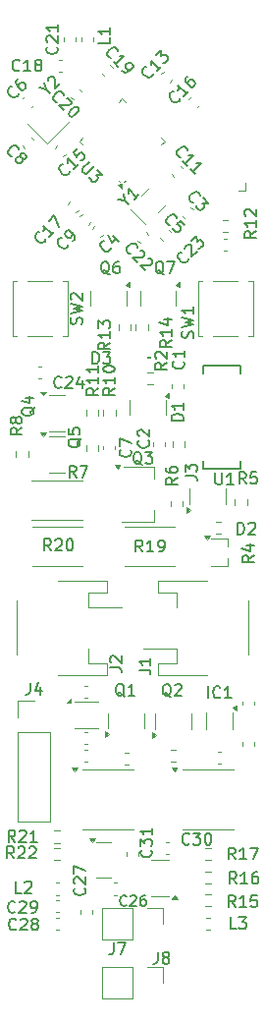
<source format=gto>
%TF.GenerationSoftware,KiCad,Pcbnew,9.0.3-9.0.3-0~ubuntu24.04.1*%
%TF.CreationDate,2025-08-01T15:49:40+02:00*%
%TF.ProjectId,PHF000 - Node,50484630-3030-4202-9d20-4e6f64652e6b,rev?*%
%TF.SameCoordinates,Original*%
%TF.FileFunction,Legend,Top*%
%TF.FilePolarity,Positive*%
%FSLAX46Y46*%
G04 Gerber Fmt 4.6, Leading zero omitted, Abs format (unit mm)*
G04 Created by KiCad (PCBNEW 9.0.3-9.0.3-0~ubuntu24.04.1) date 2025-08-01 15:49:40*
%MOMM*%
%LPD*%
G01*
G04 APERTURE LIST*
%ADD10C,0.150000*%
%ADD11C,0.120000*%
%ADD12C,0.200000*%
G04 APERTURE END LIST*
D10*
X102166666Y-119954819D02*
X102166666Y-120669104D01*
X102166666Y-120669104D02*
X102119047Y-120811961D01*
X102119047Y-120811961D02*
X102023809Y-120907200D01*
X102023809Y-120907200D02*
X101880952Y-120954819D01*
X101880952Y-120954819D02*
X101785714Y-120954819D01*
X102785714Y-120383390D02*
X102690476Y-120335771D01*
X102690476Y-120335771D02*
X102642857Y-120288152D01*
X102642857Y-120288152D02*
X102595238Y-120192914D01*
X102595238Y-120192914D02*
X102595238Y-120145295D01*
X102595238Y-120145295D02*
X102642857Y-120050057D01*
X102642857Y-120050057D02*
X102690476Y-120002438D01*
X102690476Y-120002438D02*
X102785714Y-119954819D01*
X102785714Y-119954819D02*
X102976190Y-119954819D01*
X102976190Y-119954819D02*
X103071428Y-120002438D01*
X103071428Y-120002438D02*
X103119047Y-120050057D01*
X103119047Y-120050057D02*
X103166666Y-120145295D01*
X103166666Y-120145295D02*
X103166666Y-120192914D01*
X103166666Y-120192914D02*
X103119047Y-120288152D01*
X103119047Y-120288152D02*
X103071428Y-120335771D01*
X103071428Y-120335771D02*
X102976190Y-120383390D01*
X102976190Y-120383390D02*
X102785714Y-120383390D01*
X102785714Y-120383390D02*
X102690476Y-120431009D01*
X102690476Y-120431009D02*
X102642857Y-120478628D01*
X102642857Y-120478628D02*
X102595238Y-120573866D01*
X102595238Y-120573866D02*
X102595238Y-120764342D01*
X102595238Y-120764342D02*
X102642857Y-120859580D01*
X102642857Y-120859580D02*
X102690476Y-120907200D01*
X102690476Y-120907200D02*
X102785714Y-120954819D01*
X102785714Y-120954819D02*
X102976190Y-120954819D01*
X102976190Y-120954819D02*
X103071428Y-120907200D01*
X103071428Y-120907200D02*
X103119047Y-120859580D01*
X103119047Y-120859580D02*
X103166666Y-120764342D01*
X103166666Y-120764342D02*
X103166666Y-120573866D01*
X103166666Y-120573866D02*
X103119047Y-120478628D01*
X103119047Y-120478628D02*
X103071428Y-120431009D01*
X103071428Y-120431009D02*
X102976190Y-120383390D01*
X90454819Y-74766666D02*
X89978628Y-75099999D01*
X90454819Y-75338094D02*
X89454819Y-75338094D01*
X89454819Y-75338094D02*
X89454819Y-74957142D01*
X89454819Y-74957142D02*
X89502438Y-74861904D01*
X89502438Y-74861904D02*
X89550057Y-74814285D01*
X89550057Y-74814285D02*
X89645295Y-74766666D01*
X89645295Y-74766666D02*
X89788152Y-74766666D01*
X89788152Y-74766666D02*
X89883390Y-74814285D01*
X89883390Y-74814285D02*
X89931009Y-74861904D01*
X89931009Y-74861904D02*
X89978628Y-74957142D01*
X89978628Y-74957142D02*
X89978628Y-75338094D01*
X89883390Y-74195237D02*
X89835771Y-74290475D01*
X89835771Y-74290475D02*
X89788152Y-74338094D01*
X89788152Y-74338094D02*
X89692914Y-74385713D01*
X89692914Y-74385713D02*
X89645295Y-74385713D01*
X89645295Y-74385713D02*
X89550057Y-74338094D01*
X89550057Y-74338094D02*
X89502438Y-74290475D01*
X89502438Y-74290475D02*
X89454819Y-74195237D01*
X89454819Y-74195237D02*
X89454819Y-74004761D01*
X89454819Y-74004761D02*
X89502438Y-73909523D01*
X89502438Y-73909523D02*
X89550057Y-73861904D01*
X89550057Y-73861904D02*
X89645295Y-73814285D01*
X89645295Y-73814285D02*
X89692914Y-73814285D01*
X89692914Y-73814285D02*
X89788152Y-73861904D01*
X89788152Y-73861904D02*
X89835771Y-73909523D01*
X89835771Y-73909523D02*
X89883390Y-74004761D01*
X89883390Y-74004761D02*
X89883390Y-74195237D01*
X89883390Y-74195237D02*
X89931009Y-74290475D01*
X89931009Y-74290475D02*
X89978628Y-74338094D01*
X89978628Y-74338094D02*
X90073866Y-74385713D01*
X90073866Y-74385713D02*
X90264342Y-74385713D01*
X90264342Y-74385713D02*
X90359580Y-74338094D01*
X90359580Y-74338094D02*
X90407200Y-74290475D01*
X90407200Y-74290475D02*
X90454819Y-74195237D01*
X90454819Y-74195237D02*
X90454819Y-74004761D01*
X90454819Y-74004761D02*
X90407200Y-73909523D01*
X90407200Y-73909523D02*
X90359580Y-73861904D01*
X90359580Y-73861904D02*
X90264342Y-73814285D01*
X90264342Y-73814285D02*
X90073866Y-73814285D01*
X90073866Y-73814285D02*
X89978628Y-73861904D01*
X89978628Y-73861904D02*
X89931009Y-73909523D01*
X89931009Y-73909523D02*
X89883390Y-74004761D01*
X98054819Y-95433333D02*
X98769104Y-95433333D01*
X98769104Y-95433333D02*
X98911961Y-95480952D01*
X98911961Y-95480952D02*
X99007200Y-95576190D01*
X99007200Y-95576190D02*
X99054819Y-95719047D01*
X99054819Y-95719047D02*
X99054819Y-95814285D01*
X98150057Y-95004761D02*
X98102438Y-94957142D01*
X98102438Y-94957142D02*
X98054819Y-94861904D01*
X98054819Y-94861904D02*
X98054819Y-94623809D01*
X98054819Y-94623809D02*
X98102438Y-94528571D01*
X98102438Y-94528571D02*
X98150057Y-94480952D01*
X98150057Y-94480952D02*
X98245295Y-94433333D01*
X98245295Y-94433333D02*
X98340533Y-94433333D01*
X98340533Y-94433333D02*
X98483390Y-94480952D01*
X98483390Y-94480952D02*
X99054819Y-95052380D01*
X99054819Y-95052380D02*
X99054819Y-94433333D01*
X90433333Y-114854819D02*
X89957143Y-114854819D01*
X89957143Y-114854819D02*
X89957143Y-113854819D01*
X90719048Y-113950057D02*
X90766667Y-113902438D01*
X90766667Y-113902438D02*
X90861905Y-113854819D01*
X90861905Y-113854819D02*
X91100000Y-113854819D01*
X91100000Y-113854819D02*
X91195238Y-113902438D01*
X91195238Y-113902438D02*
X91242857Y-113950057D01*
X91242857Y-113950057D02*
X91290476Y-114045295D01*
X91290476Y-114045295D02*
X91290476Y-114140533D01*
X91290476Y-114140533D02*
X91242857Y-114283390D01*
X91242857Y-114283390D02*
X90671429Y-114854819D01*
X90671429Y-114854819D02*
X91290476Y-114854819D01*
X103322016Y-97955657D02*
X103226778Y-97908038D01*
X103226778Y-97908038D02*
X103131540Y-97812800D01*
X103131540Y-97812800D02*
X102988683Y-97669942D01*
X102988683Y-97669942D02*
X102893445Y-97622323D01*
X102893445Y-97622323D02*
X102798207Y-97622323D01*
X102845826Y-97860419D02*
X102750588Y-97812800D01*
X102750588Y-97812800D02*
X102655350Y-97717561D01*
X102655350Y-97717561D02*
X102607731Y-97527085D01*
X102607731Y-97527085D02*
X102607731Y-97193752D01*
X102607731Y-97193752D02*
X102655350Y-97003276D01*
X102655350Y-97003276D02*
X102750588Y-96908038D01*
X102750588Y-96908038D02*
X102845826Y-96860419D01*
X102845826Y-96860419D02*
X103036302Y-96860419D01*
X103036302Y-96860419D02*
X103131540Y-96908038D01*
X103131540Y-96908038D02*
X103226778Y-97003276D01*
X103226778Y-97003276D02*
X103274397Y-97193752D01*
X103274397Y-97193752D02*
X103274397Y-97527085D01*
X103274397Y-97527085D02*
X103226778Y-97717561D01*
X103226778Y-97717561D02*
X103131540Y-97812800D01*
X103131540Y-97812800D02*
X103036302Y-97860419D01*
X103036302Y-97860419D02*
X102845826Y-97860419D01*
X103655350Y-96955657D02*
X103702969Y-96908038D01*
X103702969Y-96908038D02*
X103798207Y-96860419D01*
X103798207Y-96860419D02*
X104036302Y-96860419D01*
X104036302Y-96860419D02*
X104131540Y-96908038D01*
X104131540Y-96908038D02*
X104179159Y-96955657D01*
X104179159Y-96955657D02*
X104226778Y-97050895D01*
X104226778Y-97050895D02*
X104226778Y-97146133D01*
X104226778Y-97146133D02*
X104179159Y-97288990D01*
X104179159Y-97288990D02*
X103607731Y-97860419D01*
X103607731Y-97860419D02*
X104226778Y-97860419D01*
X89600429Y-51366813D02*
X89533085Y-51366813D01*
X89533085Y-51366813D02*
X89398398Y-51299469D01*
X89398398Y-51299469D02*
X89331055Y-51232126D01*
X89331055Y-51232126D02*
X89263711Y-51097439D01*
X89263711Y-51097439D02*
X89263711Y-50962752D01*
X89263711Y-50962752D02*
X89297383Y-50861737D01*
X89297383Y-50861737D02*
X89398398Y-50693378D01*
X89398398Y-50693378D02*
X89499413Y-50592363D01*
X89499413Y-50592363D02*
X89667772Y-50491347D01*
X89667772Y-50491347D02*
X89768787Y-50457676D01*
X89768787Y-50457676D02*
X89903474Y-50457676D01*
X89903474Y-50457676D02*
X90038161Y-50525019D01*
X90038161Y-50525019D02*
X90105505Y-50592363D01*
X90105505Y-50592363D02*
X90172848Y-50727050D01*
X90172848Y-50727050D02*
X90172848Y-50794393D01*
X90341207Y-51434156D02*
X90307535Y-51333141D01*
X90307535Y-51333141D02*
X90307535Y-51265798D01*
X90307535Y-51265798D02*
X90341207Y-51164782D01*
X90341207Y-51164782D02*
X90374879Y-51131111D01*
X90374879Y-51131111D02*
X90475894Y-51097439D01*
X90475894Y-51097439D02*
X90543238Y-51097439D01*
X90543238Y-51097439D02*
X90644253Y-51131111D01*
X90644253Y-51131111D02*
X90778940Y-51265798D01*
X90778940Y-51265798D02*
X90812612Y-51366813D01*
X90812612Y-51366813D02*
X90812612Y-51434156D01*
X90812612Y-51434156D02*
X90778940Y-51535172D01*
X90778940Y-51535172D02*
X90745268Y-51568843D01*
X90745268Y-51568843D02*
X90644253Y-51602515D01*
X90644253Y-51602515D02*
X90576909Y-51602515D01*
X90576909Y-51602515D02*
X90475894Y-51568843D01*
X90475894Y-51568843D02*
X90341207Y-51434156D01*
X90341207Y-51434156D02*
X90240192Y-51400485D01*
X90240192Y-51400485D02*
X90172848Y-51400485D01*
X90172848Y-51400485D02*
X90071833Y-51434156D01*
X90071833Y-51434156D02*
X89937146Y-51568843D01*
X89937146Y-51568843D02*
X89903474Y-51669859D01*
X89903474Y-51669859D02*
X89903474Y-51737202D01*
X89903474Y-51737202D02*
X89937146Y-51838217D01*
X89937146Y-51838217D02*
X90071833Y-51972904D01*
X90071833Y-51972904D02*
X90172848Y-52006576D01*
X90172848Y-52006576D02*
X90240192Y-52006576D01*
X90240192Y-52006576D02*
X90341207Y-51972904D01*
X90341207Y-51972904D02*
X90475894Y-51838217D01*
X90475894Y-51838217D02*
X90509566Y-51737202D01*
X90509566Y-51737202D02*
X90509566Y-51669859D01*
X90509566Y-51669859D02*
X90475894Y-51568843D01*
X102704761Y-61550057D02*
X102609523Y-61502438D01*
X102609523Y-61502438D02*
X102514285Y-61407200D01*
X102514285Y-61407200D02*
X102371428Y-61264342D01*
X102371428Y-61264342D02*
X102276190Y-61216723D01*
X102276190Y-61216723D02*
X102180952Y-61216723D01*
X102228571Y-61454819D02*
X102133333Y-61407200D01*
X102133333Y-61407200D02*
X102038095Y-61311961D01*
X102038095Y-61311961D02*
X101990476Y-61121485D01*
X101990476Y-61121485D02*
X101990476Y-60788152D01*
X101990476Y-60788152D02*
X102038095Y-60597676D01*
X102038095Y-60597676D02*
X102133333Y-60502438D01*
X102133333Y-60502438D02*
X102228571Y-60454819D01*
X102228571Y-60454819D02*
X102419047Y-60454819D01*
X102419047Y-60454819D02*
X102514285Y-60502438D01*
X102514285Y-60502438D02*
X102609523Y-60597676D01*
X102609523Y-60597676D02*
X102657142Y-60788152D01*
X102657142Y-60788152D02*
X102657142Y-61121485D01*
X102657142Y-61121485D02*
X102609523Y-61311961D01*
X102609523Y-61311961D02*
X102514285Y-61407200D01*
X102514285Y-61407200D02*
X102419047Y-61454819D01*
X102419047Y-61454819D02*
X102228571Y-61454819D01*
X102990476Y-60454819D02*
X103657142Y-60454819D01*
X103657142Y-60454819D02*
X103228571Y-61454819D01*
X97054819Y-71342857D02*
X96578628Y-71676190D01*
X97054819Y-71914285D02*
X96054819Y-71914285D01*
X96054819Y-71914285D02*
X96054819Y-71533333D01*
X96054819Y-71533333D02*
X96102438Y-71438095D01*
X96102438Y-71438095D02*
X96150057Y-71390476D01*
X96150057Y-71390476D02*
X96245295Y-71342857D01*
X96245295Y-71342857D02*
X96388152Y-71342857D01*
X96388152Y-71342857D02*
X96483390Y-71390476D01*
X96483390Y-71390476D02*
X96531009Y-71438095D01*
X96531009Y-71438095D02*
X96578628Y-71533333D01*
X96578628Y-71533333D02*
X96578628Y-71914285D01*
X97054819Y-70390476D02*
X97054819Y-70961904D01*
X97054819Y-70676190D02*
X96054819Y-70676190D01*
X96054819Y-70676190D02*
X96197676Y-70771428D01*
X96197676Y-70771428D02*
X96292914Y-70866666D01*
X96292914Y-70866666D02*
X96340533Y-70961904D01*
X97054819Y-69438095D02*
X97054819Y-70009523D01*
X97054819Y-69723809D02*
X96054819Y-69723809D01*
X96054819Y-69723809D02*
X96197676Y-69819047D01*
X96197676Y-69819047D02*
X96292914Y-69914285D01*
X96292914Y-69914285D02*
X96340533Y-70009523D01*
X98126254Y-59261450D02*
X98126254Y-59328794D01*
X98126254Y-59328794D02*
X98058910Y-59463481D01*
X98058910Y-59463481D02*
X97991567Y-59530824D01*
X97991567Y-59530824D02*
X97856880Y-59598168D01*
X97856880Y-59598168D02*
X97722193Y-59598168D01*
X97722193Y-59598168D02*
X97621178Y-59564496D01*
X97621178Y-59564496D02*
X97452819Y-59463481D01*
X97452819Y-59463481D02*
X97351804Y-59362466D01*
X97351804Y-59362466D02*
X97250788Y-59194107D01*
X97250788Y-59194107D02*
X97217117Y-59093092D01*
X97217117Y-59093092D02*
X97217117Y-58958405D01*
X97217117Y-58958405D02*
X97284460Y-58823718D01*
X97284460Y-58823718D02*
X97351804Y-58756374D01*
X97351804Y-58756374D02*
X97486491Y-58689031D01*
X97486491Y-58689031D02*
X97553834Y-58689031D01*
X98328284Y-58251298D02*
X98799689Y-58722702D01*
X97890552Y-58150283D02*
X98227269Y-58823718D01*
X98227269Y-58823718D02*
X98665002Y-58385985D01*
X96561905Y-69254819D02*
X96561905Y-68254819D01*
X96561905Y-68254819D02*
X96800000Y-68254819D01*
X96800000Y-68254819D02*
X96942857Y-68302438D01*
X96942857Y-68302438D02*
X97038095Y-68397676D01*
X97038095Y-68397676D02*
X97085714Y-68492914D01*
X97085714Y-68492914D02*
X97133333Y-68683390D01*
X97133333Y-68683390D02*
X97133333Y-68826247D01*
X97133333Y-68826247D02*
X97085714Y-69016723D01*
X97085714Y-69016723D02*
X97038095Y-69111961D01*
X97038095Y-69111961D02*
X96942857Y-69207200D01*
X96942857Y-69207200D02*
X96800000Y-69254819D01*
X96800000Y-69254819D02*
X96561905Y-69254819D01*
X97466667Y-68254819D02*
X98085714Y-68254819D01*
X98085714Y-68254819D02*
X97752381Y-68635771D01*
X97752381Y-68635771D02*
X97895238Y-68635771D01*
X97895238Y-68635771D02*
X97990476Y-68683390D01*
X97990476Y-68683390D02*
X98038095Y-68731009D01*
X98038095Y-68731009D02*
X98085714Y-68826247D01*
X98085714Y-68826247D02*
X98085714Y-69064342D01*
X98085714Y-69064342D02*
X98038095Y-69159580D01*
X98038095Y-69159580D02*
X97990476Y-69207200D01*
X97990476Y-69207200D02*
X97895238Y-69254819D01*
X97895238Y-69254819D02*
X97609524Y-69254819D01*
X97609524Y-69254819D02*
X97514286Y-69207200D01*
X97514286Y-69207200D02*
X97466667Y-69159580D01*
X94562328Y-52671465D02*
X94562328Y-52738809D01*
X94562328Y-52738809D02*
X94494984Y-52873496D01*
X94494984Y-52873496D02*
X94427641Y-52940839D01*
X94427641Y-52940839D02*
X94292954Y-53008183D01*
X94292954Y-53008183D02*
X94158267Y-53008183D01*
X94158267Y-53008183D02*
X94057252Y-52974511D01*
X94057252Y-52974511D02*
X93888893Y-52873496D01*
X93888893Y-52873496D02*
X93787878Y-52772481D01*
X93787878Y-52772481D02*
X93686862Y-52604122D01*
X93686862Y-52604122D02*
X93653191Y-52503107D01*
X93653191Y-52503107D02*
X93653191Y-52368420D01*
X93653191Y-52368420D02*
X93720534Y-52233733D01*
X93720534Y-52233733D02*
X93787878Y-52166389D01*
X93787878Y-52166389D02*
X93922565Y-52099046D01*
X93922565Y-52099046D02*
X93989908Y-52099046D01*
X95303106Y-52065374D02*
X94899045Y-52469435D01*
X95101076Y-52267404D02*
X94393969Y-51560298D01*
X94393969Y-51560298D02*
X94427641Y-51728656D01*
X94427641Y-51728656D02*
X94427641Y-51863343D01*
X94427641Y-51863343D02*
X94393969Y-51964359D01*
X95235763Y-50718504D02*
X94899045Y-51055221D01*
X94899045Y-51055221D02*
X95202091Y-51425610D01*
X95202091Y-51425610D02*
X95202091Y-51358267D01*
X95202091Y-51358267D02*
X95235763Y-51257252D01*
X95235763Y-51257252D02*
X95404122Y-51088893D01*
X95404122Y-51088893D02*
X95505137Y-51055221D01*
X95505137Y-51055221D02*
X95572481Y-51055221D01*
X95572481Y-51055221D02*
X95673496Y-51088893D01*
X95673496Y-51088893D02*
X95841855Y-51257252D01*
X95841855Y-51257252D02*
X95875526Y-51358267D01*
X95875526Y-51358267D02*
X95875526Y-51425610D01*
X95875526Y-51425610D02*
X95841855Y-51526626D01*
X95841855Y-51526626D02*
X95673496Y-51694984D01*
X95673496Y-51694984D02*
X95572481Y-51728656D01*
X95572481Y-51728656D02*
X95505137Y-51728656D01*
X95133333Y-79064820D02*
X94800000Y-78588629D01*
X94561905Y-79064820D02*
X94561905Y-78064820D01*
X94561905Y-78064820D02*
X94942857Y-78064820D01*
X94942857Y-78064820D02*
X95038095Y-78112439D01*
X95038095Y-78112439D02*
X95085714Y-78160058D01*
X95085714Y-78160058D02*
X95133333Y-78255296D01*
X95133333Y-78255296D02*
X95133333Y-78398153D01*
X95133333Y-78398153D02*
X95085714Y-78493391D01*
X95085714Y-78493391D02*
X95038095Y-78541010D01*
X95038095Y-78541010D02*
X94942857Y-78588629D01*
X94942857Y-78588629D02*
X94561905Y-78588629D01*
X95466667Y-78064820D02*
X96133333Y-78064820D01*
X96133333Y-78064820D02*
X95704762Y-79064820D01*
X93857142Y-71259580D02*
X93809523Y-71307200D01*
X93809523Y-71307200D02*
X93666666Y-71354819D01*
X93666666Y-71354819D02*
X93571428Y-71354819D01*
X93571428Y-71354819D02*
X93428571Y-71307200D01*
X93428571Y-71307200D02*
X93333333Y-71211961D01*
X93333333Y-71211961D02*
X93285714Y-71116723D01*
X93285714Y-71116723D02*
X93238095Y-70926247D01*
X93238095Y-70926247D02*
X93238095Y-70783390D01*
X93238095Y-70783390D02*
X93285714Y-70592914D01*
X93285714Y-70592914D02*
X93333333Y-70497676D01*
X93333333Y-70497676D02*
X93428571Y-70402438D01*
X93428571Y-70402438D02*
X93571428Y-70354819D01*
X93571428Y-70354819D02*
X93666666Y-70354819D01*
X93666666Y-70354819D02*
X93809523Y-70402438D01*
X93809523Y-70402438D02*
X93857142Y-70450057D01*
X94238095Y-70450057D02*
X94285714Y-70402438D01*
X94285714Y-70402438D02*
X94380952Y-70354819D01*
X94380952Y-70354819D02*
X94619047Y-70354819D01*
X94619047Y-70354819D02*
X94714285Y-70402438D01*
X94714285Y-70402438D02*
X94761904Y-70450057D01*
X94761904Y-70450057D02*
X94809523Y-70545295D01*
X94809523Y-70545295D02*
X94809523Y-70640533D01*
X94809523Y-70640533D02*
X94761904Y-70783390D01*
X94761904Y-70783390D02*
X94190476Y-71354819D01*
X94190476Y-71354819D02*
X94809523Y-71354819D01*
X95666666Y-70688152D02*
X95666666Y-71354819D01*
X95428571Y-70307200D02*
X95190476Y-71021485D01*
X95190476Y-71021485D02*
X95809523Y-71021485D01*
X104892334Y-110604786D02*
X104844715Y-110652406D01*
X104844715Y-110652406D02*
X104701858Y-110700025D01*
X104701858Y-110700025D02*
X104606620Y-110700025D01*
X104606620Y-110700025D02*
X104463763Y-110652406D01*
X104463763Y-110652406D02*
X104368525Y-110557167D01*
X104368525Y-110557167D02*
X104320906Y-110461929D01*
X104320906Y-110461929D02*
X104273287Y-110271453D01*
X104273287Y-110271453D02*
X104273287Y-110128596D01*
X104273287Y-110128596D02*
X104320906Y-109938120D01*
X104320906Y-109938120D02*
X104368525Y-109842882D01*
X104368525Y-109842882D02*
X104463763Y-109747644D01*
X104463763Y-109747644D02*
X104606620Y-109700025D01*
X104606620Y-109700025D02*
X104701858Y-109700025D01*
X104701858Y-109700025D02*
X104844715Y-109747644D01*
X104844715Y-109747644D02*
X104892334Y-109795263D01*
X105225668Y-109700025D02*
X105844715Y-109700025D01*
X105844715Y-109700025D02*
X105511382Y-110080977D01*
X105511382Y-110080977D02*
X105654239Y-110080977D01*
X105654239Y-110080977D02*
X105749477Y-110128596D01*
X105749477Y-110128596D02*
X105797096Y-110176215D01*
X105797096Y-110176215D02*
X105844715Y-110271453D01*
X105844715Y-110271453D02*
X105844715Y-110509548D01*
X105844715Y-110509548D02*
X105797096Y-110604786D01*
X105797096Y-110604786D02*
X105749477Y-110652406D01*
X105749477Y-110652406D02*
X105654239Y-110700025D01*
X105654239Y-110700025D02*
X105368525Y-110700025D01*
X105368525Y-110700025D02*
X105273287Y-110652406D01*
X105273287Y-110652406D02*
X105225668Y-110604786D01*
X106463763Y-109700025D02*
X106559001Y-109700025D01*
X106559001Y-109700025D02*
X106654239Y-109747644D01*
X106654239Y-109747644D02*
X106701858Y-109795263D01*
X106701858Y-109795263D02*
X106749477Y-109890501D01*
X106749477Y-109890501D02*
X106797096Y-110080977D01*
X106797096Y-110080977D02*
X106797096Y-110319072D01*
X106797096Y-110319072D02*
X106749477Y-110509548D01*
X106749477Y-110509548D02*
X106701858Y-110604786D01*
X106701858Y-110604786D02*
X106654239Y-110652406D01*
X106654239Y-110652406D02*
X106559001Y-110700025D01*
X106559001Y-110700025D02*
X106463763Y-110700025D01*
X106463763Y-110700025D02*
X106368525Y-110652406D01*
X106368525Y-110652406D02*
X106320906Y-110604786D01*
X106320906Y-110604786D02*
X106273287Y-110509548D01*
X106273287Y-110509548D02*
X106225668Y-110319072D01*
X106225668Y-110319072D02*
X106225668Y-110080977D01*
X106225668Y-110080977D02*
X106273287Y-109890501D01*
X106273287Y-109890501D02*
X106320906Y-109795263D01*
X106320906Y-109795263D02*
X106368525Y-109747644D01*
X106368525Y-109747644D02*
X106463763Y-109700025D01*
X94436411Y-58972112D02*
X94436411Y-59039456D01*
X94436411Y-59039456D02*
X94369067Y-59174143D01*
X94369067Y-59174143D02*
X94301724Y-59241486D01*
X94301724Y-59241486D02*
X94167037Y-59308830D01*
X94167037Y-59308830D02*
X94032350Y-59308830D01*
X94032350Y-59308830D02*
X93931335Y-59275158D01*
X93931335Y-59275158D02*
X93762976Y-59174143D01*
X93762976Y-59174143D02*
X93661961Y-59073128D01*
X93661961Y-59073128D02*
X93560945Y-58904769D01*
X93560945Y-58904769D02*
X93527274Y-58803754D01*
X93527274Y-58803754D02*
X93527274Y-58669067D01*
X93527274Y-58669067D02*
X93594617Y-58534380D01*
X93594617Y-58534380D02*
X93661961Y-58467036D01*
X93661961Y-58467036D02*
X93796648Y-58399693D01*
X93796648Y-58399693D02*
X93863991Y-58399693D01*
X94840472Y-58702738D02*
X94975159Y-58568051D01*
X94975159Y-58568051D02*
X95008831Y-58467036D01*
X95008831Y-58467036D02*
X95008831Y-58399693D01*
X95008831Y-58399693D02*
X94975159Y-58231334D01*
X94975159Y-58231334D02*
X94874144Y-58062975D01*
X94874144Y-58062975D02*
X94604770Y-57793601D01*
X94604770Y-57793601D02*
X94503754Y-57759929D01*
X94503754Y-57759929D02*
X94436411Y-57759929D01*
X94436411Y-57759929D02*
X94335396Y-57793601D01*
X94335396Y-57793601D02*
X94200709Y-57928288D01*
X94200709Y-57928288D02*
X94167037Y-58029303D01*
X94167037Y-58029303D02*
X94167037Y-58096647D01*
X94167037Y-58096647D02*
X94200709Y-58197662D01*
X94200709Y-58197662D02*
X94369067Y-58366021D01*
X94369067Y-58366021D02*
X94470083Y-58399693D01*
X94470083Y-58399693D02*
X94537426Y-58399693D01*
X94537426Y-58399693D02*
X94638441Y-58366021D01*
X94638441Y-58366021D02*
X94773128Y-58231334D01*
X94773128Y-58231334D02*
X94806800Y-58130319D01*
X94806800Y-58130319D02*
X94806800Y-58062975D01*
X94806800Y-58062975D02*
X94773128Y-57961960D01*
X98004761Y-61550057D02*
X97909523Y-61502438D01*
X97909523Y-61502438D02*
X97814285Y-61407200D01*
X97814285Y-61407200D02*
X97671428Y-61264342D01*
X97671428Y-61264342D02*
X97576190Y-61216723D01*
X97576190Y-61216723D02*
X97480952Y-61216723D01*
X97528571Y-61454819D02*
X97433333Y-61407200D01*
X97433333Y-61407200D02*
X97338095Y-61311961D01*
X97338095Y-61311961D02*
X97290476Y-61121485D01*
X97290476Y-61121485D02*
X97290476Y-60788152D01*
X97290476Y-60788152D02*
X97338095Y-60597676D01*
X97338095Y-60597676D02*
X97433333Y-60502438D01*
X97433333Y-60502438D02*
X97528571Y-60454819D01*
X97528571Y-60454819D02*
X97719047Y-60454819D01*
X97719047Y-60454819D02*
X97814285Y-60502438D01*
X97814285Y-60502438D02*
X97909523Y-60597676D01*
X97909523Y-60597676D02*
X97957142Y-60788152D01*
X97957142Y-60788152D02*
X97957142Y-61121485D01*
X97957142Y-61121485D02*
X97909523Y-61311961D01*
X97909523Y-61311961D02*
X97814285Y-61407200D01*
X97814285Y-61407200D02*
X97719047Y-61454819D01*
X97719047Y-61454819D02*
X97528571Y-61454819D01*
X98814285Y-60454819D02*
X98623809Y-60454819D01*
X98623809Y-60454819D02*
X98528571Y-60502438D01*
X98528571Y-60502438D02*
X98480952Y-60550057D01*
X98480952Y-60550057D02*
X98385714Y-60692914D01*
X98385714Y-60692914D02*
X98338095Y-60883390D01*
X98338095Y-60883390D02*
X98338095Y-61264342D01*
X98338095Y-61264342D02*
X98385714Y-61359580D01*
X98385714Y-61359580D02*
X98433333Y-61407200D01*
X98433333Y-61407200D02*
X98528571Y-61454819D01*
X98528571Y-61454819D02*
X98719047Y-61454819D01*
X98719047Y-61454819D02*
X98814285Y-61407200D01*
X98814285Y-61407200D02*
X98861904Y-61359580D01*
X98861904Y-61359580D02*
X98909523Y-61264342D01*
X98909523Y-61264342D02*
X98909523Y-61026247D01*
X98909523Y-61026247D02*
X98861904Y-60931009D01*
X98861904Y-60931009D02*
X98814285Y-60883390D01*
X98814285Y-60883390D02*
X98719047Y-60835771D01*
X98719047Y-60835771D02*
X98528571Y-60835771D01*
X98528571Y-60835771D02*
X98433333Y-60883390D01*
X98433333Y-60883390D02*
X98385714Y-60931009D01*
X98385714Y-60931009D02*
X98338095Y-61026247D01*
X90257142Y-43959580D02*
X90209523Y-44007200D01*
X90209523Y-44007200D02*
X90066666Y-44054819D01*
X90066666Y-44054819D02*
X89971428Y-44054819D01*
X89971428Y-44054819D02*
X89828571Y-44007200D01*
X89828571Y-44007200D02*
X89733333Y-43911961D01*
X89733333Y-43911961D02*
X89685714Y-43816723D01*
X89685714Y-43816723D02*
X89638095Y-43626247D01*
X89638095Y-43626247D02*
X89638095Y-43483390D01*
X89638095Y-43483390D02*
X89685714Y-43292914D01*
X89685714Y-43292914D02*
X89733333Y-43197676D01*
X89733333Y-43197676D02*
X89828571Y-43102438D01*
X89828571Y-43102438D02*
X89971428Y-43054819D01*
X89971428Y-43054819D02*
X90066666Y-43054819D01*
X90066666Y-43054819D02*
X90209523Y-43102438D01*
X90209523Y-43102438D02*
X90257142Y-43150057D01*
X91209523Y-44054819D02*
X90638095Y-44054819D01*
X90923809Y-44054819D02*
X90923809Y-43054819D01*
X90923809Y-43054819D02*
X90828571Y-43197676D01*
X90828571Y-43197676D02*
X90733333Y-43292914D01*
X90733333Y-43292914D02*
X90638095Y-43340533D01*
X91780952Y-43483390D02*
X91685714Y-43435771D01*
X91685714Y-43435771D02*
X91638095Y-43388152D01*
X91638095Y-43388152D02*
X91590476Y-43292914D01*
X91590476Y-43292914D02*
X91590476Y-43245295D01*
X91590476Y-43245295D02*
X91638095Y-43150057D01*
X91638095Y-43150057D02*
X91685714Y-43102438D01*
X91685714Y-43102438D02*
X91780952Y-43054819D01*
X91780952Y-43054819D02*
X91971428Y-43054819D01*
X91971428Y-43054819D02*
X92066666Y-43102438D01*
X92066666Y-43102438D02*
X92114285Y-43150057D01*
X92114285Y-43150057D02*
X92161904Y-43245295D01*
X92161904Y-43245295D02*
X92161904Y-43292914D01*
X92161904Y-43292914D02*
X92114285Y-43388152D01*
X92114285Y-43388152D02*
X92066666Y-43435771D01*
X92066666Y-43435771D02*
X91971428Y-43483390D01*
X91971428Y-43483390D02*
X91780952Y-43483390D01*
X91780952Y-43483390D02*
X91685714Y-43531009D01*
X91685714Y-43531009D02*
X91638095Y-43578628D01*
X91638095Y-43578628D02*
X91590476Y-43673866D01*
X91590476Y-43673866D02*
X91590476Y-43864342D01*
X91590476Y-43864342D02*
X91638095Y-43959580D01*
X91638095Y-43959580D02*
X91685714Y-44007200D01*
X91685714Y-44007200D02*
X91780952Y-44054819D01*
X91780952Y-44054819D02*
X91971428Y-44054819D01*
X91971428Y-44054819D02*
X92066666Y-44007200D01*
X92066666Y-44007200D02*
X92114285Y-43959580D01*
X92114285Y-43959580D02*
X92161904Y-43864342D01*
X92161904Y-43864342D02*
X92161904Y-43673866D01*
X92161904Y-43673866D02*
X92114285Y-43578628D01*
X92114285Y-43578628D02*
X92066666Y-43531009D01*
X92066666Y-43531009D02*
X91971428Y-43483390D01*
X92548170Y-45621605D02*
X92884888Y-45958323D01*
X91942079Y-45486918D02*
X92548170Y-45621605D01*
X92548170Y-45621605D02*
X92413483Y-45015514D01*
X92682857Y-44880827D02*
X92682857Y-44813483D01*
X92682857Y-44813483D02*
X92716529Y-44712468D01*
X92716529Y-44712468D02*
X92884888Y-44544109D01*
X92884888Y-44544109D02*
X92985903Y-44510437D01*
X92985903Y-44510437D02*
X93053246Y-44510437D01*
X93053246Y-44510437D02*
X93154262Y-44544109D01*
X93154262Y-44544109D02*
X93221605Y-44611453D01*
X93221605Y-44611453D02*
X93288949Y-44746140D01*
X93288949Y-44746140D02*
X93288949Y-45554262D01*
X93288949Y-45554262D02*
X93726681Y-45116529D01*
X99287560Y-97930440D02*
X99192322Y-97882821D01*
X99192322Y-97882821D02*
X99097084Y-97787583D01*
X99097084Y-97787583D02*
X98954227Y-97644725D01*
X98954227Y-97644725D02*
X98858989Y-97597106D01*
X98858989Y-97597106D02*
X98763751Y-97597106D01*
X98811370Y-97835202D02*
X98716132Y-97787583D01*
X98716132Y-97787583D02*
X98620894Y-97692344D01*
X98620894Y-97692344D02*
X98573275Y-97501868D01*
X98573275Y-97501868D02*
X98573275Y-97168535D01*
X98573275Y-97168535D02*
X98620894Y-96978059D01*
X98620894Y-96978059D02*
X98716132Y-96882821D01*
X98716132Y-96882821D02*
X98811370Y-96835202D01*
X98811370Y-96835202D02*
X99001846Y-96835202D01*
X99001846Y-96835202D02*
X99097084Y-96882821D01*
X99097084Y-96882821D02*
X99192322Y-96978059D01*
X99192322Y-96978059D02*
X99239941Y-97168535D01*
X99239941Y-97168535D02*
X99239941Y-97501868D01*
X99239941Y-97501868D02*
X99192322Y-97692344D01*
X99192322Y-97692344D02*
X99097084Y-97787583D01*
X99097084Y-97787583D02*
X99001846Y-97835202D01*
X99001846Y-97835202D02*
X98811370Y-97835202D01*
X100192322Y-97835202D02*
X99620894Y-97835202D01*
X99906608Y-97835202D02*
X99906608Y-96835202D01*
X99906608Y-96835202D02*
X99811370Y-96978059D01*
X99811370Y-96978059D02*
X99716132Y-97073297D01*
X99716132Y-97073297D02*
X99620894Y-97120916D01*
X103854819Y-79066666D02*
X103378628Y-79399999D01*
X103854819Y-79638094D02*
X102854819Y-79638094D01*
X102854819Y-79638094D02*
X102854819Y-79257142D01*
X102854819Y-79257142D02*
X102902438Y-79161904D01*
X102902438Y-79161904D02*
X102950057Y-79114285D01*
X102950057Y-79114285D02*
X103045295Y-79066666D01*
X103045295Y-79066666D02*
X103188152Y-79066666D01*
X103188152Y-79066666D02*
X103283390Y-79114285D01*
X103283390Y-79114285D02*
X103331009Y-79161904D01*
X103331009Y-79161904D02*
X103378628Y-79257142D01*
X103378628Y-79257142D02*
X103378628Y-79638094D01*
X102854819Y-78209523D02*
X102854819Y-78399999D01*
X102854819Y-78399999D02*
X102902438Y-78495237D01*
X102902438Y-78495237D02*
X102950057Y-78542856D01*
X102950057Y-78542856D02*
X103092914Y-78638094D01*
X103092914Y-78638094D02*
X103283390Y-78685713D01*
X103283390Y-78685713D02*
X103664342Y-78685713D01*
X103664342Y-78685713D02*
X103759580Y-78638094D01*
X103759580Y-78638094D02*
X103807200Y-78590475D01*
X103807200Y-78590475D02*
X103854819Y-78495237D01*
X103854819Y-78495237D02*
X103854819Y-78304761D01*
X103854819Y-78304761D02*
X103807200Y-78209523D01*
X103807200Y-78209523D02*
X103759580Y-78161904D01*
X103759580Y-78161904D02*
X103664342Y-78114285D01*
X103664342Y-78114285D02*
X103426247Y-78114285D01*
X103426247Y-78114285D02*
X103331009Y-78161904D01*
X103331009Y-78161904D02*
X103283390Y-78209523D01*
X103283390Y-78209523D02*
X103235771Y-78304761D01*
X103235771Y-78304761D02*
X103235771Y-78495237D01*
X103235771Y-78495237D02*
X103283390Y-78590475D01*
X103283390Y-78590475D02*
X103331009Y-78638094D01*
X103331009Y-78638094D02*
X103426247Y-78685713D01*
X99463183Y-115890774D02*
X99420326Y-115933632D01*
X99420326Y-115933632D02*
X99291754Y-115976489D01*
X99291754Y-115976489D02*
X99206040Y-115976489D01*
X99206040Y-115976489D02*
X99077469Y-115933632D01*
X99077469Y-115933632D02*
X98991754Y-115847917D01*
X98991754Y-115847917D02*
X98948897Y-115762203D01*
X98948897Y-115762203D02*
X98906040Y-115590774D01*
X98906040Y-115590774D02*
X98906040Y-115462203D01*
X98906040Y-115462203D02*
X98948897Y-115290774D01*
X98948897Y-115290774D02*
X98991754Y-115205060D01*
X98991754Y-115205060D02*
X99077469Y-115119346D01*
X99077469Y-115119346D02*
X99206040Y-115076489D01*
X99206040Y-115076489D02*
X99291754Y-115076489D01*
X99291754Y-115076489D02*
X99420326Y-115119346D01*
X99420326Y-115119346D02*
X99463183Y-115162203D01*
X99806040Y-115162203D02*
X99848897Y-115119346D01*
X99848897Y-115119346D02*
X99934612Y-115076489D01*
X99934612Y-115076489D02*
X100148897Y-115076489D01*
X100148897Y-115076489D02*
X100234612Y-115119346D01*
X100234612Y-115119346D02*
X100277469Y-115162203D01*
X100277469Y-115162203D02*
X100320326Y-115247917D01*
X100320326Y-115247917D02*
X100320326Y-115333632D01*
X100320326Y-115333632D02*
X100277469Y-115462203D01*
X100277469Y-115462203D02*
X99763183Y-115976489D01*
X99763183Y-115976489D02*
X100320326Y-115976489D01*
X101091755Y-115076489D02*
X100920326Y-115076489D01*
X100920326Y-115076489D02*
X100834612Y-115119346D01*
X100834612Y-115119346D02*
X100791755Y-115162203D01*
X100791755Y-115162203D02*
X100706040Y-115290774D01*
X100706040Y-115290774D02*
X100663183Y-115462203D01*
X100663183Y-115462203D02*
X100663183Y-115805060D01*
X100663183Y-115805060D02*
X100706040Y-115890774D01*
X100706040Y-115890774D02*
X100748897Y-115933632D01*
X100748897Y-115933632D02*
X100834612Y-115976489D01*
X100834612Y-115976489D02*
X101006040Y-115976489D01*
X101006040Y-115976489D02*
X101091755Y-115933632D01*
X101091755Y-115933632D02*
X101134612Y-115890774D01*
X101134612Y-115890774D02*
X101177469Y-115805060D01*
X101177469Y-115805060D02*
X101177469Y-115590774D01*
X101177469Y-115590774D02*
X101134612Y-115505060D01*
X101134612Y-115505060D02*
X101091755Y-115462203D01*
X101091755Y-115462203D02*
X101006040Y-115419346D01*
X101006040Y-115419346D02*
X100834612Y-115419346D01*
X100834612Y-115419346D02*
X100748897Y-115462203D01*
X100748897Y-115462203D02*
X100706040Y-115505060D01*
X100706040Y-115505060D02*
X100663183Y-115590774D01*
X100554819Y-95633333D02*
X101269104Y-95633333D01*
X101269104Y-95633333D02*
X101411961Y-95680952D01*
X101411961Y-95680952D02*
X101507200Y-95776190D01*
X101507200Y-95776190D02*
X101554819Y-95919047D01*
X101554819Y-95919047D02*
X101554819Y-96014285D01*
X101554819Y-94633333D02*
X101554819Y-95204761D01*
X101554819Y-94919047D02*
X100554819Y-94919047D01*
X100554819Y-94919047D02*
X100697676Y-95014285D01*
X100697676Y-95014285D02*
X100792914Y-95109523D01*
X100792914Y-95109523D02*
X100840533Y-95204761D01*
X106523810Y-98054819D02*
X106523810Y-97054819D01*
X107571428Y-97959580D02*
X107523809Y-98007200D01*
X107523809Y-98007200D02*
X107380952Y-98054819D01*
X107380952Y-98054819D02*
X107285714Y-98054819D01*
X107285714Y-98054819D02*
X107142857Y-98007200D01*
X107142857Y-98007200D02*
X107047619Y-97911961D01*
X107047619Y-97911961D02*
X107000000Y-97816723D01*
X107000000Y-97816723D02*
X106952381Y-97626247D01*
X106952381Y-97626247D02*
X106952381Y-97483390D01*
X106952381Y-97483390D02*
X107000000Y-97292914D01*
X107000000Y-97292914D02*
X107047619Y-97197676D01*
X107047619Y-97197676D02*
X107142857Y-97102438D01*
X107142857Y-97102438D02*
X107285714Y-97054819D01*
X107285714Y-97054819D02*
X107380952Y-97054819D01*
X107380952Y-97054819D02*
X107523809Y-97102438D01*
X107523809Y-97102438D02*
X107571428Y-97150057D01*
X108523809Y-98054819D02*
X107952381Y-98054819D01*
X108238095Y-98054819D02*
X108238095Y-97054819D01*
X108238095Y-97054819D02*
X108142857Y-97197676D01*
X108142857Y-97197676D02*
X108047619Y-97292914D01*
X108047619Y-97292914D02*
X107952381Y-97340533D01*
X109061905Y-83954819D02*
X109061905Y-82954819D01*
X109061905Y-82954819D02*
X109300000Y-82954819D01*
X109300000Y-82954819D02*
X109442857Y-83002438D01*
X109442857Y-83002438D02*
X109538095Y-83097676D01*
X109538095Y-83097676D02*
X109585714Y-83192914D01*
X109585714Y-83192914D02*
X109633333Y-83383390D01*
X109633333Y-83383390D02*
X109633333Y-83526247D01*
X109633333Y-83526247D02*
X109585714Y-83716723D01*
X109585714Y-83716723D02*
X109538095Y-83811961D01*
X109538095Y-83811961D02*
X109442857Y-83907200D01*
X109442857Y-83907200D02*
X109300000Y-83954819D01*
X109300000Y-83954819D02*
X109061905Y-83954819D01*
X110014286Y-83050057D02*
X110061905Y-83002438D01*
X110061905Y-83002438D02*
X110157143Y-82954819D01*
X110157143Y-82954819D02*
X110395238Y-82954819D01*
X110395238Y-82954819D02*
X110490476Y-83002438D01*
X110490476Y-83002438D02*
X110538095Y-83050057D01*
X110538095Y-83050057D02*
X110585714Y-83145295D01*
X110585714Y-83145295D02*
X110585714Y-83240533D01*
X110585714Y-83240533D02*
X110538095Y-83383390D01*
X110538095Y-83383390D02*
X109966667Y-83954819D01*
X109966667Y-83954819D02*
X110585714Y-83954819D01*
X95849580Y-114431313D02*
X95897200Y-114478932D01*
X95897200Y-114478932D02*
X95944819Y-114621789D01*
X95944819Y-114621789D02*
X95944819Y-114717027D01*
X95944819Y-114717027D02*
X95897200Y-114859884D01*
X95897200Y-114859884D02*
X95801961Y-114955122D01*
X95801961Y-114955122D02*
X95706723Y-115002741D01*
X95706723Y-115002741D02*
X95516247Y-115050360D01*
X95516247Y-115050360D02*
X95373390Y-115050360D01*
X95373390Y-115050360D02*
X95182914Y-115002741D01*
X95182914Y-115002741D02*
X95087676Y-114955122D01*
X95087676Y-114955122D02*
X94992438Y-114859884D01*
X94992438Y-114859884D02*
X94944819Y-114717027D01*
X94944819Y-114717027D02*
X94944819Y-114621789D01*
X94944819Y-114621789D02*
X94992438Y-114478932D01*
X94992438Y-114478932D02*
X95040057Y-114431313D01*
X95040057Y-114050360D02*
X94992438Y-114002741D01*
X94992438Y-114002741D02*
X94944819Y-113907503D01*
X94944819Y-113907503D02*
X94944819Y-113669408D01*
X94944819Y-113669408D02*
X94992438Y-113574170D01*
X94992438Y-113574170D02*
X95040057Y-113526551D01*
X95040057Y-113526551D02*
X95135295Y-113478932D01*
X95135295Y-113478932D02*
X95230533Y-113478932D01*
X95230533Y-113478932D02*
X95373390Y-113526551D01*
X95373390Y-113526551D02*
X95944819Y-114097979D01*
X95944819Y-114097979D02*
X95944819Y-113478932D01*
X94944819Y-113145598D02*
X94944819Y-112478932D01*
X94944819Y-112478932D02*
X95944819Y-112907503D01*
X108933333Y-117954819D02*
X108457143Y-117954819D01*
X108457143Y-117954819D02*
X108457143Y-116954819D01*
X109171429Y-116954819D02*
X109790476Y-116954819D01*
X109790476Y-116954819D02*
X109457143Y-117335771D01*
X109457143Y-117335771D02*
X109600000Y-117335771D01*
X109600000Y-117335771D02*
X109695238Y-117383390D01*
X109695238Y-117383390D02*
X109742857Y-117431009D01*
X109742857Y-117431009D02*
X109790476Y-117526247D01*
X109790476Y-117526247D02*
X109790476Y-117764342D01*
X109790476Y-117764342D02*
X109742857Y-117859580D01*
X109742857Y-117859580D02*
X109695238Y-117907200D01*
X109695238Y-117907200D02*
X109600000Y-117954819D01*
X109600000Y-117954819D02*
X109314286Y-117954819D01*
X109314286Y-117954819D02*
X109219048Y-117907200D01*
X109219048Y-117907200D02*
X109171429Y-117859580D01*
X93491169Y-46699693D02*
X93423825Y-46699693D01*
X93423825Y-46699693D02*
X93289138Y-46632349D01*
X93289138Y-46632349D02*
X93221795Y-46565006D01*
X93221795Y-46565006D02*
X93154451Y-46430319D01*
X93154451Y-46430319D02*
X93154451Y-46295632D01*
X93154451Y-46295632D02*
X93188123Y-46194617D01*
X93188123Y-46194617D02*
X93289138Y-46026258D01*
X93289138Y-46026258D02*
X93390153Y-45925243D01*
X93390153Y-45925243D02*
X93558512Y-45824227D01*
X93558512Y-45824227D02*
X93659527Y-45790556D01*
X93659527Y-45790556D02*
X93794214Y-45790556D01*
X93794214Y-45790556D02*
X93928901Y-45857899D01*
X93928901Y-45857899D02*
X93996245Y-45925243D01*
X93996245Y-45925243D02*
X94063588Y-46059930D01*
X94063588Y-46059930D02*
X94063588Y-46127273D01*
X94332962Y-46396647D02*
X94400306Y-46396647D01*
X94400306Y-46396647D02*
X94501321Y-46430319D01*
X94501321Y-46430319D02*
X94669680Y-46598678D01*
X94669680Y-46598678D02*
X94703352Y-46699693D01*
X94703352Y-46699693D02*
X94703352Y-46767036D01*
X94703352Y-46767036D02*
X94669680Y-46868052D01*
X94669680Y-46868052D02*
X94602336Y-46935395D01*
X94602336Y-46935395D02*
X94467649Y-47002739D01*
X94467649Y-47002739D02*
X93659527Y-47002739D01*
X93659527Y-47002739D02*
X94097260Y-47440471D01*
X95242100Y-47171098D02*
X95309443Y-47238441D01*
X95309443Y-47238441D02*
X95343115Y-47339456D01*
X95343115Y-47339456D02*
X95343115Y-47406800D01*
X95343115Y-47406800D02*
X95309443Y-47507815D01*
X95309443Y-47507815D02*
X95208428Y-47676174D01*
X95208428Y-47676174D02*
X95040069Y-47844533D01*
X95040069Y-47844533D02*
X94871711Y-47945548D01*
X94871711Y-47945548D02*
X94770695Y-47979220D01*
X94770695Y-47979220D02*
X94703352Y-47979220D01*
X94703352Y-47979220D02*
X94602337Y-47945548D01*
X94602337Y-47945548D02*
X94534993Y-47878204D01*
X94534993Y-47878204D02*
X94501321Y-47777189D01*
X94501321Y-47777189D02*
X94501321Y-47709846D01*
X94501321Y-47709846D02*
X94534993Y-47608830D01*
X94534993Y-47608830D02*
X94636008Y-47440472D01*
X94636008Y-47440472D02*
X94804367Y-47272113D01*
X94804367Y-47272113D02*
X94972726Y-47171098D01*
X94972726Y-47171098D02*
X95073741Y-47137426D01*
X95073741Y-47137426D02*
X95141085Y-47137426D01*
X95141085Y-47137426D02*
X95242100Y-47171098D01*
X105227887Y-55376720D02*
X105160543Y-55376720D01*
X105160543Y-55376720D02*
X105025856Y-55309376D01*
X105025856Y-55309376D02*
X104958513Y-55242033D01*
X104958513Y-55242033D02*
X104891169Y-55107346D01*
X104891169Y-55107346D02*
X104891169Y-54972659D01*
X104891169Y-54972659D02*
X104924841Y-54871644D01*
X104924841Y-54871644D02*
X105025856Y-54703285D01*
X105025856Y-54703285D02*
X105126871Y-54602270D01*
X105126871Y-54602270D02*
X105295230Y-54501254D01*
X105295230Y-54501254D02*
X105396245Y-54467583D01*
X105396245Y-54467583D02*
X105530932Y-54467583D01*
X105530932Y-54467583D02*
X105665619Y-54534926D01*
X105665619Y-54534926D02*
X105732963Y-54602270D01*
X105732963Y-54602270D02*
X105800306Y-54736957D01*
X105800306Y-54736957D02*
X105800306Y-54804300D01*
X106103352Y-54972659D02*
X106541085Y-55410392D01*
X106541085Y-55410392D02*
X106036009Y-55444063D01*
X106036009Y-55444063D02*
X106137024Y-55545079D01*
X106137024Y-55545079D02*
X106170696Y-55646094D01*
X106170696Y-55646094D02*
X106170696Y-55713437D01*
X106170696Y-55713437D02*
X106137024Y-55814453D01*
X106137024Y-55814453D02*
X105968665Y-55982811D01*
X105968665Y-55982811D02*
X105867650Y-56016483D01*
X105867650Y-56016483D02*
X105800306Y-56016483D01*
X105800306Y-56016483D02*
X105699291Y-55982811D01*
X105699291Y-55982811D02*
X105497261Y-55780781D01*
X105497261Y-55780781D02*
X105463589Y-55679766D01*
X105463589Y-55679766D02*
X105463589Y-55612422D01*
X108857142Y-111954819D02*
X108523809Y-111478628D01*
X108285714Y-111954819D02*
X108285714Y-110954819D01*
X108285714Y-110954819D02*
X108666666Y-110954819D01*
X108666666Y-110954819D02*
X108761904Y-111002438D01*
X108761904Y-111002438D02*
X108809523Y-111050057D01*
X108809523Y-111050057D02*
X108857142Y-111145295D01*
X108857142Y-111145295D02*
X108857142Y-111288152D01*
X108857142Y-111288152D02*
X108809523Y-111383390D01*
X108809523Y-111383390D02*
X108761904Y-111431009D01*
X108761904Y-111431009D02*
X108666666Y-111478628D01*
X108666666Y-111478628D02*
X108285714Y-111478628D01*
X109809523Y-111954819D02*
X109238095Y-111954819D01*
X109523809Y-111954819D02*
X109523809Y-110954819D01*
X109523809Y-110954819D02*
X109428571Y-111097676D01*
X109428571Y-111097676D02*
X109333333Y-111192914D01*
X109333333Y-111192914D02*
X109238095Y-111240533D01*
X110142857Y-110954819D02*
X110809523Y-110954819D01*
X110809523Y-110954819D02*
X110380952Y-111954819D01*
X89757142Y-111854819D02*
X89423809Y-111378628D01*
X89185714Y-111854819D02*
X89185714Y-110854819D01*
X89185714Y-110854819D02*
X89566666Y-110854819D01*
X89566666Y-110854819D02*
X89661904Y-110902438D01*
X89661904Y-110902438D02*
X89709523Y-110950057D01*
X89709523Y-110950057D02*
X89757142Y-111045295D01*
X89757142Y-111045295D02*
X89757142Y-111188152D01*
X89757142Y-111188152D02*
X89709523Y-111283390D01*
X89709523Y-111283390D02*
X89661904Y-111331009D01*
X89661904Y-111331009D02*
X89566666Y-111378628D01*
X89566666Y-111378628D02*
X89185714Y-111378628D01*
X90138095Y-110950057D02*
X90185714Y-110902438D01*
X90185714Y-110902438D02*
X90280952Y-110854819D01*
X90280952Y-110854819D02*
X90519047Y-110854819D01*
X90519047Y-110854819D02*
X90614285Y-110902438D01*
X90614285Y-110902438D02*
X90661904Y-110950057D01*
X90661904Y-110950057D02*
X90709523Y-111045295D01*
X90709523Y-111045295D02*
X90709523Y-111140533D01*
X90709523Y-111140533D02*
X90661904Y-111283390D01*
X90661904Y-111283390D02*
X90090476Y-111854819D01*
X90090476Y-111854819D02*
X90709523Y-111854819D01*
X91090476Y-110950057D02*
X91138095Y-110902438D01*
X91138095Y-110902438D02*
X91233333Y-110854819D01*
X91233333Y-110854819D02*
X91471428Y-110854819D01*
X91471428Y-110854819D02*
X91566666Y-110902438D01*
X91566666Y-110902438D02*
X91614285Y-110950057D01*
X91614285Y-110950057D02*
X91661904Y-111045295D01*
X91661904Y-111045295D02*
X91661904Y-111140533D01*
X91661904Y-111140533D02*
X91614285Y-111283390D01*
X91614285Y-111283390D02*
X91042857Y-111854819D01*
X91042857Y-111854819D02*
X91661904Y-111854819D01*
X103354819Y-67242857D02*
X102878628Y-67576190D01*
X103354819Y-67814285D02*
X102354819Y-67814285D01*
X102354819Y-67814285D02*
X102354819Y-67433333D01*
X102354819Y-67433333D02*
X102402438Y-67338095D01*
X102402438Y-67338095D02*
X102450057Y-67290476D01*
X102450057Y-67290476D02*
X102545295Y-67242857D01*
X102545295Y-67242857D02*
X102688152Y-67242857D01*
X102688152Y-67242857D02*
X102783390Y-67290476D01*
X102783390Y-67290476D02*
X102831009Y-67338095D01*
X102831009Y-67338095D02*
X102878628Y-67433333D01*
X102878628Y-67433333D02*
X102878628Y-67814285D01*
X103354819Y-66290476D02*
X103354819Y-66861904D01*
X103354819Y-66576190D02*
X102354819Y-66576190D01*
X102354819Y-66576190D02*
X102497676Y-66671428D01*
X102497676Y-66671428D02*
X102592914Y-66766666D01*
X102592914Y-66766666D02*
X102640533Y-66861904D01*
X102688152Y-65433333D02*
X103354819Y-65433333D01*
X102307200Y-65671428D02*
X103021485Y-65909523D01*
X103021485Y-65909523D02*
X103021485Y-65290476D01*
X98454819Y-71342857D02*
X97978628Y-71676190D01*
X98454819Y-71914285D02*
X97454819Y-71914285D01*
X97454819Y-71914285D02*
X97454819Y-71533333D01*
X97454819Y-71533333D02*
X97502438Y-71438095D01*
X97502438Y-71438095D02*
X97550057Y-71390476D01*
X97550057Y-71390476D02*
X97645295Y-71342857D01*
X97645295Y-71342857D02*
X97788152Y-71342857D01*
X97788152Y-71342857D02*
X97883390Y-71390476D01*
X97883390Y-71390476D02*
X97931009Y-71438095D01*
X97931009Y-71438095D02*
X97978628Y-71533333D01*
X97978628Y-71533333D02*
X97978628Y-71914285D01*
X98454819Y-70390476D02*
X98454819Y-70961904D01*
X98454819Y-70676190D02*
X97454819Y-70676190D01*
X97454819Y-70676190D02*
X97597676Y-70771428D01*
X97597676Y-70771428D02*
X97692914Y-70866666D01*
X97692914Y-70866666D02*
X97740533Y-70961904D01*
X97454819Y-69771428D02*
X97454819Y-69676190D01*
X97454819Y-69676190D02*
X97502438Y-69580952D01*
X97502438Y-69580952D02*
X97550057Y-69533333D01*
X97550057Y-69533333D02*
X97645295Y-69485714D01*
X97645295Y-69485714D02*
X97835771Y-69438095D01*
X97835771Y-69438095D02*
X98073866Y-69438095D01*
X98073866Y-69438095D02*
X98264342Y-69485714D01*
X98264342Y-69485714D02*
X98359580Y-69533333D01*
X98359580Y-69533333D02*
X98407200Y-69580952D01*
X98407200Y-69580952D02*
X98454819Y-69676190D01*
X98454819Y-69676190D02*
X98454819Y-69771428D01*
X98454819Y-69771428D02*
X98407200Y-69866666D01*
X98407200Y-69866666D02*
X98359580Y-69914285D01*
X98359580Y-69914285D02*
X98264342Y-69961904D01*
X98264342Y-69961904D02*
X98073866Y-70009523D01*
X98073866Y-70009523D02*
X97835771Y-70009523D01*
X97835771Y-70009523D02*
X97645295Y-69961904D01*
X97645295Y-69961904D02*
X97550057Y-69914285D01*
X97550057Y-69914285D02*
X97502438Y-69866666D01*
X97502438Y-69866666D02*
X97454819Y-69771428D01*
X101740002Y-44249139D02*
X101740002Y-44316483D01*
X101740002Y-44316483D02*
X101672658Y-44451170D01*
X101672658Y-44451170D02*
X101605315Y-44518513D01*
X101605315Y-44518513D02*
X101470628Y-44585857D01*
X101470628Y-44585857D02*
X101335941Y-44585857D01*
X101335941Y-44585857D02*
X101234926Y-44552185D01*
X101234926Y-44552185D02*
X101066567Y-44451170D01*
X101066567Y-44451170D02*
X100965552Y-44350155D01*
X100965552Y-44350155D02*
X100864536Y-44181796D01*
X100864536Y-44181796D02*
X100830865Y-44080781D01*
X100830865Y-44080781D02*
X100830865Y-43946094D01*
X100830865Y-43946094D02*
X100898208Y-43811407D01*
X100898208Y-43811407D02*
X100965552Y-43744063D01*
X100965552Y-43744063D02*
X101100239Y-43676720D01*
X101100239Y-43676720D02*
X101167582Y-43676720D01*
X102480780Y-43643048D02*
X102076719Y-44047109D01*
X102278750Y-43845078D02*
X101571643Y-43137972D01*
X101571643Y-43137972D02*
X101605315Y-43306330D01*
X101605315Y-43306330D02*
X101605315Y-43441017D01*
X101605315Y-43441017D02*
X101571643Y-43542033D01*
X102009376Y-42700239D02*
X102447109Y-42262506D01*
X102447109Y-42262506D02*
X102480781Y-42767582D01*
X102480781Y-42767582D02*
X102581796Y-42666567D01*
X102581796Y-42666567D02*
X102682811Y-42632895D01*
X102682811Y-42632895D02*
X102750155Y-42632895D01*
X102750155Y-42632895D02*
X102851170Y-42666567D01*
X102851170Y-42666567D02*
X103019529Y-42834926D01*
X103019529Y-42834926D02*
X103053200Y-42935941D01*
X103053200Y-42935941D02*
X103053200Y-43003284D01*
X103053200Y-43003284D02*
X103019529Y-43104300D01*
X103019529Y-43104300D02*
X102817498Y-43306330D01*
X102817498Y-43306330D02*
X102716483Y-43340002D01*
X102716483Y-43340002D02*
X102649139Y-43340002D01*
X104799693Y-60208830D02*
X104799693Y-60276174D01*
X104799693Y-60276174D02*
X104732349Y-60410861D01*
X104732349Y-60410861D02*
X104665006Y-60478204D01*
X104665006Y-60478204D02*
X104530319Y-60545548D01*
X104530319Y-60545548D02*
X104395632Y-60545548D01*
X104395632Y-60545548D02*
X104294617Y-60511876D01*
X104294617Y-60511876D02*
X104126258Y-60410861D01*
X104126258Y-60410861D02*
X104025243Y-60309846D01*
X104025243Y-60309846D02*
X103924227Y-60141487D01*
X103924227Y-60141487D02*
X103890556Y-60040472D01*
X103890556Y-60040472D02*
X103890556Y-59905785D01*
X103890556Y-59905785D02*
X103957899Y-59771098D01*
X103957899Y-59771098D02*
X104025243Y-59703754D01*
X104025243Y-59703754D02*
X104159930Y-59636411D01*
X104159930Y-59636411D02*
X104227273Y-59636411D01*
X104496647Y-59367037D02*
X104496647Y-59299693D01*
X104496647Y-59299693D02*
X104530319Y-59198678D01*
X104530319Y-59198678D02*
X104698678Y-59030319D01*
X104698678Y-59030319D02*
X104799693Y-58996647D01*
X104799693Y-58996647D02*
X104867036Y-58996647D01*
X104867036Y-58996647D02*
X104968052Y-59030319D01*
X104968052Y-59030319D02*
X105035395Y-59097663D01*
X105035395Y-59097663D02*
X105102739Y-59232350D01*
X105102739Y-59232350D02*
X105102739Y-60040472D01*
X105102739Y-60040472D02*
X105540471Y-59602739D01*
X105069067Y-58659930D02*
X105506800Y-58222197D01*
X105506800Y-58222197D02*
X105540472Y-58727273D01*
X105540472Y-58727273D02*
X105641487Y-58626258D01*
X105641487Y-58626258D02*
X105742502Y-58592586D01*
X105742502Y-58592586D02*
X105809846Y-58592586D01*
X105809846Y-58592586D02*
X105910861Y-58626258D01*
X105910861Y-58626258D02*
X106079220Y-58794617D01*
X106079220Y-58794617D02*
X106112891Y-58895632D01*
X106112891Y-58895632D02*
X106112891Y-58962975D01*
X106112891Y-58962975D02*
X106079220Y-59063991D01*
X106079220Y-59063991D02*
X105877189Y-59266021D01*
X105877189Y-59266021D02*
X105776174Y-59299693D01*
X105776174Y-59299693D02*
X105708830Y-59299693D01*
X104143804Y-51462058D02*
X104076460Y-51462058D01*
X104076460Y-51462058D02*
X103941773Y-51394714D01*
X103941773Y-51394714D02*
X103874430Y-51327371D01*
X103874430Y-51327371D02*
X103807086Y-51192684D01*
X103807086Y-51192684D02*
X103807086Y-51057997D01*
X103807086Y-51057997D02*
X103840758Y-50956982D01*
X103840758Y-50956982D02*
X103941773Y-50788623D01*
X103941773Y-50788623D02*
X104042788Y-50687608D01*
X104042788Y-50687608D02*
X104211147Y-50586592D01*
X104211147Y-50586592D02*
X104312162Y-50552921D01*
X104312162Y-50552921D02*
X104446849Y-50552921D01*
X104446849Y-50552921D02*
X104581536Y-50620264D01*
X104581536Y-50620264D02*
X104648880Y-50687608D01*
X104648880Y-50687608D02*
X104716223Y-50822295D01*
X104716223Y-50822295D02*
X104716223Y-50889638D01*
X104749895Y-52202836D02*
X104345834Y-51798775D01*
X104547865Y-52000806D02*
X105254971Y-51293699D01*
X105254971Y-51293699D02*
X105086613Y-51327371D01*
X105086613Y-51327371D02*
X104951926Y-51327371D01*
X104951926Y-51327371D02*
X104850910Y-51293699D01*
X105423330Y-52876272D02*
X105019269Y-52472211D01*
X105221300Y-52674241D02*
X105928407Y-51967134D01*
X105928407Y-51967134D02*
X105760048Y-52000806D01*
X105760048Y-52000806D02*
X105625361Y-52000806D01*
X105625361Y-52000806D02*
X105524346Y-51967134D01*
X99348170Y-55221605D02*
X99684888Y-55558323D01*
X98742079Y-55086918D02*
X99348170Y-55221605D01*
X99348170Y-55221605D02*
X99213483Y-54615514D01*
X100526681Y-54716529D02*
X100122620Y-55120590D01*
X100324651Y-54918559D02*
X99617544Y-54211453D01*
X99617544Y-54211453D02*
X99651216Y-54379811D01*
X99651216Y-54379811D02*
X99651216Y-54514498D01*
X99651216Y-54514498D02*
X99617544Y-54615514D01*
X90136411Y-45972112D02*
X90136411Y-46039456D01*
X90136411Y-46039456D02*
X90069067Y-46174143D01*
X90069067Y-46174143D02*
X90001724Y-46241486D01*
X90001724Y-46241486D02*
X89867037Y-46308830D01*
X89867037Y-46308830D02*
X89732350Y-46308830D01*
X89732350Y-46308830D02*
X89631335Y-46275158D01*
X89631335Y-46275158D02*
X89462976Y-46174143D01*
X89462976Y-46174143D02*
X89361961Y-46073128D01*
X89361961Y-46073128D02*
X89260945Y-45904769D01*
X89260945Y-45904769D02*
X89227274Y-45803754D01*
X89227274Y-45803754D02*
X89227274Y-45669067D01*
X89227274Y-45669067D02*
X89294617Y-45534380D01*
X89294617Y-45534380D02*
X89361961Y-45467036D01*
X89361961Y-45467036D02*
X89496648Y-45399693D01*
X89496648Y-45399693D02*
X89563991Y-45399693D01*
X90102739Y-44726258D02*
X89968052Y-44860945D01*
X89968052Y-44860945D02*
X89934380Y-44961960D01*
X89934380Y-44961960D02*
X89934380Y-45029303D01*
X89934380Y-45029303D02*
X89968052Y-45197662D01*
X89968052Y-45197662D02*
X90069067Y-45366021D01*
X90069067Y-45366021D02*
X90338441Y-45635395D01*
X90338441Y-45635395D02*
X90439457Y-45669067D01*
X90439457Y-45669067D02*
X90506800Y-45669067D01*
X90506800Y-45669067D02*
X90607815Y-45635395D01*
X90607815Y-45635395D02*
X90742502Y-45500708D01*
X90742502Y-45500708D02*
X90776174Y-45399693D01*
X90776174Y-45399693D02*
X90776174Y-45332349D01*
X90776174Y-45332349D02*
X90742502Y-45231334D01*
X90742502Y-45231334D02*
X90574144Y-45062975D01*
X90574144Y-45062975D02*
X90473128Y-45029303D01*
X90473128Y-45029303D02*
X90405785Y-45029303D01*
X90405785Y-45029303D02*
X90304770Y-45062975D01*
X90304770Y-45062975D02*
X90170083Y-45197662D01*
X90170083Y-45197662D02*
X90136411Y-45298677D01*
X90136411Y-45298677D02*
X90136411Y-45366021D01*
X90136411Y-45366021D02*
X90170083Y-45467036D01*
X89857142Y-116459580D02*
X89809523Y-116507200D01*
X89809523Y-116507200D02*
X89666666Y-116554819D01*
X89666666Y-116554819D02*
X89571428Y-116554819D01*
X89571428Y-116554819D02*
X89428571Y-116507200D01*
X89428571Y-116507200D02*
X89333333Y-116411961D01*
X89333333Y-116411961D02*
X89285714Y-116316723D01*
X89285714Y-116316723D02*
X89238095Y-116126247D01*
X89238095Y-116126247D02*
X89238095Y-115983390D01*
X89238095Y-115983390D02*
X89285714Y-115792914D01*
X89285714Y-115792914D02*
X89333333Y-115697676D01*
X89333333Y-115697676D02*
X89428571Y-115602438D01*
X89428571Y-115602438D02*
X89571428Y-115554819D01*
X89571428Y-115554819D02*
X89666666Y-115554819D01*
X89666666Y-115554819D02*
X89809523Y-115602438D01*
X89809523Y-115602438D02*
X89857142Y-115650057D01*
X90238095Y-115650057D02*
X90285714Y-115602438D01*
X90285714Y-115602438D02*
X90380952Y-115554819D01*
X90380952Y-115554819D02*
X90619047Y-115554819D01*
X90619047Y-115554819D02*
X90714285Y-115602438D01*
X90714285Y-115602438D02*
X90761904Y-115650057D01*
X90761904Y-115650057D02*
X90809523Y-115745295D01*
X90809523Y-115745295D02*
X90809523Y-115840533D01*
X90809523Y-115840533D02*
X90761904Y-115983390D01*
X90761904Y-115983390D02*
X90190476Y-116554819D01*
X90190476Y-116554819D02*
X90809523Y-116554819D01*
X91285714Y-116554819D02*
X91476190Y-116554819D01*
X91476190Y-116554819D02*
X91571428Y-116507200D01*
X91571428Y-116507200D02*
X91619047Y-116459580D01*
X91619047Y-116459580D02*
X91714285Y-116316723D01*
X91714285Y-116316723D02*
X91761904Y-116126247D01*
X91761904Y-116126247D02*
X91761904Y-115745295D01*
X91761904Y-115745295D02*
X91714285Y-115650057D01*
X91714285Y-115650057D02*
X91666666Y-115602438D01*
X91666666Y-115602438D02*
X91571428Y-115554819D01*
X91571428Y-115554819D02*
X91380952Y-115554819D01*
X91380952Y-115554819D02*
X91285714Y-115602438D01*
X91285714Y-115602438D02*
X91238095Y-115650057D01*
X91238095Y-115650057D02*
X91190476Y-115745295D01*
X91190476Y-115745295D02*
X91190476Y-115983390D01*
X91190476Y-115983390D02*
X91238095Y-116078628D01*
X91238095Y-116078628D02*
X91285714Y-116126247D01*
X91285714Y-116126247D02*
X91380952Y-116173866D01*
X91380952Y-116173866D02*
X91571428Y-116173866D01*
X91571428Y-116173866D02*
X91666666Y-116126247D01*
X91666666Y-116126247D02*
X91714285Y-116078628D01*
X91714285Y-116078628D02*
X91761904Y-115983390D01*
X103227887Y-57298776D02*
X103160543Y-57298776D01*
X103160543Y-57298776D02*
X103025856Y-57231432D01*
X103025856Y-57231432D02*
X102958513Y-57164089D01*
X102958513Y-57164089D02*
X102891169Y-57029402D01*
X102891169Y-57029402D02*
X102891169Y-56894715D01*
X102891169Y-56894715D02*
X102924841Y-56793700D01*
X102924841Y-56793700D02*
X103025856Y-56625341D01*
X103025856Y-56625341D02*
X103126871Y-56524326D01*
X103126871Y-56524326D02*
X103295230Y-56423310D01*
X103295230Y-56423310D02*
X103396245Y-56389639D01*
X103396245Y-56389639D02*
X103530932Y-56389639D01*
X103530932Y-56389639D02*
X103665619Y-56456982D01*
X103665619Y-56456982D02*
X103732963Y-56524326D01*
X103732963Y-56524326D02*
X103800306Y-56659013D01*
X103800306Y-56659013D02*
X103800306Y-56726356D01*
X104507413Y-57298776D02*
X104170696Y-56962058D01*
X104170696Y-56962058D02*
X103800306Y-57265104D01*
X103800306Y-57265104D02*
X103867650Y-57265104D01*
X103867650Y-57265104D02*
X103968665Y-57298776D01*
X103968665Y-57298776D02*
X104137024Y-57467135D01*
X104137024Y-57467135D02*
X104170696Y-57568150D01*
X104170696Y-57568150D02*
X104170696Y-57635493D01*
X104170696Y-57635493D02*
X104137024Y-57736509D01*
X104137024Y-57736509D02*
X103968665Y-57904867D01*
X103968665Y-57904867D02*
X103867650Y-57938539D01*
X103867650Y-57938539D02*
X103800306Y-57938539D01*
X103800306Y-57938539D02*
X103699291Y-57904867D01*
X103699291Y-57904867D02*
X103530932Y-57736509D01*
X103530932Y-57736509D02*
X103497261Y-57635493D01*
X103497261Y-57635493D02*
X103497261Y-57568150D01*
X104554819Y-78933333D02*
X105269104Y-78933333D01*
X105269104Y-78933333D02*
X105411961Y-78980952D01*
X105411961Y-78980952D02*
X105507200Y-79076190D01*
X105507200Y-79076190D02*
X105554819Y-79219047D01*
X105554819Y-79219047D02*
X105554819Y-79314285D01*
X104554819Y-78552380D02*
X104554819Y-77933333D01*
X104554819Y-77933333D02*
X104935771Y-78266666D01*
X104935771Y-78266666D02*
X104935771Y-78123809D01*
X104935771Y-78123809D02*
X104983390Y-78028571D01*
X104983390Y-78028571D02*
X105031009Y-77980952D01*
X105031009Y-77980952D02*
X105126247Y-77933333D01*
X105126247Y-77933333D02*
X105364342Y-77933333D01*
X105364342Y-77933333D02*
X105459580Y-77980952D01*
X105459580Y-77980952D02*
X105507200Y-78028571D01*
X105507200Y-78028571D02*
X105554819Y-78123809D01*
X105554819Y-78123809D02*
X105554819Y-78409523D01*
X105554819Y-78409523D02*
X105507200Y-78504761D01*
X105507200Y-78504761D02*
X105459580Y-78552380D01*
X104088010Y-46401131D02*
X104088010Y-46468475D01*
X104088010Y-46468475D02*
X104020666Y-46603162D01*
X104020666Y-46603162D02*
X103953323Y-46670505D01*
X103953323Y-46670505D02*
X103818636Y-46737849D01*
X103818636Y-46737849D02*
X103683949Y-46737849D01*
X103683949Y-46737849D02*
X103582934Y-46704177D01*
X103582934Y-46704177D02*
X103414575Y-46603162D01*
X103414575Y-46603162D02*
X103313560Y-46502147D01*
X103313560Y-46502147D02*
X103212544Y-46333788D01*
X103212544Y-46333788D02*
X103178873Y-46232773D01*
X103178873Y-46232773D02*
X103178873Y-46098086D01*
X103178873Y-46098086D02*
X103246216Y-45963399D01*
X103246216Y-45963399D02*
X103313560Y-45896055D01*
X103313560Y-45896055D02*
X103448247Y-45828712D01*
X103448247Y-45828712D02*
X103515590Y-45828712D01*
X104828788Y-45795040D02*
X104424727Y-46199101D01*
X104626758Y-45997070D02*
X103919651Y-45289964D01*
X103919651Y-45289964D02*
X103953323Y-45458322D01*
X103953323Y-45458322D02*
X103953323Y-45593009D01*
X103953323Y-45593009D02*
X103919651Y-45694025D01*
X104727773Y-44481841D02*
X104593086Y-44616528D01*
X104593086Y-44616528D02*
X104559415Y-44717544D01*
X104559415Y-44717544D02*
X104559415Y-44784887D01*
X104559415Y-44784887D02*
X104593086Y-44953246D01*
X104593086Y-44953246D02*
X104694102Y-45121605D01*
X104694102Y-45121605D02*
X104963476Y-45390979D01*
X104963476Y-45390979D02*
X105064491Y-45424650D01*
X105064491Y-45424650D02*
X105131834Y-45424650D01*
X105131834Y-45424650D02*
X105232850Y-45390979D01*
X105232850Y-45390979D02*
X105367537Y-45256292D01*
X105367537Y-45256292D02*
X105401208Y-45155276D01*
X105401208Y-45155276D02*
X105401208Y-45087933D01*
X105401208Y-45087933D02*
X105367537Y-44986918D01*
X105367537Y-44986918D02*
X105199178Y-44818559D01*
X105199178Y-44818559D02*
X105098163Y-44784887D01*
X105098163Y-44784887D02*
X105030819Y-44784887D01*
X105030819Y-44784887D02*
X104929804Y-44818559D01*
X104929804Y-44818559D02*
X104795117Y-44953246D01*
X104795117Y-44953246D02*
X104761445Y-45054261D01*
X104761445Y-45054261D02*
X104761445Y-45121605D01*
X104761445Y-45121605D02*
X104795117Y-45222620D01*
X100857142Y-85454819D02*
X100523809Y-84978628D01*
X100285714Y-85454819D02*
X100285714Y-84454819D01*
X100285714Y-84454819D02*
X100666666Y-84454819D01*
X100666666Y-84454819D02*
X100761904Y-84502438D01*
X100761904Y-84502438D02*
X100809523Y-84550057D01*
X100809523Y-84550057D02*
X100857142Y-84645295D01*
X100857142Y-84645295D02*
X100857142Y-84788152D01*
X100857142Y-84788152D02*
X100809523Y-84883390D01*
X100809523Y-84883390D02*
X100761904Y-84931009D01*
X100761904Y-84931009D02*
X100666666Y-84978628D01*
X100666666Y-84978628D02*
X100285714Y-84978628D01*
X101809523Y-85454819D02*
X101238095Y-85454819D01*
X101523809Y-85454819D02*
X101523809Y-84454819D01*
X101523809Y-84454819D02*
X101428571Y-84597676D01*
X101428571Y-84597676D02*
X101333333Y-84692914D01*
X101333333Y-84692914D02*
X101238095Y-84740533D01*
X102285714Y-85454819D02*
X102476190Y-85454819D01*
X102476190Y-85454819D02*
X102571428Y-85407200D01*
X102571428Y-85407200D02*
X102619047Y-85359580D01*
X102619047Y-85359580D02*
X102714285Y-85216723D01*
X102714285Y-85216723D02*
X102761904Y-85026247D01*
X102761904Y-85026247D02*
X102761904Y-84645295D01*
X102761904Y-84645295D02*
X102714285Y-84550057D01*
X102714285Y-84550057D02*
X102666666Y-84502438D01*
X102666666Y-84502438D02*
X102571428Y-84454819D01*
X102571428Y-84454819D02*
X102380952Y-84454819D01*
X102380952Y-84454819D02*
X102285714Y-84502438D01*
X102285714Y-84502438D02*
X102238095Y-84550057D01*
X102238095Y-84550057D02*
X102190476Y-84645295D01*
X102190476Y-84645295D02*
X102190476Y-84883390D01*
X102190476Y-84883390D02*
X102238095Y-84978628D01*
X102238095Y-84978628D02*
X102285714Y-85026247D01*
X102285714Y-85026247D02*
X102380952Y-85073866D01*
X102380952Y-85073866D02*
X102571428Y-85073866D01*
X102571428Y-85073866D02*
X102666666Y-85026247D01*
X102666666Y-85026247D02*
X102714285Y-84978628D01*
X102714285Y-84978628D02*
X102761904Y-84883390D01*
X99830545Y-59799693D02*
X99763201Y-59799693D01*
X99763201Y-59799693D02*
X99628514Y-59732349D01*
X99628514Y-59732349D02*
X99561171Y-59665006D01*
X99561171Y-59665006D02*
X99493827Y-59530319D01*
X99493827Y-59530319D02*
X99493827Y-59395632D01*
X99493827Y-59395632D02*
X99527499Y-59294617D01*
X99527499Y-59294617D02*
X99628514Y-59126258D01*
X99628514Y-59126258D02*
X99729529Y-59025243D01*
X99729529Y-59025243D02*
X99897888Y-58924227D01*
X99897888Y-58924227D02*
X99998903Y-58890556D01*
X99998903Y-58890556D02*
X100133590Y-58890556D01*
X100133590Y-58890556D02*
X100268277Y-58957899D01*
X100268277Y-58957899D02*
X100335621Y-59025243D01*
X100335621Y-59025243D02*
X100402964Y-59159930D01*
X100402964Y-59159930D02*
X100402964Y-59227273D01*
X100672338Y-59496647D02*
X100739682Y-59496647D01*
X100739682Y-59496647D02*
X100840697Y-59530319D01*
X100840697Y-59530319D02*
X101009056Y-59698678D01*
X101009056Y-59698678D02*
X101042728Y-59799693D01*
X101042728Y-59799693D02*
X101042728Y-59867036D01*
X101042728Y-59867036D02*
X101009056Y-59968052D01*
X101009056Y-59968052D02*
X100941712Y-60035395D01*
X100941712Y-60035395D02*
X100807025Y-60102739D01*
X100807025Y-60102739D02*
X99998903Y-60102739D01*
X99998903Y-60102739D02*
X100436636Y-60540471D01*
X101345774Y-60170082D02*
X101413117Y-60170082D01*
X101413117Y-60170082D02*
X101514132Y-60203754D01*
X101514132Y-60203754D02*
X101682491Y-60372113D01*
X101682491Y-60372113D02*
X101716163Y-60473128D01*
X101716163Y-60473128D02*
X101716163Y-60540472D01*
X101716163Y-60540472D02*
X101682491Y-60641487D01*
X101682491Y-60641487D02*
X101615148Y-60708830D01*
X101615148Y-60708830D02*
X101480461Y-60776174D01*
X101480461Y-60776174D02*
X100672339Y-60776174D01*
X100672339Y-60776174D02*
X101110071Y-61213907D01*
X104354819Y-74138094D02*
X103354819Y-74138094D01*
X103354819Y-74138094D02*
X103354819Y-73899999D01*
X103354819Y-73899999D02*
X103402438Y-73757142D01*
X103402438Y-73757142D02*
X103497676Y-73661904D01*
X103497676Y-73661904D02*
X103592914Y-73614285D01*
X103592914Y-73614285D02*
X103783390Y-73566666D01*
X103783390Y-73566666D02*
X103926247Y-73566666D01*
X103926247Y-73566666D02*
X104116723Y-73614285D01*
X104116723Y-73614285D02*
X104211961Y-73661904D01*
X104211961Y-73661904D02*
X104307200Y-73757142D01*
X104307200Y-73757142D02*
X104354819Y-73899999D01*
X104354819Y-73899999D02*
X104354819Y-74138094D01*
X104354819Y-72614285D02*
X104354819Y-73185713D01*
X104354819Y-72899999D02*
X103354819Y-72899999D01*
X103354819Y-72899999D02*
X103497676Y-72995237D01*
X103497676Y-72995237D02*
X103592914Y-73090475D01*
X103592914Y-73090475D02*
X103640533Y-73185713D01*
X89857142Y-110454819D02*
X89523809Y-109978628D01*
X89285714Y-110454819D02*
X89285714Y-109454819D01*
X89285714Y-109454819D02*
X89666666Y-109454819D01*
X89666666Y-109454819D02*
X89761904Y-109502438D01*
X89761904Y-109502438D02*
X89809523Y-109550057D01*
X89809523Y-109550057D02*
X89857142Y-109645295D01*
X89857142Y-109645295D02*
X89857142Y-109788152D01*
X89857142Y-109788152D02*
X89809523Y-109883390D01*
X89809523Y-109883390D02*
X89761904Y-109931009D01*
X89761904Y-109931009D02*
X89666666Y-109978628D01*
X89666666Y-109978628D02*
X89285714Y-109978628D01*
X90238095Y-109550057D02*
X90285714Y-109502438D01*
X90285714Y-109502438D02*
X90380952Y-109454819D01*
X90380952Y-109454819D02*
X90619047Y-109454819D01*
X90619047Y-109454819D02*
X90714285Y-109502438D01*
X90714285Y-109502438D02*
X90761904Y-109550057D01*
X90761904Y-109550057D02*
X90809523Y-109645295D01*
X90809523Y-109645295D02*
X90809523Y-109740533D01*
X90809523Y-109740533D02*
X90761904Y-109883390D01*
X90761904Y-109883390D02*
X90190476Y-110454819D01*
X90190476Y-110454819D02*
X90809523Y-110454819D01*
X91761904Y-110454819D02*
X91190476Y-110454819D01*
X91476190Y-110454819D02*
X91476190Y-109454819D01*
X91476190Y-109454819D02*
X91380952Y-109597676D01*
X91380952Y-109597676D02*
X91285714Y-109692914D01*
X91285714Y-109692914D02*
X91190476Y-109740533D01*
X110454819Y-85766666D02*
X109978628Y-86099999D01*
X110454819Y-86338094D02*
X109454819Y-86338094D01*
X109454819Y-86338094D02*
X109454819Y-85957142D01*
X109454819Y-85957142D02*
X109502438Y-85861904D01*
X109502438Y-85861904D02*
X109550057Y-85814285D01*
X109550057Y-85814285D02*
X109645295Y-85766666D01*
X109645295Y-85766666D02*
X109788152Y-85766666D01*
X109788152Y-85766666D02*
X109883390Y-85814285D01*
X109883390Y-85814285D02*
X109931009Y-85861904D01*
X109931009Y-85861904D02*
X109978628Y-85957142D01*
X109978628Y-85957142D02*
X109978628Y-86338094D01*
X109788152Y-84909523D02*
X110454819Y-84909523D01*
X109407200Y-85147618D02*
X110121485Y-85385713D01*
X110121485Y-85385713D02*
X110121485Y-84766666D01*
X89957142Y-117959580D02*
X89909523Y-118007200D01*
X89909523Y-118007200D02*
X89766666Y-118054819D01*
X89766666Y-118054819D02*
X89671428Y-118054819D01*
X89671428Y-118054819D02*
X89528571Y-118007200D01*
X89528571Y-118007200D02*
X89433333Y-117911961D01*
X89433333Y-117911961D02*
X89385714Y-117816723D01*
X89385714Y-117816723D02*
X89338095Y-117626247D01*
X89338095Y-117626247D02*
X89338095Y-117483390D01*
X89338095Y-117483390D02*
X89385714Y-117292914D01*
X89385714Y-117292914D02*
X89433333Y-117197676D01*
X89433333Y-117197676D02*
X89528571Y-117102438D01*
X89528571Y-117102438D02*
X89671428Y-117054819D01*
X89671428Y-117054819D02*
X89766666Y-117054819D01*
X89766666Y-117054819D02*
X89909523Y-117102438D01*
X89909523Y-117102438D02*
X89957142Y-117150057D01*
X90338095Y-117150057D02*
X90385714Y-117102438D01*
X90385714Y-117102438D02*
X90480952Y-117054819D01*
X90480952Y-117054819D02*
X90719047Y-117054819D01*
X90719047Y-117054819D02*
X90814285Y-117102438D01*
X90814285Y-117102438D02*
X90861904Y-117150057D01*
X90861904Y-117150057D02*
X90909523Y-117245295D01*
X90909523Y-117245295D02*
X90909523Y-117340533D01*
X90909523Y-117340533D02*
X90861904Y-117483390D01*
X90861904Y-117483390D02*
X90290476Y-118054819D01*
X90290476Y-118054819D02*
X90909523Y-118054819D01*
X91480952Y-117483390D02*
X91385714Y-117435771D01*
X91385714Y-117435771D02*
X91338095Y-117388152D01*
X91338095Y-117388152D02*
X91290476Y-117292914D01*
X91290476Y-117292914D02*
X91290476Y-117245295D01*
X91290476Y-117245295D02*
X91338095Y-117150057D01*
X91338095Y-117150057D02*
X91385714Y-117102438D01*
X91385714Y-117102438D02*
X91480952Y-117054819D01*
X91480952Y-117054819D02*
X91671428Y-117054819D01*
X91671428Y-117054819D02*
X91766666Y-117102438D01*
X91766666Y-117102438D02*
X91814285Y-117150057D01*
X91814285Y-117150057D02*
X91861904Y-117245295D01*
X91861904Y-117245295D02*
X91861904Y-117292914D01*
X91861904Y-117292914D02*
X91814285Y-117388152D01*
X91814285Y-117388152D02*
X91766666Y-117435771D01*
X91766666Y-117435771D02*
X91671428Y-117483390D01*
X91671428Y-117483390D02*
X91480952Y-117483390D01*
X91480952Y-117483390D02*
X91385714Y-117531009D01*
X91385714Y-117531009D02*
X91338095Y-117578628D01*
X91338095Y-117578628D02*
X91290476Y-117673866D01*
X91290476Y-117673866D02*
X91290476Y-117864342D01*
X91290476Y-117864342D02*
X91338095Y-117959580D01*
X91338095Y-117959580D02*
X91385714Y-118007200D01*
X91385714Y-118007200D02*
X91480952Y-118054819D01*
X91480952Y-118054819D02*
X91671428Y-118054819D01*
X91671428Y-118054819D02*
X91766666Y-118007200D01*
X91766666Y-118007200D02*
X91814285Y-117959580D01*
X91814285Y-117959580D02*
X91861904Y-117864342D01*
X91861904Y-117864342D02*
X91861904Y-117673866D01*
X91861904Y-117673866D02*
X91814285Y-117578628D01*
X91814285Y-117578628D02*
X91766666Y-117531009D01*
X91766666Y-117531009D02*
X91671428Y-117483390D01*
X95550057Y-75695238D02*
X95502438Y-75790476D01*
X95502438Y-75790476D02*
X95407200Y-75885714D01*
X95407200Y-75885714D02*
X95264342Y-76028571D01*
X95264342Y-76028571D02*
X95216723Y-76123809D01*
X95216723Y-76123809D02*
X95216723Y-76219047D01*
X95454819Y-76171428D02*
X95407200Y-76266666D01*
X95407200Y-76266666D02*
X95311961Y-76361904D01*
X95311961Y-76361904D02*
X95121485Y-76409523D01*
X95121485Y-76409523D02*
X94788152Y-76409523D01*
X94788152Y-76409523D02*
X94597676Y-76361904D01*
X94597676Y-76361904D02*
X94502438Y-76266666D01*
X94502438Y-76266666D02*
X94454819Y-76171428D01*
X94454819Y-76171428D02*
X94454819Y-75980952D01*
X94454819Y-75980952D02*
X94502438Y-75885714D01*
X94502438Y-75885714D02*
X94597676Y-75790476D01*
X94597676Y-75790476D02*
X94788152Y-75742857D01*
X94788152Y-75742857D02*
X95121485Y-75742857D01*
X95121485Y-75742857D02*
X95311961Y-75790476D01*
X95311961Y-75790476D02*
X95407200Y-75885714D01*
X95407200Y-75885714D02*
X95454819Y-75980952D01*
X95454819Y-75980952D02*
X95454819Y-76171428D01*
X94454819Y-74838095D02*
X94454819Y-75314285D01*
X94454819Y-75314285D02*
X94931009Y-75361904D01*
X94931009Y-75361904D02*
X94883390Y-75314285D01*
X94883390Y-75314285D02*
X94835771Y-75219047D01*
X94835771Y-75219047D02*
X94835771Y-74980952D01*
X94835771Y-74980952D02*
X94883390Y-74885714D01*
X94883390Y-74885714D02*
X94931009Y-74838095D01*
X94931009Y-74838095D02*
X95026247Y-74790476D01*
X95026247Y-74790476D02*
X95264342Y-74790476D01*
X95264342Y-74790476D02*
X95359580Y-74838095D01*
X95359580Y-74838095D02*
X95407200Y-74885714D01*
X95407200Y-74885714D02*
X95454819Y-74980952D01*
X95454819Y-74980952D02*
X95454819Y-75219047D01*
X95454819Y-75219047D02*
X95407200Y-75314285D01*
X95407200Y-75314285D02*
X95359580Y-75361904D01*
X104359580Y-69066666D02*
X104407200Y-69114285D01*
X104407200Y-69114285D02*
X104454819Y-69257142D01*
X104454819Y-69257142D02*
X104454819Y-69352380D01*
X104454819Y-69352380D02*
X104407200Y-69495237D01*
X104407200Y-69495237D02*
X104311961Y-69590475D01*
X104311961Y-69590475D02*
X104216723Y-69638094D01*
X104216723Y-69638094D02*
X104026247Y-69685713D01*
X104026247Y-69685713D02*
X103883390Y-69685713D01*
X103883390Y-69685713D02*
X103692914Y-69638094D01*
X103692914Y-69638094D02*
X103597676Y-69590475D01*
X103597676Y-69590475D02*
X103502438Y-69495237D01*
X103502438Y-69495237D02*
X103454819Y-69352380D01*
X103454819Y-69352380D02*
X103454819Y-69257142D01*
X103454819Y-69257142D02*
X103502438Y-69114285D01*
X103502438Y-69114285D02*
X103550057Y-69066666D01*
X104454819Y-68114285D02*
X104454819Y-68685713D01*
X104454819Y-68399999D02*
X103454819Y-68399999D01*
X103454819Y-68399999D02*
X103597676Y-68495237D01*
X103597676Y-68495237D02*
X103692914Y-68590475D01*
X103692914Y-68590475D02*
X103740533Y-68685713D01*
X95607200Y-65833332D02*
X95654819Y-65690475D01*
X95654819Y-65690475D02*
X95654819Y-65452380D01*
X95654819Y-65452380D02*
X95607200Y-65357142D01*
X95607200Y-65357142D02*
X95559580Y-65309523D01*
X95559580Y-65309523D02*
X95464342Y-65261904D01*
X95464342Y-65261904D02*
X95369104Y-65261904D01*
X95369104Y-65261904D02*
X95273866Y-65309523D01*
X95273866Y-65309523D02*
X95226247Y-65357142D01*
X95226247Y-65357142D02*
X95178628Y-65452380D01*
X95178628Y-65452380D02*
X95131009Y-65642856D01*
X95131009Y-65642856D02*
X95083390Y-65738094D01*
X95083390Y-65738094D02*
X95035771Y-65785713D01*
X95035771Y-65785713D02*
X94940533Y-65833332D01*
X94940533Y-65833332D02*
X94845295Y-65833332D01*
X94845295Y-65833332D02*
X94750057Y-65785713D01*
X94750057Y-65785713D02*
X94702438Y-65738094D01*
X94702438Y-65738094D02*
X94654819Y-65642856D01*
X94654819Y-65642856D02*
X94654819Y-65404761D01*
X94654819Y-65404761D02*
X94702438Y-65261904D01*
X94654819Y-64928570D02*
X95654819Y-64690475D01*
X95654819Y-64690475D02*
X94940533Y-64499999D01*
X94940533Y-64499999D02*
X95654819Y-64309523D01*
X95654819Y-64309523D02*
X94654819Y-64071428D01*
X94750057Y-63738094D02*
X94702438Y-63690475D01*
X94702438Y-63690475D02*
X94654819Y-63595237D01*
X94654819Y-63595237D02*
X94654819Y-63357142D01*
X94654819Y-63357142D02*
X94702438Y-63261904D01*
X94702438Y-63261904D02*
X94750057Y-63214285D01*
X94750057Y-63214285D02*
X94845295Y-63166666D01*
X94845295Y-63166666D02*
X94940533Y-63166666D01*
X94940533Y-63166666D02*
X95083390Y-63214285D01*
X95083390Y-63214285D02*
X95654819Y-63785713D01*
X95654819Y-63785713D02*
X95654819Y-63166666D01*
X92499693Y-58508830D02*
X92499693Y-58576174D01*
X92499693Y-58576174D02*
X92432349Y-58710861D01*
X92432349Y-58710861D02*
X92365006Y-58778204D01*
X92365006Y-58778204D02*
X92230319Y-58845548D01*
X92230319Y-58845548D02*
X92095632Y-58845548D01*
X92095632Y-58845548D02*
X91994617Y-58811876D01*
X91994617Y-58811876D02*
X91826258Y-58710861D01*
X91826258Y-58710861D02*
X91725243Y-58609846D01*
X91725243Y-58609846D02*
X91624227Y-58441487D01*
X91624227Y-58441487D02*
X91590556Y-58340472D01*
X91590556Y-58340472D02*
X91590556Y-58205785D01*
X91590556Y-58205785D02*
X91657899Y-58071098D01*
X91657899Y-58071098D02*
X91725243Y-58003754D01*
X91725243Y-58003754D02*
X91859930Y-57936411D01*
X91859930Y-57936411D02*
X91927273Y-57936411D01*
X93240471Y-57902739D02*
X92836410Y-58306800D01*
X93038441Y-58104769D02*
X92331334Y-57397663D01*
X92331334Y-57397663D02*
X92365006Y-57566021D01*
X92365006Y-57566021D02*
X92365006Y-57700708D01*
X92365006Y-57700708D02*
X92331334Y-57801724D01*
X92769067Y-56959930D02*
X93240472Y-56488525D01*
X93240472Y-56488525D02*
X93644533Y-57498678D01*
X91166666Y-96764819D02*
X91166666Y-97479104D01*
X91166666Y-97479104D02*
X91119047Y-97621961D01*
X91119047Y-97621961D02*
X91023809Y-97717200D01*
X91023809Y-97717200D02*
X90880952Y-97764819D01*
X90880952Y-97764819D02*
X90785714Y-97764819D01*
X92071428Y-97098152D02*
X92071428Y-97764819D01*
X91833333Y-96717200D02*
X91595238Y-97431485D01*
X91595238Y-97431485D02*
X92214285Y-97431485D01*
X96259747Y-51862756D02*
X95687327Y-52435176D01*
X95687327Y-52435176D02*
X95653655Y-52536191D01*
X95653655Y-52536191D02*
X95653655Y-52603535D01*
X95653655Y-52603535D02*
X95687327Y-52704550D01*
X95687327Y-52704550D02*
X95822014Y-52839237D01*
X95822014Y-52839237D02*
X95923029Y-52872909D01*
X95923029Y-52872909D02*
X95990373Y-52872909D01*
X95990373Y-52872909D02*
X96091388Y-52839237D01*
X96091388Y-52839237D02*
X96663808Y-52266817D01*
X96933182Y-52536191D02*
X97370914Y-52973924D01*
X97370914Y-52973924D02*
X96865838Y-53007596D01*
X96865838Y-53007596D02*
X96966853Y-53108611D01*
X96966853Y-53108611D02*
X97000525Y-53209626D01*
X97000525Y-53209626D02*
X97000525Y-53276970D01*
X97000525Y-53276970D02*
X96966853Y-53377985D01*
X96966853Y-53377985D02*
X96798495Y-53546344D01*
X96798495Y-53546344D02*
X96697479Y-53580016D01*
X96697479Y-53580016D02*
X96630136Y-53580016D01*
X96630136Y-53580016D02*
X96529121Y-53546344D01*
X96529121Y-53546344D02*
X96327090Y-53344313D01*
X96327090Y-53344313D02*
X96293418Y-53243298D01*
X96293418Y-53243298D02*
X96293418Y-53175955D01*
X108857142Y-116054819D02*
X108523809Y-115578628D01*
X108285714Y-116054819D02*
X108285714Y-115054819D01*
X108285714Y-115054819D02*
X108666666Y-115054819D01*
X108666666Y-115054819D02*
X108761904Y-115102438D01*
X108761904Y-115102438D02*
X108809523Y-115150057D01*
X108809523Y-115150057D02*
X108857142Y-115245295D01*
X108857142Y-115245295D02*
X108857142Y-115388152D01*
X108857142Y-115388152D02*
X108809523Y-115483390D01*
X108809523Y-115483390D02*
X108761904Y-115531009D01*
X108761904Y-115531009D02*
X108666666Y-115578628D01*
X108666666Y-115578628D02*
X108285714Y-115578628D01*
X109809523Y-116054819D02*
X109238095Y-116054819D01*
X109523809Y-116054819D02*
X109523809Y-115054819D01*
X109523809Y-115054819D02*
X109428571Y-115197676D01*
X109428571Y-115197676D02*
X109333333Y-115292914D01*
X109333333Y-115292914D02*
X109238095Y-115340533D01*
X110714285Y-115054819D02*
X110238095Y-115054819D01*
X110238095Y-115054819D02*
X110190476Y-115531009D01*
X110190476Y-115531009D02*
X110238095Y-115483390D01*
X110238095Y-115483390D02*
X110333333Y-115435771D01*
X110333333Y-115435771D02*
X110571428Y-115435771D01*
X110571428Y-115435771D02*
X110666666Y-115483390D01*
X110666666Y-115483390D02*
X110714285Y-115531009D01*
X110714285Y-115531009D02*
X110761904Y-115626247D01*
X110761904Y-115626247D02*
X110761904Y-115864342D01*
X110761904Y-115864342D02*
X110714285Y-115959580D01*
X110714285Y-115959580D02*
X110666666Y-116007200D01*
X110666666Y-116007200D02*
X110571428Y-116054819D01*
X110571428Y-116054819D02*
X110333333Y-116054819D01*
X110333333Y-116054819D02*
X110238095Y-116007200D01*
X110238095Y-116007200D02*
X110190476Y-115959580D01*
X93459580Y-41942857D02*
X93507200Y-41990476D01*
X93507200Y-41990476D02*
X93554819Y-42133333D01*
X93554819Y-42133333D02*
X93554819Y-42228571D01*
X93554819Y-42228571D02*
X93507200Y-42371428D01*
X93507200Y-42371428D02*
X93411961Y-42466666D01*
X93411961Y-42466666D02*
X93316723Y-42514285D01*
X93316723Y-42514285D02*
X93126247Y-42561904D01*
X93126247Y-42561904D02*
X92983390Y-42561904D01*
X92983390Y-42561904D02*
X92792914Y-42514285D01*
X92792914Y-42514285D02*
X92697676Y-42466666D01*
X92697676Y-42466666D02*
X92602438Y-42371428D01*
X92602438Y-42371428D02*
X92554819Y-42228571D01*
X92554819Y-42228571D02*
X92554819Y-42133333D01*
X92554819Y-42133333D02*
X92602438Y-41990476D01*
X92602438Y-41990476D02*
X92650057Y-41942857D01*
X92650057Y-41561904D02*
X92602438Y-41514285D01*
X92602438Y-41514285D02*
X92554819Y-41419047D01*
X92554819Y-41419047D02*
X92554819Y-41180952D01*
X92554819Y-41180952D02*
X92602438Y-41085714D01*
X92602438Y-41085714D02*
X92650057Y-41038095D01*
X92650057Y-41038095D02*
X92745295Y-40990476D01*
X92745295Y-40990476D02*
X92840533Y-40990476D01*
X92840533Y-40990476D02*
X92983390Y-41038095D01*
X92983390Y-41038095D02*
X93554819Y-41609523D01*
X93554819Y-41609523D02*
X93554819Y-40990476D01*
X93554819Y-40038095D02*
X93554819Y-40609523D01*
X93554819Y-40323809D02*
X92554819Y-40323809D01*
X92554819Y-40323809D02*
X92697676Y-40419047D01*
X92697676Y-40419047D02*
X92792914Y-40514285D01*
X92792914Y-40514285D02*
X92840533Y-40609523D01*
X98158936Y-42910101D02*
X98091592Y-42910101D01*
X98091592Y-42910101D02*
X97956905Y-42842757D01*
X97956905Y-42842757D02*
X97889562Y-42775414D01*
X97889562Y-42775414D02*
X97822218Y-42640727D01*
X97822218Y-42640727D02*
X97822218Y-42506040D01*
X97822218Y-42506040D02*
X97855890Y-42405025D01*
X97855890Y-42405025D02*
X97956905Y-42236666D01*
X97956905Y-42236666D02*
X98057920Y-42135651D01*
X98057920Y-42135651D02*
X98226279Y-42034635D01*
X98226279Y-42034635D02*
X98327294Y-42000964D01*
X98327294Y-42000964D02*
X98461981Y-42000964D01*
X98461981Y-42000964D02*
X98596668Y-42068307D01*
X98596668Y-42068307D02*
X98664012Y-42135651D01*
X98664012Y-42135651D02*
X98731355Y-42270338D01*
X98731355Y-42270338D02*
X98731355Y-42337681D01*
X98765027Y-43650879D02*
X98360966Y-43246818D01*
X98562997Y-43448849D02*
X99270103Y-42741742D01*
X99270103Y-42741742D02*
X99101745Y-42775414D01*
X99101745Y-42775414D02*
X98967058Y-42775414D01*
X98967058Y-42775414D02*
X98866042Y-42741742D01*
X99101745Y-43987597D02*
X99236432Y-44122284D01*
X99236432Y-44122284D02*
X99337447Y-44155956D01*
X99337447Y-44155956D02*
X99404791Y-44155956D01*
X99404791Y-44155956D02*
X99573149Y-44122284D01*
X99573149Y-44122284D02*
X99741508Y-44021269D01*
X99741508Y-44021269D02*
X100010882Y-43751895D01*
X100010882Y-43751895D02*
X100044554Y-43650880D01*
X100044554Y-43650880D02*
X100044554Y-43583536D01*
X100044554Y-43583536D02*
X100010882Y-43482521D01*
X100010882Y-43482521D02*
X99876195Y-43347834D01*
X99876195Y-43347834D02*
X99775180Y-43314162D01*
X99775180Y-43314162D02*
X99707836Y-43314162D01*
X99707836Y-43314162D02*
X99606821Y-43347834D01*
X99606821Y-43347834D02*
X99438462Y-43516193D01*
X99438462Y-43516193D02*
X99404791Y-43617208D01*
X99404791Y-43617208D02*
X99404791Y-43684551D01*
X99404791Y-43684551D02*
X99438462Y-43785567D01*
X99438462Y-43785567D02*
X99573149Y-43920254D01*
X99573149Y-43920254D02*
X99674165Y-43953925D01*
X99674165Y-43953925D02*
X99741508Y-43953925D01*
X99741508Y-43953925D02*
X99842523Y-43920254D01*
X105207200Y-67033332D02*
X105254819Y-66890475D01*
X105254819Y-66890475D02*
X105254819Y-66652380D01*
X105254819Y-66652380D02*
X105207200Y-66557142D01*
X105207200Y-66557142D02*
X105159580Y-66509523D01*
X105159580Y-66509523D02*
X105064342Y-66461904D01*
X105064342Y-66461904D02*
X104969104Y-66461904D01*
X104969104Y-66461904D02*
X104873866Y-66509523D01*
X104873866Y-66509523D02*
X104826247Y-66557142D01*
X104826247Y-66557142D02*
X104778628Y-66652380D01*
X104778628Y-66652380D02*
X104731009Y-66842856D01*
X104731009Y-66842856D02*
X104683390Y-66938094D01*
X104683390Y-66938094D02*
X104635771Y-66985713D01*
X104635771Y-66985713D02*
X104540533Y-67033332D01*
X104540533Y-67033332D02*
X104445295Y-67033332D01*
X104445295Y-67033332D02*
X104350057Y-66985713D01*
X104350057Y-66985713D02*
X104302438Y-66938094D01*
X104302438Y-66938094D02*
X104254819Y-66842856D01*
X104254819Y-66842856D02*
X104254819Y-66604761D01*
X104254819Y-66604761D02*
X104302438Y-66461904D01*
X104254819Y-66128570D02*
X105254819Y-65890475D01*
X105254819Y-65890475D02*
X104540533Y-65699999D01*
X104540533Y-65699999D02*
X105254819Y-65509523D01*
X105254819Y-65509523D02*
X104254819Y-65271428D01*
X105254819Y-64366666D02*
X105254819Y-64938094D01*
X105254819Y-64652380D02*
X104254819Y-64652380D01*
X104254819Y-64652380D02*
X104397676Y-64747618D01*
X104397676Y-64747618D02*
X104492914Y-64842856D01*
X104492914Y-64842856D02*
X104540533Y-64938094D01*
X102954819Y-69166666D02*
X102478628Y-69499999D01*
X102954819Y-69738094D02*
X101954819Y-69738094D01*
X101954819Y-69738094D02*
X101954819Y-69357142D01*
X101954819Y-69357142D02*
X102002438Y-69261904D01*
X102002438Y-69261904D02*
X102050057Y-69214285D01*
X102050057Y-69214285D02*
X102145295Y-69166666D01*
X102145295Y-69166666D02*
X102288152Y-69166666D01*
X102288152Y-69166666D02*
X102383390Y-69214285D01*
X102383390Y-69214285D02*
X102431009Y-69261904D01*
X102431009Y-69261904D02*
X102478628Y-69357142D01*
X102478628Y-69357142D02*
X102478628Y-69738094D01*
X102050057Y-68785713D02*
X102002438Y-68738094D01*
X102002438Y-68738094D02*
X101954819Y-68642856D01*
X101954819Y-68642856D02*
X101954819Y-68404761D01*
X101954819Y-68404761D02*
X102002438Y-68309523D01*
X102002438Y-68309523D02*
X102050057Y-68261904D01*
X102050057Y-68261904D02*
X102145295Y-68214285D01*
X102145295Y-68214285D02*
X102240533Y-68214285D01*
X102240533Y-68214285D02*
X102383390Y-68261904D01*
X102383390Y-68261904D02*
X102954819Y-68833332D01*
X102954819Y-68833332D02*
X102954819Y-68214285D01*
X108957142Y-114054819D02*
X108623809Y-113578628D01*
X108385714Y-114054819D02*
X108385714Y-113054819D01*
X108385714Y-113054819D02*
X108766666Y-113054819D01*
X108766666Y-113054819D02*
X108861904Y-113102438D01*
X108861904Y-113102438D02*
X108909523Y-113150057D01*
X108909523Y-113150057D02*
X108957142Y-113245295D01*
X108957142Y-113245295D02*
X108957142Y-113388152D01*
X108957142Y-113388152D02*
X108909523Y-113483390D01*
X108909523Y-113483390D02*
X108861904Y-113531009D01*
X108861904Y-113531009D02*
X108766666Y-113578628D01*
X108766666Y-113578628D02*
X108385714Y-113578628D01*
X109909523Y-114054819D02*
X109338095Y-114054819D01*
X109623809Y-114054819D02*
X109623809Y-113054819D01*
X109623809Y-113054819D02*
X109528571Y-113197676D01*
X109528571Y-113197676D02*
X109433333Y-113292914D01*
X109433333Y-113292914D02*
X109338095Y-113340533D01*
X110766666Y-113054819D02*
X110576190Y-113054819D01*
X110576190Y-113054819D02*
X110480952Y-113102438D01*
X110480952Y-113102438D02*
X110433333Y-113150057D01*
X110433333Y-113150057D02*
X110338095Y-113292914D01*
X110338095Y-113292914D02*
X110290476Y-113483390D01*
X110290476Y-113483390D02*
X110290476Y-113864342D01*
X110290476Y-113864342D02*
X110338095Y-113959580D01*
X110338095Y-113959580D02*
X110385714Y-114007200D01*
X110385714Y-114007200D02*
X110480952Y-114054819D01*
X110480952Y-114054819D02*
X110671428Y-114054819D01*
X110671428Y-114054819D02*
X110766666Y-114007200D01*
X110766666Y-114007200D02*
X110814285Y-113959580D01*
X110814285Y-113959580D02*
X110861904Y-113864342D01*
X110861904Y-113864342D02*
X110861904Y-113626247D01*
X110861904Y-113626247D02*
X110814285Y-113531009D01*
X110814285Y-113531009D02*
X110766666Y-113483390D01*
X110766666Y-113483390D02*
X110671428Y-113435771D01*
X110671428Y-113435771D02*
X110480952Y-113435771D01*
X110480952Y-113435771D02*
X110385714Y-113483390D01*
X110385714Y-113483390D02*
X110338095Y-113531009D01*
X110338095Y-113531009D02*
X110290476Y-113626247D01*
X98054819Y-41166666D02*
X98054819Y-41642856D01*
X98054819Y-41642856D02*
X97054819Y-41642856D01*
X98054819Y-40309523D02*
X98054819Y-40880951D01*
X98054819Y-40595237D02*
X97054819Y-40595237D01*
X97054819Y-40595237D02*
X97197676Y-40690475D01*
X97197676Y-40690475D02*
X97292914Y-40785713D01*
X97292914Y-40785713D02*
X97340533Y-40880951D01*
X99789580Y-76666666D02*
X99837200Y-76714285D01*
X99837200Y-76714285D02*
X99884819Y-76857142D01*
X99884819Y-76857142D02*
X99884819Y-76952380D01*
X99884819Y-76952380D02*
X99837200Y-77095237D01*
X99837200Y-77095237D02*
X99741961Y-77190475D01*
X99741961Y-77190475D02*
X99646723Y-77238094D01*
X99646723Y-77238094D02*
X99456247Y-77285713D01*
X99456247Y-77285713D02*
X99313390Y-77285713D01*
X99313390Y-77285713D02*
X99122914Y-77238094D01*
X99122914Y-77238094D02*
X99027676Y-77190475D01*
X99027676Y-77190475D02*
X98932438Y-77095237D01*
X98932438Y-77095237D02*
X98884819Y-76952380D01*
X98884819Y-76952380D02*
X98884819Y-76857142D01*
X98884819Y-76857142D02*
X98932438Y-76714285D01*
X98932438Y-76714285D02*
X98980057Y-76666666D01*
X98884819Y-76333332D02*
X98884819Y-75666666D01*
X98884819Y-75666666D02*
X99884819Y-76095237D01*
X110654819Y-57842857D02*
X110178628Y-58176190D01*
X110654819Y-58414285D02*
X109654819Y-58414285D01*
X109654819Y-58414285D02*
X109654819Y-58033333D01*
X109654819Y-58033333D02*
X109702438Y-57938095D01*
X109702438Y-57938095D02*
X109750057Y-57890476D01*
X109750057Y-57890476D02*
X109845295Y-57842857D01*
X109845295Y-57842857D02*
X109988152Y-57842857D01*
X109988152Y-57842857D02*
X110083390Y-57890476D01*
X110083390Y-57890476D02*
X110131009Y-57938095D01*
X110131009Y-57938095D02*
X110178628Y-58033333D01*
X110178628Y-58033333D02*
X110178628Y-58414285D01*
X110654819Y-56890476D02*
X110654819Y-57461904D01*
X110654819Y-57176190D02*
X109654819Y-57176190D01*
X109654819Y-57176190D02*
X109797676Y-57271428D01*
X109797676Y-57271428D02*
X109892914Y-57366666D01*
X109892914Y-57366666D02*
X109940533Y-57461904D01*
X109750057Y-56509523D02*
X109702438Y-56461904D01*
X109702438Y-56461904D02*
X109654819Y-56366666D01*
X109654819Y-56366666D02*
X109654819Y-56128571D01*
X109654819Y-56128571D02*
X109702438Y-56033333D01*
X109702438Y-56033333D02*
X109750057Y-55985714D01*
X109750057Y-55985714D02*
X109845295Y-55938095D01*
X109845295Y-55938095D02*
X109940533Y-55938095D01*
X109940533Y-55938095D02*
X110083390Y-55985714D01*
X110083390Y-55985714D02*
X110654819Y-56557142D01*
X110654819Y-56557142D02*
X110654819Y-55938095D01*
X91550057Y-72995238D02*
X91502438Y-73090476D01*
X91502438Y-73090476D02*
X91407200Y-73185714D01*
X91407200Y-73185714D02*
X91264342Y-73328571D01*
X91264342Y-73328571D02*
X91216723Y-73423809D01*
X91216723Y-73423809D02*
X91216723Y-73519047D01*
X91454819Y-73471428D02*
X91407200Y-73566666D01*
X91407200Y-73566666D02*
X91311961Y-73661904D01*
X91311961Y-73661904D02*
X91121485Y-73709523D01*
X91121485Y-73709523D02*
X90788152Y-73709523D01*
X90788152Y-73709523D02*
X90597676Y-73661904D01*
X90597676Y-73661904D02*
X90502438Y-73566666D01*
X90502438Y-73566666D02*
X90454819Y-73471428D01*
X90454819Y-73471428D02*
X90454819Y-73280952D01*
X90454819Y-73280952D02*
X90502438Y-73185714D01*
X90502438Y-73185714D02*
X90597676Y-73090476D01*
X90597676Y-73090476D02*
X90788152Y-73042857D01*
X90788152Y-73042857D02*
X91121485Y-73042857D01*
X91121485Y-73042857D02*
X91311961Y-73090476D01*
X91311961Y-73090476D02*
X91407200Y-73185714D01*
X91407200Y-73185714D02*
X91454819Y-73280952D01*
X91454819Y-73280952D02*
X91454819Y-73471428D01*
X90788152Y-72185714D02*
X91454819Y-72185714D01*
X90407200Y-72423809D02*
X91121485Y-72661904D01*
X91121485Y-72661904D02*
X91121485Y-72042857D01*
X101576027Y-111155596D02*
X101623647Y-111203215D01*
X101623647Y-111203215D02*
X101671266Y-111346072D01*
X101671266Y-111346072D02*
X101671266Y-111441310D01*
X101671266Y-111441310D02*
X101623647Y-111584167D01*
X101623647Y-111584167D02*
X101528408Y-111679405D01*
X101528408Y-111679405D02*
X101433170Y-111727024D01*
X101433170Y-111727024D02*
X101242694Y-111774643D01*
X101242694Y-111774643D02*
X101099837Y-111774643D01*
X101099837Y-111774643D02*
X100909361Y-111727024D01*
X100909361Y-111727024D02*
X100814123Y-111679405D01*
X100814123Y-111679405D02*
X100718885Y-111584167D01*
X100718885Y-111584167D02*
X100671266Y-111441310D01*
X100671266Y-111441310D02*
X100671266Y-111346072D01*
X100671266Y-111346072D02*
X100718885Y-111203215D01*
X100718885Y-111203215D02*
X100766504Y-111155596D01*
X100671266Y-110822262D02*
X100671266Y-110203215D01*
X100671266Y-110203215D02*
X101052218Y-110536548D01*
X101052218Y-110536548D02*
X101052218Y-110393691D01*
X101052218Y-110393691D02*
X101099837Y-110298453D01*
X101099837Y-110298453D02*
X101147456Y-110250834D01*
X101147456Y-110250834D02*
X101242694Y-110203215D01*
X101242694Y-110203215D02*
X101480789Y-110203215D01*
X101480789Y-110203215D02*
X101576027Y-110250834D01*
X101576027Y-110250834D02*
X101623647Y-110298453D01*
X101623647Y-110298453D02*
X101671266Y-110393691D01*
X101671266Y-110393691D02*
X101671266Y-110679405D01*
X101671266Y-110679405D02*
X101623647Y-110774643D01*
X101623647Y-110774643D02*
X101576027Y-110822262D01*
X101671266Y-109250834D02*
X101671266Y-109822262D01*
X101671266Y-109536548D02*
X100671266Y-109536548D01*
X100671266Y-109536548D02*
X100814123Y-109631786D01*
X100814123Y-109631786D02*
X100909361Y-109727024D01*
X100909361Y-109727024D02*
X100956980Y-109822262D01*
X101359580Y-75866666D02*
X101407200Y-75914285D01*
X101407200Y-75914285D02*
X101454819Y-76057142D01*
X101454819Y-76057142D02*
X101454819Y-76152380D01*
X101454819Y-76152380D02*
X101407200Y-76295237D01*
X101407200Y-76295237D02*
X101311961Y-76390475D01*
X101311961Y-76390475D02*
X101216723Y-76438094D01*
X101216723Y-76438094D02*
X101026247Y-76485713D01*
X101026247Y-76485713D02*
X100883390Y-76485713D01*
X100883390Y-76485713D02*
X100692914Y-76438094D01*
X100692914Y-76438094D02*
X100597676Y-76390475D01*
X100597676Y-76390475D02*
X100502438Y-76295237D01*
X100502438Y-76295237D02*
X100454819Y-76152380D01*
X100454819Y-76152380D02*
X100454819Y-76057142D01*
X100454819Y-76057142D02*
X100502438Y-75914285D01*
X100502438Y-75914285D02*
X100550057Y-75866666D01*
X100550057Y-75485713D02*
X100502438Y-75438094D01*
X100502438Y-75438094D02*
X100454819Y-75342856D01*
X100454819Y-75342856D02*
X100454819Y-75104761D01*
X100454819Y-75104761D02*
X100502438Y-75009523D01*
X100502438Y-75009523D02*
X100550057Y-74961904D01*
X100550057Y-74961904D02*
X100645295Y-74914285D01*
X100645295Y-74914285D02*
X100740533Y-74914285D01*
X100740533Y-74914285D02*
X100883390Y-74961904D01*
X100883390Y-74961904D02*
X101454819Y-75533332D01*
X101454819Y-75533332D02*
X101454819Y-74914285D01*
X98054819Y-67442857D02*
X97578628Y-67776190D01*
X98054819Y-68014285D02*
X97054819Y-68014285D01*
X97054819Y-68014285D02*
X97054819Y-67633333D01*
X97054819Y-67633333D02*
X97102438Y-67538095D01*
X97102438Y-67538095D02*
X97150057Y-67490476D01*
X97150057Y-67490476D02*
X97245295Y-67442857D01*
X97245295Y-67442857D02*
X97388152Y-67442857D01*
X97388152Y-67442857D02*
X97483390Y-67490476D01*
X97483390Y-67490476D02*
X97531009Y-67538095D01*
X97531009Y-67538095D02*
X97578628Y-67633333D01*
X97578628Y-67633333D02*
X97578628Y-68014285D01*
X98054819Y-66490476D02*
X98054819Y-67061904D01*
X98054819Y-66776190D02*
X97054819Y-66776190D01*
X97054819Y-66776190D02*
X97197676Y-66871428D01*
X97197676Y-66871428D02*
X97292914Y-66966666D01*
X97292914Y-66966666D02*
X97340533Y-67061904D01*
X97054819Y-66157142D02*
X97054819Y-65538095D01*
X97054819Y-65538095D02*
X97435771Y-65871428D01*
X97435771Y-65871428D02*
X97435771Y-65728571D01*
X97435771Y-65728571D02*
X97483390Y-65633333D01*
X97483390Y-65633333D02*
X97531009Y-65585714D01*
X97531009Y-65585714D02*
X97626247Y-65538095D01*
X97626247Y-65538095D02*
X97864342Y-65538095D01*
X97864342Y-65538095D02*
X97959580Y-65585714D01*
X97959580Y-65585714D02*
X98007200Y-65633333D01*
X98007200Y-65633333D02*
X98054819Y-65728571D01*
X98054819Y-65728571D02*
X98054819Y-66014285D01*
X98054819Y-66014285D02*
X98007200Y-66109523D01*
X98007200Y-66109523D02*
X97959580Y-66157142D01*
X109778206Y-79600711D02*
X109444873Y-79124520D01*
X109206778Y-79600711D02*
X109206778Y-78600711D01*
X109206778Y-78600711D02*
X109587730Y-78600711D01*
X109587730Y-78600711D02*
X109682968Y-78648330D01*
X109682968Y-78648330D02*
X109730587Y-78695949D01*
X109730587Y-78695949D02*
X109778206Y-78791187D01*
X109778206Y-78791187D02*
X109778206Y-78934044D01*
X109778206Y-78934044D02*
X109730587Y-79029282D01*
X109730587Y-79029282D02*
X109682968Y-79076901D01*
X109682968Y-79076901D02*
X109587730Y-79124520D01*
X109587730Y-79124520D02*
X109206778Y-79124520D01*
X110682968Y-78600711D02*
X110206778Y-78600711D01*
X110206778Y-78600711D02*
X110159159Y-79076901D01*
X110159159Y-79076901D02*
X110206778Y-79029282D01*
X110206778Y-79029282D02*
X110302016Y-78981663D01*
X110302016Y-78981663D02*
X110540111Y-78981663D01*
X110540111Y-78981663D02*
X110635349Y-79029282D01*
X110635349Y-79029282D02*
X110682968Y-79076901D01*
X110682968Y-79076901D02*
X110730587Y-79172139D01*
X110730587Y-79172139D02*
X110730587Y-79410234D01*
X110730587Y-79410234D02*
X110682968Y-79505472D01*
X110682968Y-79505472D02*
X110635349Y-79553092D01*
X110635349Y-79553092D02*
X110540111Y-79600711D01*
X110540111Y-79600711D02*
X110302016Y-79600711D01*
X110302016Y-79600711D02*
X110206778Y-79553092D01*
X110206778Y-79553092D02*
X110159159Y-79505472D01*
X100804761Y-77950057D02*
X100709523Y-77902438D01*
X100709523Y-77902438D02*
X100614285Y-77807200D01*
X100614285Y-77807200D02*
X100471428Y-77664342D01*
X100471428Y-77664342D02*
X100376190Y-77616723D01*
X100376190Y-77616723D02*
X100280952Y-77616723D01*
X100328571Y-77854819D02*
X100233333Y-77807200D01*
X100233333Y-77807200D02*
X100138095Y-77711961D01*
X100138095Y-77711961D02*
X100090476Y-77521485D01*
X100090476Y-77521485D02*
X100090476Y-77188152D01*
X100090476Y-77188152D02*
X100138095Y-76997676D01*
X100138095Y-76997676D02*
X100233333Y-76902438D01*
X100233333Y-76902438D02*
X100328571Y-76854819D01*
X100328571Y-76854819D02*
X100519047Y-76854819D01*
X100519047Y-76854819D02*
X100614285Y-76902438D01*
X100614285Y-76902438D02*
X100709523Y-76997676D01*
X100709523Y-76997676D02*
X100757142Y-77188152D01*
X100757142Y-77188152D02*
X100757142Y-77521485D01*
X100757142Y-77521485D02*
X100709523Y-77711961D01*
X100709523Y-77711961D02*
X100614285Y-77807200D01*
X100614285Y-77807200D02*
X100519047Y-77854819D01*
X100519047Y-77854819D02*
X100328571Y-77854819D01*
X101090476Y-76854819D02*
X101709523Y-76854819D01*
X101709523Y-76854819D02*
X101376190Y-77235771D01*
X101376190Y-77235771D02*
X101519047Y-77235771D01*
X101519047Y-77235771D02*
X101614285Y-77283390D01*
X101614285Y-77283390D02*
X101661904Y-77331009D01*
X101661904Y-77331009D02*
X101709523Y-77426247D01*
X101709523Y-77426247D02*
X101709523Y-77664342D01*
X101709523Y-77664342D02*
X101661904Y-77759580D01*
X101661904Y-77759580D02*
X101614285Y-77807200D01*
X101614285Y-77807200D02*
X101519047Y-77854819D01*
X101519047Y-77854819D02*
X101233333Y-77854819D01*
X101233333Y-77854819D02*
X101138095Y-77807200D01*
X101138095Y-77807200D02*
X101090476Y-77759580D01*
X98366666Y-119154819D02*
X98366666Y-119869104D01*
X98366666Y-119869104D02*
X98319047Y-120011961D01*
X98319047Y-120011961D02*
X98223809Y-120107200D01*
X98223809Y-120107200D02*
X98080952Y-120154819D01*
X98080952Y-120154819D02*
X97985714Y-120154819D01*
X98747619Y-119154819D02*
X99414285Y-119154819D01*
X99414285Y-119154819D02*
X98985714Y-120154819D01*
X92957142Y-85354819D02*
X92623809Y-84878628D01*
X92385714Y-85354819D02*
X92385714Y-84354819D01*
X92385714Y-84354819D02*
X92766666Y-84354819D01*
X92766666Y-84354819D02*
X92861904Y-84402438D01*
X92861904Y-84402438D02*
X92909523Y-84450057D01*
X92909523Y-84450057D02*
X92957142Y-84545295D01*
X92957142Y-84545295D02*
X92957142Y-84688152D01*
X92957142Y-84688152D02*
X92909523Y-84783390D01*
X92909523Y-84783390D02*
X92861904Y-84831009D01*
X92861904Y-84831009D02*
X92766666Y-84878628D01*
X92766666Y-84878628D02*
X92385714Y-84878628D01*
X93338095Y-84450057D02*
X93385714Y-84402438D01*
X93385714Y-84402438D02*
X93480952Y-84354819D01*
X93480952Y-84354819D02*
X93719047Y-84354819D01*
X93719047Y-84354819D02*
X93814285Y-84402438D01*
X93814285Y-84402438D02*
X93861904Y-84450057D01*
X93861904Y-84450057D02*
X93909523Y-84545295D01*
X93909523Y-84545295D02*
X93909523Y-84640533D01*
X93909523Y-84640533D02*
X93861904Y-84783390D01*
X93861904Y-84783390D02*
X93290476Y-85354819D01*
X93290476Y-85354819D02*
X93909523Y-85354819D01*
X94528571Y-84354819D02*
X94623809Y-84354819D01*
X94623809Y-84354819D02*
X94719047Y-84402438D01*
X94719047Y-84402438D02*
X94766666Y-84450057D01*
X94766666Y-84450057D02*
X94814285Y-84545295D01*
X94814285Y-84545295D02*
X94861904Y-84735771D01*
X94861904Y-84735771D02*
X94861904Y-84973866D01*
X94861904Y-84973866D02*
X94814285Y-85164342D01*
X94814285Y-85164342D02*
X94766666Y-85259580D01*
X94766666Y-85259580D02*
X94719047Y-85307200D01*
X94719047Y-85307200D02*
X94623809Y-85354819D01*
X94623809Y-85354819D02*
X94528571Y-85354819D01*
X94528571Y-85354819D02*
X94433333Y-85307200D01*
X94433333Y-85307200D02*
X94385714Y-85259580D01*
X94385714Y-85259580D02*
X94338095Y-85164342D01*
X94338095Y-85164342D02*
X94290476Y-84973866D01*
X94290476Y-84973866D02*
X94290476Y-84735771D01*
X94290476Y-84735771D02*
X94338095Y-84545295D01*
X94338095Y-84545295D02*
X94385714Y-84450057D01*
X94385714Y-84450057D02*
X94433333Y-84402438D01*
X94433333Y-84402438D02*
X94528571Y-84354819D01*
X107138095Y-78654819D02*
X107138095Y-79464342D01*
X107138095Y-79464342D02*
X107185714Y-79559580D01*
X107185714Y-79559580D02*
X107233333Y-79607200D01*
X107233333Y-79607200D02*
X107328571Y-79654819D01*
X107328571Y-79654819D02*
X107519047Y-79654819D01*
X107519047Y-79654819D02*
X107614285Y-79607200D01*
X107614285Y-79607200D02*
X107661904Y-79559580D01*
X107661904Y-79559580D02*
X107709523Y-79464342D01*
X107709523Y-79464342D02*
X107709523Y-78654819D01*
X108709523Y-79654819D02*
X108138095Y-79654819D01*
X108423809Y-79654819D02*
X108423809Y-78654819D01*
X108423809Y-78654819D02*
X108328571Y-78797676D01*
X108328571Y-78797676D02*
X108233333Y-78892914D01*
X108233333Y-78892914D02*
X108138095Y-78940533D01*
D11*
%TO.C,J8*%
X97355000Y-121219000D02*
X97355000Y-123979000D01*
X100005000Y-121219000D02*
X97355000Y-121219000D01*
X100005000Y-121219000D02*
X100005000Y-123979000D01*
X100005000Y-123979000D02*
X97355000Y-123979000D01*
X101275000Y-121219001D02*
X102655000Y-121219000D01*
X102655000Y-121219000D02*
X102654999Y-122599000D01*
%TO.C,R8*%
X89940000Y-76812743D02*
X89940000Y-77287259D01*
X90985000Y-76812743D02*
X90985000Y-77287259D01*
%TO.C,J2*%
X89990000Y-89660001D02*
X89990000Y-94339999D01*
X93560000Y-87940000D02*
X97810000Y-87940000D01*
X93560000Y-96060000D02*
X97810000Y-96060000D01*
X96210000Y-88960000D02*
X96210001Y-90240000D01*
X96210000Y-95040000D02*
X96210001Y-93760000D01*
X96210001Y-90240000D02*
X99100000Y-90240000D01*
X97810000Y-87940000D02*
X97810000Y-88960000D01*
X97810000Y-88960000D02*
X96210000Y-88960000D01*
X97810000Y-95040000D02*
X96210000Y-95040000D01*
X97810000Y-96060000D02*
X97810000Y-95040000D01*
%TO.C,L2*%
X93640580Y-113990000D02*
X93359420Y-113990000D01*
X93640580Y-115010000D02*
X93359420Y-115010000D01*
%TO.C,Q2*%
X101939999Y-100062500D02*
X101940000Y-99412500D01*
X101939999Y-100062500D02*
X101940000Y-100712500D01*
X105060001Y-100062500D02*
X105060000Y-99412500D01*
X105060001Y-100062500D02*
X105060000Y-100712500D01*
X101990000Y-101225000D02*
X101660000Y-101465000D01*
X101660001Y-100985000D01*
X101990000Y-101225000D01*
G36*
X101990000Y-101225000D02*
G01*
X101660000Y-101465000D01*
X101660001Y-100985000D01*
X101990000Y-101225000D01*
G37*
%TO.C,C8*%
X90722486Y-50679269D02*
X90523675Y-50480458D01*
X91443735Y-49958020D02*
X91244924Y-49759209D01*
%TO.C,Q7*%
X100639999Y-63600000D02*
X100640000Y-62950000D01*
X100639999Y-63600000D02*
X100640000Y-64250000D01*
X103760001Y-63600000D02*
X103760000Y-62950000D01*
X103760001Y-63600000D02*
X103760000Y-64250000D01*
X104039999Y-62677500D02*
X103710000Y-62437500D01*
X104040000Y-62197500D01*
X104039999Y-62677500D01*
G36*
X104039999Y-62677500D02*
G01*
X103710000Y-62437500D01*
X104040000Y-62197500D01*
X104039999Y-62677500D01*
G37*
%TO.C,R11*%
X95977500Y-73262742D02*
X95977500Y-73737258D01*
X97022500Y-73262742D02*
X97022500Y-73737258D01*
%TO.C,C4*%
X96717461Y-57418145D02*
X96518650Y-57616956D01*
X97438710Y-58139394D02*
X97239899Y-58338205D01*
%TO.C,D3*%
X101300000Y-68614999D02*
X101300000Y-68734999D01*
X101300000Y-68734999D02*
X101500000Y-68734999D01*
X101500000Y-68614999D02*
X101300000Y-68614999D01*
X101500000Y-68734999D02*
X101500000Y-68614999D01*
%TO.C,C15*%
X93490253Y-50491442D02*
X93291442Y-50690253D01*
X94211502Y-51212691D02*
X94012691Y-51411502D01*
%TO.C,R7*%
X91285436Y-79290001D02*
X95639564Y-79290001D01*
X91285436Y-82710001D02*
X95639564Y-82710001D01*
%TO.C,C24*%
X92140581Y-69490000D02*
X91859419Y-69490000D01*
X92140581Y-70510000D02*
X91859419Y-70510000D01*
%TO.C,C30*%
X102859420Y-110490000D02*
X103140580Y-110490000D01*
X102859420Y-111510000D02*
X103140580Y-111510000D01*
%TO.C,Q8*%
X102362500Y-111990000D02*
X101562500Y-111990000D01*
X102362500Y-111990000D02*
X103162500Y-111990000D01*
X102362500Y-115110000D02*
X101562500Y-115110000D01*
X102362500Y-115110000D02*
X103162500Y-115110000D01*
X103902500Y-115390000D02*
X103422500Y-115390000D01*
X103662500Y-115060000D01*
X103902500Y-115390000D01*
G36*
X103902500Y-115390000D02*
G01*
X103422500Y-115390000D01*
X103662500Y-115060000D01*
X103902500Y-115390000D01*
G37*
%TO.C,C9*%
X95656800Y-56357484D02*
X95457989Y-56556295D01*
X96378049Y-57078733D02*
X96179238Y-57277544D01*
%TO.C,Q6*%
X96339999Y-63600000D02*
X96340000Y-62950000D01*
X96339999Y-63600000D02*
X96340000Y-64250000D01*
X99460001Y-63600000D02*
X99460000Y-62950000D01*
X99460001Y-63600000D02*
X99460000Y-64250000D01*
X99739999Y-62677500D02*
X99410000Y-62437500D01*
X99740000Y-62197500D01*
X99739999Y-62677500D01*
G36*
X99739999Y-62677500D02*
G01*
X99410000Y-62437500D01*
X99740000Y-62197500D01*
X99739999Y-62677500D01*
G37*
%TO.C,C18*%
X93940581Y-43090000D02*
X93659419Y-43090000D01*
X93940581Y-44110000D02*
X93659419Y-44110000D01*
%TO.C,Y2*%
X90898852Y-48592893D02*
X92610051Y-50304092D01*
X92610051Y-50304092D02*
X94604092Y-48310051D01*
%TO.C,Q1*%
X97877499Y-100000000D02*
X97877500Y-99350000D01*
X97877499Y-100000000D02*
X97877500Y-100650000D01*
X100997501Y-100000000D02*
X100997500Y-99350000D01*
X100997501Y-100000000D02*
X100997500Y-100650000D01*
X97927500Y-101162500D02*
X97597500Y-101402500D01*
X97597501Y-100922500D01*
X97927500Y-101162500D01*
G36*
X97927500Y-101162500D02*
G01*
X97597500Y-101402500D01*
X97597501Y-100922500D01*
X97927500Y-101162500D01*
G37*
%TO.C,C35*%
X109490000Y-102140582D02*
X109490000Y-101859420D01*
X110510000Y-102140582D02*
X110510000Y-101859420D01*
%TO.C,R6*%
X103277500Y-81062742D02*
X103277500Y-81537258D01*
X104322500Y-81062742D02*
X104322500Y-81537258D01*
%TO.C,C26*%
X98640581Y-113990000D02*
X98359419Y-113990000D01*
X98640581Y-115010000D02*
X98359419Y-115010000D01*
%TO.C,J1*%
X102190000Y-87940000D02*
X102190000Y-88960000D01*
X102190000Y-88960000D02*
X103790000Y-88960000D01*
X102190000Y-95040000D02*
X103790000Y-95040000D01*
X102190000Y-96060000D02*
X102190000Y-95040000D01*
X103789999Y-93760000D02*
X100900000Y-93760000D01*
X103790000Y-88960000D02*
X103789999Y-90240000D01*
X103790000Y-95040000D02*
X103789999Y-93760000D01*
X106440000Y-87940000D02*
X102190000Y-87940000D01*
X106440000Y-96060000D02*
X102190000Y-96060000D01*
X110010000Y-94339999D02*
X110010000Y-89660001D01*
%TO.C,IC1*%
X106340000Y-99300000D02*
X106340000Y-100700000D01*
X108660000Y-99290000D02*
X108660000Y-100700000D01*
X108940000Y-99160000D02*
X108610000Y-98920000D01*
X108940000Y-98680000D01*
X108940000Y-99160000D01*
G36*
X108940000Y-99160000D02*
G01*
X108610000Y-98920000D01*
X108940000Y-98680000D01*
X108940000Y-99160000D01*
G37*
%TO.C,D2*%
X106782500Y-84340002D02*
X108192500Y-84340001D01*
X106782500Y-86660000D02*
X108192500Y-86660001D01*
X108192500Y-84340001D02*
X108192500Y-85000002D01*
X108192500Y-86000000D02*
X108192500Y-86660001D01*
X106652500Y-84030002D02*
X106412500Y-84360001D01*
X106172500Y-84030001D01*
X106652500Y-84030002D01*
G36*
X106652500Y-84030002D02*
G01*
X106412500Y-84360001D01*
X106172500Y-84030001D01*
X106652500Y-84030002D01*
G37*
%TO.C,C27*%
X95490000Y-116359419D02*
X95490000Y-116640581D01*
X96510000Y-116359419D02*
X96510000Y-116640581D01*
%TO.C,L3*%
X106662779Y-116990000D02*
X106337221Y-116990000D01*
X106662779Y-118010000D02*
X106337221Y-118010000D01*
%TO.C,C20*%
X94890253Y-46511501D02*
X94691442Y-46312690D01*
X95611502Y-45790252D02*
X95412691Y-45591441D01*
%TO.C,R3*%
X103477500Y-76412258D02*
X103477500Y-75937742D01*
X104522500Y-76412258D02*
X104522500Y-75937742D01*
%TO.C,C3*%
X104291442Y-56512691D02*
X104490253Y-56711502D01*
X105012691Y-55791442D02*
X105211502Y-55990253D01*
%TO.C,C12*%
X96140581Y-102490000D02*
X95859419Y-102490000D01*
X96140581Y-103510000D02*
X95859419Y-103510000D01*
%TO.C,C32*%
X107640580Y-102670000D02*
X107359420Y-102670000D01*
X107640580Y-103690000D02*
X107359420Y-103690000D01*
%TO.C,R17*%
X106737258Y-110977500D02*
X106262742Y-110977500D01*
X106737258Y-112022500D02*
X106262742Y-112022500D01*
%TO.C,C10*%
X96140581Y-100990000D02*
X95859419Y-100990000D01*
X96140581Y-102010000D02*
X95859419Y-102010000D01*
%TO.C,C33*%
X99640580Y-102745000D02*
X99359420Y-102745000D01*
X99640580Y-103765000D02*
X99359420Y-103765000D01*
%TO.C,R22*%
X93737258Y-110977500D02*
X93262742Y-110977500D01*
X93737258Y-112022500D02*
X93262742Y-112022500D01*
%TO.C,D4*%
X96850000Y-113560000D02*
X98150000Y-113560000D01*
X98150000Y-110440000D02*
X96880000Y-110440000D01*
X96500000Y-110490000D02*
X96260000Y-110160000D01*
X96740000Y-110160000D01*
X96500000Y-110490000D01*
G36*
X96500000Y-110490000D02*
G01*
X96260000Y-110160000D01*
X96740000Y-110160000D01*
X96500000Y-110490000D01*
G37*
%TO.C,R14*%
X100277500Y-66337258D02*
X100277500Y-65862742D01*
X101322500Y-66337258D02*
X101322500Y-65862742D01*
%TO.C,R10*%
X97477500Y-73262742D02*
X97477500Y-73737258D01*
X98522500Y-73262742D02*
X98522500Y-73737258D01*
%TO.C,C13*%
X102491442Y-44290253D02*
X102690253Y-44091442D01*
X103212691Y-45011502D02*
X103411502Y-44812691D01*
%TO.C,C23*%
X108140581Y-58490000D02*
X107859419Y-58490000D01*
X108140581Y-59510000D02*
X107859419Y-59510000D01*
%TO.C,C11*%
X103381442Y-52934747D02*
X103580253Y-53133558D01*
X104102691Y-52213498D02*
X104301502Y-52412309D01*
%TO.C,Y1*%
X99783790Y-55958417D02*
X101056582Y-57231209D01*
X100780811Y-54805832D02*
X101473775Y-54112868D01*
X102209167Y-56234188D02*
X102902131Y-55541224D01*
%TO.C,C6*%
X90722486Y-46223675D02*
X90523675Y-46422486D01*
X91443735Y-46944924D02*
X91244924Y-47143735D01*
%TO.C,C34*%
X109490000Y-98359419D02*
X109490000Y-98640581D01*
X110510000Y-98359419D02*
X110510000Y-98640581D01*
%TO.C,C29*%
X93359420Y-115490000D02*
X93640580Y-115490000D01*
X93359420Y-116510000D02*
X93640580Y-116510000D01*
%TO.C,C5*%
X102381442Y-58434747D02*
X102580253Y-58633558D01*
X103102691Y-57713498D02*
X103301502Y-57912309D01*
D12*
%TO.C,J3*%
X106120000Y-69402500D02*
X109280000Y-69402500D01*
X106120000Y-70122500D02*
X106120000Y-69402500D01*
X106120000Y-77622500D02*
X106120000Y-78342500D01*
X106120000Y-78342500D02*
X109280000Y-78342500D01*
X109280000Y-69402500D02*
X109280000Y-70122500D01*
X109280000Y-78342500D02*
X109280000Y-77622500D01*
D11*
%TO.C,U5*%
X106500000Y-104190000D02*
X104300000Y-104190000D01*
X106500000Y-104190000D02*
X108700000Y-104190000D01*
X106500000Y-109410000D02*
X104300000Y-109410000D01*
X106500000Y-109410000D02*
X108700000Y-109410000D01*
X103600000Y-104390000D02*
X103360000Y-104060000D01*
X103840000Y-104060000D01*
X103600000Y-104390000D01*
G36*
X103600000Y-104390000D02*
G01*
X103360000Y-104060000D01*
X103840000Y-104060000D01*
X103600000Y-104390000D01*
G37*
%TO.C,C16*%
X104839450Y-46442245D02*
X105038261Y-46243434D01*
X105560699Y-47163494D02*
X105759510Y-46964683D01*
%TO.C,U2*%
X94990000Y-98360000D02*
X96990000Y-98360000D01*
X95000000Y-100640000D02*
X97000000Y-100640000D01*
X94630000Y-98430000D02*
X94350000Y-98430000D01*
X94630000Y-98150000D01*
X94630000Y-98430000D01*
G36*
X94630000Y-98430000D02*
G01*
X94350000Y-98430000D01*
X94630000Y-98150000D01*
X94630000Y-98430000D01*
G37*
%TO.C,R19*%
X99285436Y-83290001D02*
X103639564Y-83290001D01*
X99285436Y-86710001D02*
X103639564Y-86710001D01*
%TO.C,C22*%
X100439970Y-58661219D02*
X100638781Y-58860030D01*
X101161219Y-57939970D02*
X101360030Y-58138781D01*
%TO.C,D1*%
X99740000Y-72350000D02*
X99740000Y-73650000D01*
X102860000Y-73650000D02*
X102860000Y-72380000D01*
X103140000Y-72240000D02*
X102810000Y-72000000D01*
X103140000Y-71760000D01*
X103140000Y-72240000D01*
G36*
X103140000Y-72240000D02*
G01*
X102810000Y-72000000D01*
X103140000Y-71760000D01*
X103140000Y-72240000D01*
G37*
%TO.C,J6*%
X109770000Y-53670000D02*
X109770000Y-54305000D01*
X109770000Y-54305000D02*
X109135000Y-54305000D01*
%TO.C,R21*%
X93262742Y-109477500D02*
X93737258Y-109477500D01*
X93262742Y-110522500D02*
X93737258Y-110522500D01*
%TO.C,R4*%
X107637258Y-82877500D02*
X107162742Y-82877500D01*
X107637258Y-83922500D02*
X107162742Y-83922500D01*
%TO.C,C28*%
X93359420Y-116990000D02*
X93640580Y-116990000D01*
X93359420Y-118010000D02*
X93640580Y-118010000D01*
%TO.C,Q5*%
X93462500Y-75490000D02*
X92812500Y-75490001D01*
X93462500Y-75490000D02*
X94112500Y-75490001D01*
X93462500Y-78610002D02*
X92812500Y-78610001D01*
X93462500Y-78610002D02*
X94112500Y-78610001D01*
X92540000Y-75210002D02*
X92300000Y-75540001D01*
X92060000Y-75210001D01*
X92540000Y-75210002D01*
G36*
X92540000Y-75210002D02*
G01*
X92300000Y-75540001D01*
X92060000Y-75210001D01*
X92540000Y-75210002D01*
G37*
%TO.C,C1*%
X103390000Y-71340581D02*
X103390000Y-71059419D01*
X104410000Y-71340581D02*
X104410000Y-71059419D01*
%TO.C,SW2*%
X89630000Y-62130000D02*
X89630000Y-66870000D01*
X89630000Y-62130000D02*
X90030001Y-62130000D01*
X89630000Y-66870000D02*
X90030001Y-66870000D01*
X90970000Y-62130000D02*
X93030000Y-62130000D01*
X90970000Y-66870000D02*
X93030000Y-66870000D01*
X94370000Y-62130000D02*
X93969999Y-62130000D01*
X94370000Y-62130000D02*
X94370000Y-66870000D01*
X94370000Y-66870000D02*
X93969999Y-66870000D01*
%TO.C,C17*%
X94596140Y-55296824D02*
X94397329Y-55495635D01*
X95317389Y-56018073D02*
X95118578Y-56216884D01*
%TO.C,R9*%
X95977500Y-76312743D02*
X95977500Y-76787259D01*
X97022500Y-76312743D02*
X97022500Y-76787259D01*
%TO.C,J4*%
X90120000Y-98310000D02*
X91500000Y-98310001D01*
X90120000Y-100960000D02*
X90120001Y-108690000D01*
X90120000Y-100960000D02*
X92880000Y-100960000D01*
X90120001Y-99690000D02*
X90120000Y-98310000D01*
X90120001Y-108690000D02*
X92879999Y-108690000D01*
X92880000Y-100960000D02*
X92879999Y-108690000D01*
%TO.C,U3*%
X95408903Y-50100000D02*
X95709423Y-49799480D01*
X95709423Y-50400520D02*
X95408903Y-50100000D01*
X98799480Y-53490577D02*
X98887868Y-53578965D01*
X99100000Y-46408903D02*
X98799480Y-46709423D01*
X99400520Y-46709423D02*
X99100000Y-46408903D01*
X99400520Y-53490577D02*
X99269706Y-53621392D01*
X102490577Y-49799480D02*
X102791097Y-50100000D01*
X102791097Y-50100000D02*
X102490577Y-50400520D01*
X99036360Y-54194148D02*
X98696949Y-53854737D01*
X99100000Y-53791097D01*
X99036360Y-54194148D01*
G36*
X99036360Y-54194148D02*
G01*
X98696949Y-53854737D01*
X99100000Y-53791097D01*
X99036360Y-54194148D01*
G37*
%TO.C,R15*%
X106262742Y-114977500D02*
X106737258Y-114977500D01*
X106262742Y-116022500D02*
X106737258Y-116022500D01*
%TO.C,C21*%
X95590000Y-41159419D02*
X95590000Y-41440581D01*
X96610000Y-41159419D02*
X96610000Y-41440581D01*
%TO.C,C19*%
X97538781Y-44460030D02*
X97339970Y-44261219D01*
X98260030Y-43738781D02*
X98061219Y-43539970D01*
%TO.C,SW1*%
X105630000Y-62130000D02*
X105630000Y-66870000D01*
X105630000Y-62130000D02*
X106030001Y-62130000D01*
X105630000Y-66870000D02*
X106030001Y-66870000D01*
X106970000Y-62130000D02*
X109030000Y-62130000D01*
X106970000Y-66870000D02*
X109030000Y-66870000D01*
X110370000Y-62130000D02*
X109969999Y-62130000D01*
X110370000Y-62130000D02*
X110370000Y-66870000D01*
X110370000Y-66870000D02*
X109969999Y-66870000D01*
%TO.C,R2*%
X101737258Y-69977500D02*
X101262742Y-69977500D01*
X101737258Y-71022500D02*
X101262742Y-71022500D01*
%TO.C,U4*%
X97900000Y-104190000D02*
X95700000Y-104190000D01*
X97900000Y-104190000D02*
X100100000Y-104190000D01*
X97900000Y-109410000D02*
X95700000Y-109410000D01*
X97900000Y-109410000D02*
X100100000Y-109410000D01*
X95000000Y-104390000D02*
X94760000Y-104060000D01*
X95240000Y-104060000D01*
X95000000Y-104390000D01*
G36*
X95000000Y-104390000D02*
G01*
X94760000Y-104060000D01*
X95240000Y-104060000D01*
X95000000Y-104390000D01*
G37*
%TO.C,R1*%
X103262742Y-102477500D02*
X103737258Y-102477500D01*
X103262742Y-103522500D02*
X103737258Y-103522500D01*
%TO.C,R16*%
X106737258Y-112977500D02*
X106262742Y-112977500D01*
X106737258Y-114022500D02*
X106262742Y-114022500D01*
%TO.C,L1*%
X94090000Y-41462780D02*
X94090000Y-41137220D01*
X95110000Y-41462780D02*
X95110000Y-41137220D01*
%TO.C,C7*%
X97490000Y-76359419D02*
X97490000Y-76640581D01*
X98510000Y-76359419D02*
X98510000Y-76640581D01*
%TO.C,R12*%
X108237258Y-56877500D02*
X107762742Y-56877500D01*
X108237258Y-57922500D02*
X107762742Y-57922500D01*
%TO.C,Q4*%
X93462500Y-71940000D02*
X92812500Y-71940001D01*
X93462500Y-71940000D02*
X94112500Y-71940001D01*
X93462500Y-75060002D02*
X92812500Y-75060001D01*
X93462500Y-75060002D02*
X94112500Y-75060001D01*
X92540000Y-71660002D02*
X92300000Y-71990001D01*
X92060000Y-71660001D01*
X92540000Y-71660002D01*
G36*
X92540000Y-71660002D02*
G01*
X92300000Y-71990001D01*
X92060000Y-71660001D01*
X92540000Y-71660002D01*
G37*
%TO.C,C31*%
X99490000Y-111640581D02*
X99490000Y-111359419D01*
X100510000Y-111640581D02*
X100510000Y-111359419D01*
%TO.C,C2*%
X101790000Y-76059419D02*
X101790000Y-76340581D01*
X102810000Y-76059419D02*
X102810000Y-76340581D01*
%TO.C,R13*%
X98777500Y-66337258D02*
X98777500Y-65862742D01*
X99822500Y-66337258D02*
X99822500Y-65862742D01*
%TO.C,R5*%
X108825000Y-80937742D02*
X108825000Y-81412258D01*
X109870000Y-80937742D02*
X109870000Y-81412258D01*
%TO.C,Q3*%
X99242500Y-78140001D02*
X101822500Y-78140001D01*
X101822500Y-79120001D02*
X101822500Y-78140001D01*
X101822500Y-81880001D02*
X101822500Y-82860001D01*
X101822500Y-82860001D02*
X99102500Y-82860001D01*
X98692500Y-78290001D02*
X98452500Y-77960001D01*
X98932500Y-77960001D01*
X98692500Y-78290001D01*
G36*
X98692500Y-78290001D02*
G01*
X98452500Y-77960001D01*
X98932500Y-77960001D01*
X98692500Y-78290001D01*
G37*
%TO.C,C14*%
X96140581Y-96990000D02*
X95859419Y-96990000D01*
X96140581Y-98010000D02*
X95859419Y-98010000D01*
%TO.C,J7*%
X97355000Y-116120000D02*
X97355000Y-118880000D01*
X100005000Y-116120000D02*
X97355000Y-116120000D01*
X100005000Y-116120000D02*
X100005000Y-118880000D01*
X100005000Y-118880000D02*
X97355000Y-118880000D01*
X101275000Y-116120001D02*
X102655000Y-116120000D01*
X102655000Y-116120000D02*
X102654999Y-117500000D01*
%TO.C,R20*%
X91322936Y-83290000D02*
X95677064Y-83290000D01*
X91322936Y-86710000D02*
X95677064Y-86710000D01*
%TO.C,U1*%
X104902499Y-80675001D02*
X104902500Y-80025001D01*
X104902499Y-80675001D02*
X104902500Y-81325001D01*
X108022501Y-80675001D02*
X108022500Y-80025001D01*
X108022501Y-80675001D02*
X108022500Y-81325001D01*
X104952500Y-81837501D02*
X104622500Y-82077501D01*
X104622501Y-81597501D01*
X104952500Y-81837501D01*
G36*
X104952500Y-81837501D02*
G01*
X104622500Y-82077501D01*
X104622501Y-81597501D01*
X104952500Y-81837501D01*
G37*
%TD*%
%LPC*%
G36*
X102125000Y-123449000D02*
G01*
X100425000Y-123449000D01*
X100425000Y-121749000D01*
X102125000Y-121749000D01*
X102125000Y-123449000D01*
G37*
G36*
X98981742Y-121785601D02*
G01*
X99135687Y-121849367D01*
X99274234Y-121941941D01*
X99392059Y-122059766D01*
X99484633Y-122198313D01*
X99548399Y-122352258D01*
X99580907Y-122515685D01*
X99580907Y-122682315D01*
X99548399Y-122845742D01*
X99484633Y-122999687D01*
X99392059Y-123138234D01*
X99274234Y-123256059D01*
X99135687Y-123348633D01*
X98981742Y-123412399D01*
X98818315Y-123444907D01*
X98651685Y-123444907D01*
X98488258Y-123412399D01*
X98334313Y-123348633D01*
X98195766Y-123256059D01*
X98077941Y-123138234D01*
X97985367Y-122999687D01*
X97921601Y-122845742D01*
X97889093Y-122682315D01*
X97889093Y-122515685D01*
X97921601Y-122352258D01*
X97985367Y-122198313D01*
X98077941Y-122059766D01*
X98195766Y-121941941D01*
X98334313Y-121849367D01*
X98488258Y-121785601D01*
X98651685Y-121753093D01*
X98818315Y-121753093D01*
X98981742Y-121785601D01*
G37*
G36*
X102125000Y-118350000D02*
G01*
X100425000Y-118350000D01*
X100425000Y-116650000D01*
X102125000Y-116650000D01*
X102125000Y-118350000D01*
G37*
G36*
X98981742Y-116686601D02*
G01*
X99135687Y-116750367D01*
X99274234Y-116842941D01*
X99392059Y-116960766D01*
X99484633Y-117099313D01*
X99548399Y-117253258D01*
X99580907Y-117416685D01*
X99580907Y-117583315D01*
X99548399Y-117746742D01*
X99484633Y-117900687D01*
X99392059Y-118039234D01*
X99274234Y-118157059D01*
X99135687Y-118249633D01*
X98981742Y-118313399D01*
X98818315Y-118345907D01*
X98651685Y-118345907D01*
X98488258Y-118313399D01*
X98334313Y-118249633D01*
X98195766Y-118157059D01*
X98077941Y-118039234D01*
X97985367Y-117900687D01*
X97921601Y-117746742D01*
X97889093Y-117583315D01*
X97889093Y-117416685D01*
X97921601Y-117253258D01*
X97985367Y-117099313D01*
X98077941Y-116960766D01*
X98195766Y-116842941D01*
X98334313Y-116750367D01*
X98488258Y-116686601D01*
X98651685Y-116654093D01*
X98818315Y-116654093D01*
X98981742Y-116686601D01*
G37*
G36*
X93036104Y-117042127D02*
G01*
X93109099Y-117090901D01*
X93157873Y-117163896D01*
X93175000Y-117250000D01*
X93175000Y-117750000D01*
X93157873Y-117836104D01*
X93109099Y-117909099D01*
X93036104Y-117957873D01*
X92950000Y-117975000D01*
X92500000Y-117975000D01*
X92413896Y-117957873D01*
X92340901Y-117909099D01*
X92292127Y-117836104D01*
X92275000Y-117750000D01*
X92275000Y-117250000D01*
X92292127Y-117163896D01*
X92340901Y-117090901D01*
X92413896Y-117042127D01*
X92500000Y-117025000D01*
X92950000Y-117025000D01*
X93036104Y-117042127D01*
G37*
G36*
X94586104Y-117042127D02*
G01*
X94659099Y-117090901D01*
X94707873Y-117163896D01*
X94725000Y-117250000D01*
X94725000Y-117750000D01*
X94707873Y-117836104D01*
X94659099Y-117909099D01*
X94586104Y-117957873D01*
X94500000Y-117975000D01*
X94050000Y-117975000D01*
X93963896Y-117957873D01*
X93890901Y-117909099D01*
X93842127Y-117836104D01*
X93825000Y-117750000D01*
X93825000Y-117250000D01*
X93842127Y-117163896D01*
X93890901Y-117090901D01*
X93963896Y-117042127D01*
X94050000Y-117025000D01*
X94500000Y-117025000D01*
X94586104Y-117042127D01*
G37*
G36*
X106014962Y-117041651D02*
G01*
X106085930Y-117089070D01*
X106133349Y-117160038D01*
X106150000Y-117243750D01*
X106150000Y-117756250D01*
X106133349Y-117839962D01*
X106085930Y-117910930D01*
X106014962Y-117958349D01*
X105931250Y-117975000D01*
X105493750Y-117975000D01*
X105410038Y-117958349D01*
X105339070Y-117910930D01*
X105291651Y-117839962D01*
X105275000Y-117756250D01*
X105275000Y-117243750D01*
X105291651Y-117160038D01*
X105339070Y-117089070D01*
X105410038Y-117041651D01*
X105493750Y-117025000D01*
X105931250Y-117025000D01*
X106014962Y-117041651D01*
G37*
G36*
X107589962Y-117041651D02*
G01*
X107660930Y-117089070D01*
X107708349Y-117160038D01*
X107725000Y-117243750D01*
X107725000Y-117756250D01*
X107708349Y-117839962D01*
X107660930Y-117910930D01*
X107589962Y-117958349D01*
X107506250Y-117975000D01*
X107068750Y-117975000D01*
X106985038Y-117958349D01*
X106914070Y-117910930D01*
X106866651Y-117839962D01*
X106850000Y-117756250D01*
X106850000Y-117243750D01*
X106866651Y-117160038D01*
X106914070Y-117089070D01*
X106985038Y-117041651D01*
X107068750Y-117025000D01*
X107506250Y-117025000D01*
X107589962Y-117041651D01*
G37*
G36*
X96336104Y-116842127D02*
G01*
X96409099Y-116890901D01*
X96457873Y-116963896D01*
X96475000Y-117050000D01*
X96475000Y-117500000D01*
X96457873Y-117586104D01*
X96409099Y-117659099D01*
X96336104Y-117707873D01*
X96250000Y-117725000D01*
X95750000Y-117725000D01*
X95663896Y-117707873D01*
X95590901Y-117659099D01*
X95542127Y-117586104D01*
X95525000Y-117500000D01*
X95525000Y-117050000D01*
X95542127Y-116963896D01*
X95590901Y-116890901D01*
X95663896Y-116842127D01*
X95750000Y-116825000D01*
X96250000Y-116825000D01*
X96336104Y-116842127D01*
G37*
G36*
X93036104Y-115542127D02*
G01*
X93109099Y-115590901D01*
X93157873Y-115663896D01*
X93175000Y-115750000D01*
X93175000Y-116250000D01*
X93157873Y-116336104D01*
X93109099Y-116409099D01*
X93036104Y-116457873D01*
X92950000Y-116475000D01*
X92500000Y-116475000D01*
X92413896Y-116457873D01*
X92340901Y-116409099D01*
X92292127Y-116336104D01*
X92275000Y-116250000D01*
X92275000Y-115750000D01*
X92292127Y-115663896D01*
X92340901Y-115590901D01*
X92413896Y-115542127D01*
X92500000Y-115525000D01*
X92950000Y-115525000D01*
X93036104Y-115542127D01*
G37*
G36*
X94586104Y-115542127D02*
G01*
X94659099Y-115590901D01*
X94707873Y-115663896D01*
X94725000Y-115750000D01*
X94725000Y-116250000D01*
X94707873Y-116336104D01*
X94659099Y-116409099D01*
X94586104Y-116457873D01*
X94500000Y-116475000D01*
X94050000Y-116475000D01*
X93963896Y-116457873D01*
X93890901Y-116409099D01*
X93842127Y-116336104D01*
X93825000Y-116250000D01*
X93825000Y-115750000D01*
X93842127Y-115663896D01*
X93890901Y-115590901D01*
X93963896Y-115542127D01*
X94050000Y-115525000D01*
X94500000Y-115525000D01*
X94586104Y-115542127D01*
G37*
G36*
X96336104Y-115292127D02*
G01*
X96409099Y-115340901D01*
X96457873Y-115413896D01*
X96475000Y-115500000D01*
X96475000Y-115950000D01*
X96457873Y-116036104D01*
X96409099Y-116109099D01*
X96336104Y-116157873D01*
X96250000Y-116175000D01*
X95750000Y-116175000D01*
X95663896Y-116157873D01*
X95590901Y-116109099D01*
X95542127Y-116036104D01*
X95525000Y-115950000D01*
X95525000Y-115500000D01*
X95542127Y-115413896D01*
X95590901Y-115340901D01*
X95663896Y-115292127D01*
X95750000Y-115275000D01*
X96250000Y-115275000D01*
X96336104Y-115292127D01*
G37*
G36*
X105951537Y-115040224D02*
G01*
X106016421Y-115083579D01*
X106059776Y-115148463D01*
X106075000Y-115225000D01*
X106075000Y-115775000D01*
X106059776Y-115851537D01*
X106016421Y-115916421D01*
X105951537Y-115959776D01*
X105875000Y-115975000D01*
X105475000Y-115975000D01*
X105398463Y-115959776D01*
X105333579Y-115916421D01*
X105290224Y-115851537D01*
X105275000Y-115775000D01*
X105275000Y-115225000D01*
X105290224Y-115148463D01*
X105333579Y-115083579D01*
X105398463Y-115040224D01*
X105475000Y-115025000D01*
X105875000Y-115025000D01*
X105951537Y-115040224D01*
G37*
G36*
X107601537Y-115040224D02*
G01*
X107666421Y-115083579D01*
X107709776Y-115148463D01*
X107725000Y-115225000D01*
X107725000Y-115775000D01*
X107709776Y-115851537D01*
X107666421Y-115916421D01*
X107601537Y-115959776D01*
X107525000Y-115975000D01*
X107125000Y-115975000D01*
X107048463Y-115959776D01*
X106983579Y-115916421D01*
X106940224Y-115851537D01*
X106925000Y-115775000D01*
X106925000Y-115225000D01*
X106940224Y-115148463D01*
X106983579Y-115083579D01*
X107048463Y-115040224D01*
X107125000Y-115025000D01*
X107525000Y-115025000D01*
X107601537Y-115040224D01*
G37*
G36*
X93036104Y-114042127D02*
G01*
X93109099Y-114090901D01*
X93157873Y-114163896D01*
X93175000Y-114250000D01*
X93175000Y-114750000D01*
X93157873Y-114836104D01*
X93109099Y-114909099D01*
X93036104Y-114957873D01*
X92950000Y-114975000D01*
X92500000Y-114975000D01*
X92413896Y-114957873D01*
X92340901Y-114909099D01*
X92292127Y-114836104D01*
X92275000Y-114750000D01*
X92275000Y-114250000D01*
X92292127Y-114163896D01*
X92340901Y-114090901D01*
X92413896Y-114042127D01*
X92500000Y-114025000D01*
X92950000Y-114025000D01*
X93036104Y-114042127D01*
G37*
G36*
X94586104Y-114042127D02*
G01*
X94659099Y-114090901D01*
X94707873Y-114163896D01*
X94725000Y-114250000D01*
X94725000Y-114750000D01*
X94707873Y-114836104D01*
X94659099Y-114909099D01*
X94586104Y-114957873D01*
X94500000Y-114975000D01*
X94050000Y-114975000D01*
X93963896Y-114957873D01*
X93890901Y-114909099D01*
X93842127Y-114836104D01*
X93825000Y-114750000D01*
X93825000Y-114250000D01*
X93842127Y-114163896D01*
X93890901Y-114090901D01*
X93963896Y-114042127D01*
X94050000Y-114025000D01*
X94500000Y-114025000D01*
X94586104Y-114042127D01*
G37*
G36*
X98036104Y-114042127D02*
G01*
X98109099Y-114090901D01*
X98157873Y-114163896D01*
X98175000Y-114250000D01*
X98175000Y-114750000D01*
X98157873Y-114836104D01*
X98109099Y-114909099D01*
X98036104Y-114957873D01*
X97950000Y-114975000D01*
X97500000Y-114975000D01*
X97413896Y-114957873D01*
X97340901Y-114909099D01*
X97292127Y-114836104D01*
X97275000Y-114750000D01*
X97275000Y-114250000D01*
X97292127Y-114163896D01*
X97340901Y-114090901D01*
X97413896Y-114042127D01*
X97500000Y-114025000D01*
X97950000Y-114025000D01*
X98036104Y-114042127D01*
G37*
G36*
X99586104Y-114042127D02*
G01*
X99659099Y-114090901D01*
X99707873Y-114163896D01*
X99725000Y-114250000D01*
X99725000Y-114750000D01*
X99707873Y-114836104D01*
X99659099Y-114909099D01*
X99586104Y-114957873D01*
X99500000Y-114975000D01*
X99050000Y-114975000D01*
X98963896Y-114957873D01*
X98890901Y-114909099D01*
X98842127Y-114836104D01*
X98825000Y-114750000D01*
X98825000Y-114250000D01*
X98842127Y-114163896D01*
X98890901Y-114090901D01*
X98963896Y-114042127D01*
X99050000Y-114025000D01*
X99500000Y-114025000D01*
X99586104Y-114042127D01*
G37*
G36*
X104069903Y-114211418D02*
G01*
X104118566Y-114243934D01*
X104151082Y-114292597D01*
X104162500Y-114350000D01*
X104162500Y-114650000D01*
X104151082Y-114707403D01*
X104118566Y-114756066D01*
X104069903Y-114788582D01*
X104012500Y-114800000D01*
X102987500Y-114800000D01*
X102930097Y-114788582D01*
X102881434Y-114756066D01*
X102848918Y-114707403D01*
X102837500Y-114650000D01*
X102837500Y-114350000D01*
X102848918Y-114292597D01*
X102881434Y-114243934D01*
X102930097Y-114211418D01*
X102987500Y-114200000D01*
X104012500Y-114200000D01*
X104069903Y-114211418D01*
G37*
G36*
X105951537Y-113040224D02*
G01*
X106016421Y-113083579D01*
X106059776Y-113148463D01*
X106075000Y-113225000D01*
X106075000Y-113775000D01*
X106059776Y-113851537D01*
X106016421Y-113916421D01*
X105951537Y-113959776D01*
X105875000Y-113975000D01*
X105475000Y-113975000D01*
X105398463Y-113959776D01*
X105333579Y-113916421D01*
X105290224Y-113851537D01*
X105275000Y-113775000D01*
X105275000Y-113225000D01*
X105290224Y-113148463D01*
X105333579Y-113083579D01*
X105398463Y-113040224D01*
X105475000Y-113025000D01*
X105875000Y-113025000D01*
X105951537Y-113040224D01*
G37*
G36*
X107601537Y-113040224D02*
G01*
X107666421Y-113083579D01*
X107709776Y-113148463D01*
X107725000Y-113225000D01*
X107725000Y-113775000D01*
X107709776Y-113851537D01*
X107666421Y-113916421D01*
X107601537Y-113959776D01*
X107525000Y-113975000D01*
X107125000Y-113975000D01*
X107048463Y-113959776D01*
X106983579Y-113916421D01*
X106940224Y-113851537D01*
X106925000Y-113775000D01*
X106925000Y-113225000D01*
X106940224Y-113148463D01*
X106983579Y-113083579D01*
X107048463Y-113040224D01*
X107125000Y-113025000D01*
X107525000Y-113025000D01*
X107601537Y-113040224D01*
G37*
G36*
X101794903Y-113261418D02*
G01*
X101843566Y-113293934D01*
X101876082Y-113342597D01*
X101887500Y-113400000D01*
X101887500Y-113700000D01*
X101876082Y-113757403D01*
X101843566Y-113806066D01*
X101794903Y-113838582D01*
X101737500Y-113850000D01*
X100712500Y-113850000D01*
X100655097Y-113838582D01*
X100606434Y-113806066D01*
X100573918Y-113757403D01*
X100562500Y-113700000D01*
X100562500Y-113400000D01*
X100573918Y-113342597D01*
X100606434Y-113293934D01*
X100655097Y-113261418D01*
X100712500Y-113250000D01*
X101737500Y-113250000D01*
X101794903Y-113261418D01*
G37*
G36*
X96757403Y-112661418D02*
G01*
X96806066Y-112693934D01*
X96838582Y-112742597D01*
X96850000Y-112800000D01*
X96850000Y-113100000D01*
X96838582Y-113157403D01*
X96806066Y-113206066D01*
X96757403Y-113238582D01*
X96700000Y-113250000D01*
X96300000Y-113250000D01*
X96242597Y-113238582D01*
X96193934Y-113206066D01*
X96161418Y-113157403D01*
X96150000Y-113100000D01*
X96150000Y-112800000D01*
X96161418Y-112742597D01*
X96193934Y-112693934D01*
X96242597Y-112661418D01*
X96300000Y-112650000D01*
X96700000Y-112650000D01*
X96757403Y-112661418D01*
G37*
G36*
X98757403Y-112661418D02*
G01*
X98806066Y-112693934D01*
X98838582Y-112742597D01*
X98850000Y-112800000D01*
X98850000Y-113100000D01*
X98838582Y-113157403D01*
X98806066Y-113206066D01*
X98757403Y-113238582D01*
X98700000Y-113250000D01*
X98300000Y-113250000D01*
X98242597Y-113238582D01*
X98193934Y-113206066D01*
X98161418Y-113157403D01*
X98150000Y-113100000D01*
X98150000Y-112800000D01*
X98161418Y-112742597D01*
X98193934Y-112693934D01*
X98242597Y-112661418D01*
X98300000Y-112650000D01*
X98700000Y-112650000D01*
X98757403Y-112661418D01*
G37*
G36*
X104069903Y-112311418D02*
G01*
X104118566Y-112343934D01*
X104151082Y-112392597D01*
X104162500Y-112450000D01*
X104162500Y-112750000D01*
X104151082Y-112807403D01*
X104118566Y-112856066D01*
X104069903Y-112888582D01*
X104012500Y-112900000D01*
X102987500Y-112900000D01*
X102930097Y-112888582D01*
X102881434Y-112856066D01*
X102848918Y-112807403D01*
X102837500Y-112750000D01*
X102837500Y-112450000D01*
X102848918Y-112392597D01*
X102881434Y-112343934D01*
X102930097Y-112311418D01*
X102987500Y-112300000D01*
X104012500Y-112300000D01*
X104069903Y-112311418D01*
G37*
G36*
X100336104Y-111842127D02*
G01*
X100409099Y-111890901D01*
X100457873Y-111963896D01*
X100475000Y-112050000D01*
X100475000Y-112500000D01*
X100457873Y-112586104D01*
X100409099Y-112659099D01*
X100336104Y-112707873D01*
X100250000Y-112725000D01*
X99750000Y-112725000D01*
X99663896Y-112707873D01*
X99590901Y-112659099D01*
X99542127Y-112586104D01*
X99525000Y-112500000D01*
X99525000Y-112050000D01*
X99542127Y-111963896D01*
X99590901Y-111890901D01*
X99663896Y-111842127D01*
X99750000Y-111825000D01*
X100250000Y-111825000D01*
X100336104Y-111842127D01*
G37*
G36*
X92951537Y-111040224D02*
G01*
X93016421Y-111083579D01*
X93059776Y-111148463D01*
X93075000Y-111225000D01*
X93075000Y-111775000D01*
X93059776Y-111851537D01*
X93016421Y-111916421D01*
X92951537Y-111959776D01*
X92875000Y-111975000D01*
X92475000Y-111975000D01*
X92398463Y-111959776D01*
X92333579Y-111916421D01*
X92290224Y-111851537D01*
X92275000Y-111775000D01*
X92275000Y-111225000D01*
X92290224Y-111148463D01*
X92333579Y-111083579D01*
X92398463Y-111040224D01*
X92475000Y-111025000D01*
X92875000Y-111025000D01*
X92951537Y-111040224D01*
G37*
G36*
X94601537Y-111040224D02*
G01*
X94666421Y-111083579D01*
X94709776Y-111148463D01*
X94725000Y-111225000D01*
X94725000Y-111775000D01*
X94709776Y-111851537D01*
X94666421Y-111916421D01*
X94601537Y-111959776D01*
X94525000Y-111975000D01*
X94125000Y-111975000D01*
X94048463Y-111959776D01*
X93983579Y-111916421D01*
X93940224Y-111851537D01*
X93925000Y-111775000D01*
X93925000Y-111225000D01*
X93940224Y-111148463D01*
X93983579Y-111083579D01*
X94048463Y-111040224D01*
X94125000Y-111025000D01*
X94525000Y-111025000D01*
X94601537Y-111040224D01*
G37*
G36*
X105951537Y-111040224D02*
G01*
X106016421Y-111083579D01*
X106059776Y-111148463D01*
X106075000Y-111225000D01*
X106075000Y-111775000D01*
X106059776Y-111851537D01*
X106016421Y-111916421D01*
X105951537Y-111959776D01*
X105875000Y-111975000D01*
X105475000Y-111975000D01*
X105398463Y-111959776D01*
X105333579Y-111916421D01*
X105290224Y-111851537D01*
X105275000Y-111775000D01*
X105275000Y-111225000D01*
X105290224Y-111148463D01*
X105333579Y-111083579D01*
X105398463Y-111040224D01*
X105475000Y-111025000D01*
X105875000Y-111025000D01*
X105951537Y-111040224D01*
G37*
G36*
X107601537Y-111040224D02*
G01*
X107666421Y-111083579D01*
X107709776Y-111148463D01*
X107725000Y-111225000D01*
X107725000Y-111775000D01*
X107709776Y-111851537D01*
X107666421Y-111916421D01*
X107601537Y-111959776D01*
X107525000Y-111975000D01*
X107125000Y-111975000D01*
X107048463Y-111959776D01*
X106983579Y-111916421D01*
X106940224Y-111851537D01*
X106925000Y-111775000D01*
X106925000Y-111225000D01*
X106940224Y-111148463D01*
X106983579Y-111083579D01*
X107048463Y-111040224D01*
X107125000Y-111025000D01*
X107525000Y-111025000D01*
X107601537Y-111040224D01*
G37*
G36*
X96741970Y-110763321D02*
G01*
X96798744Y-110801256D01*
X96836679Y-110858030D01*
X96850000Y-110925000D01*
X96850000Y-111575000D01*
X96836679Y-111641970D01*
X96798744Y-111698744D01*
X96741970Y-111736679D01*
X96675000Y-111750000D01*
X96325000Y-111750000D01*
X96258030Y-111736679D01*
X96201256Y-111698744D01*
X96163321Y-111641970D01*
X96150000Y-111575000D01*
X96150000Y-110925000D01*
X96163321Y-110858030D01*
X96201256Y-110801256D01*
X96258030Y-110763321D01*
X96325000Y-110750000D01*
X96675000Y-110750000D01*
X96741970Y-110763321D01*
G37*
G36*
X102536104Y-110542127D02*
G01*
X102609099Y-110590901D01*
X102657873Y-110663896D01*
X102675000Y-110750000D01*
X102675000Y-111250000D01*
X102657873Y-111336104D01*
X102609099Y-111409099D01*
X102536104Y-111457873D01*
X102450000Y-111475000D01*
X102000000Y-111475000D01*
X101913896Y-111457873D01*
X101840901Y-111409099D01*
X101792127Y-111336104D01*
X101775000Y-111250000D01*
X101775000Y-110750000D01*
X101792127Y-110663896D01*
X101840901Y-110590901D01*
X101913896Y-110542127D01*
X102000000Y-110525000D01*
X102450000Y-110525000D01*
X102536104Y-110542127D01*
G37*
G36*
X104086104Y-110542127D02*
G01*
X104159099Y-110590901D01*
X104207873Y-110663896D01*
X104225000Y-110750000D01*
X104225000Y-111250000D01*
X104207873Y-111336104D01*
X104159099Y-111409099D01*
X104086104Y-111457873D01*
X104000000Y-111475000D01*
X103550000Y-111475000D01*
X103463896Y-111457873D01*
X103390901Y-111409099D01*
X103342127Y-111336104D01*
X103325000Y-111250000D01*
X103325000Y-110750000D01*
X103342127Y-110663896D01*
X103390901Y-110590901D01*
X103463896Y-110542127D01*
X103550000Y-110525000D01*
X104000000Y-110525000D01*
X104086104Y-110542127D01*
G37*
G36*
X98757403Y-110761418D02*
G01*
X98806066Y-110793934D01*
X98838582Y-110842597D01*
X98850000Y-110900000D01*
X98850000Y-111200000D01*
X98838582Y-111257403D01*
X98806066Y-111306066D01*
X98757403Y-111338582D01*
X98700000Y-111350000D01*
X98300000Y-111350000D01*
X98242597Y-111338582D01*
X98193934Y-111306066D01*
X98161418Y-111257403D01*
X98150000Y-111200000D01*
X98150000Y-110900000D01*
X98161418Y-110842597D01*
X98193934Y-110793934D01*
X98242597Y-110761418D01*
X98300000Y-110750000D01*
X98700000Y-110750000D01*
X98757403Y-110761418D01*
G37*
G36*
X100336104Y-110292127D02*
G01*
X100409099Y-110340901D01*
X100457873Y-110413896D01*
X100475000Y-110500000D01*
X100475000Y-110950000D01*
X100457873Y-111036104D01*
X100409099Y-111109099D01*
X100336104Y-111157873D01*
X100250000Y-111175000D01*
X99750000Y-111175000D01*
X99663896Y-111157873D01*
X99590901Y-111109099D01*
X99542127Y-111036104D01*
X99525000Y-110950000D01*
X99525000Y-110500000D01*
X99542127Y-110413896D01*
X99590901Y-110340901D01*
X99663896Y-110292127D01*
X99750000Y-110275000D01*
X100250000Y-110275000D01*
X100336104Y-110292127D01*
G37*
G36*
X92951537Y-109540224D02*
G01*
X93016421Y-109583579D01*
X93059776Y-109648463D01*
X93075000Y-109725000D01*
X93075000Y-110275000D01*
X93059776Y-110351537D01*
X93016421Y-110416421D01*
X92951537Y-110459776D01*
X92875000Y-110475000D01*
X92475000Y-110475000D01*
X92398463Y-110459776D01*
X92333579Y-110416421D01*
X92290224Y-110351537D01*
X92275000Y-110275000D01*
X92275000Y-109725000D01*
X92290224Y-109648463D01*
X92333579Y-109583579D01*
X92398463Y-109540224D01*
X92475000Y-109525000D01*
X92875000Y-109525000D01*
X92951537Y-109540224D01*
G37*
G36*
X94601537Y-109540224D02*
G01*
X94666421Y-109583579D01*
X94709776Y-109648463D01*
X94725000Y-109725000D01*
X94725000Y-110275000D01*
X94709776Y-110351537D01*
X94666421Y-110416421D01*
X94601537Y-110459776D01*
X94525000Y-110475000D01*
X94125000Y-110475000D01*
X94048463Y-110459776D01*
X93983579Y-110416421D01*
X93940224Y-110351537D01*
X93925000Y-110275000D01*
X93925000Y-109725000D01*
X93940224Y-109648463D01*
X93983579Y-109583579D01*
X94048463Y-109540224D01*
X94125000Y-109525000D01*
X94525000Y-109525000D01*
X94601537Y-109540224D01*
G37*
G36*
X95713268Y-108557612D02*
G01*
X95745711Y-108579289D01*
X95767388Y-108611732D01*
X95775000Y-108650000D01*
X95775000Y-108850000D01*
X95767388Y-108888268D01*
X95745711Y-108920711D01*
X95713268Y-108942388D01*
X95675000Y-108950000D01*
X94400000Y-108950000D01*
X94361732Y-108942388D01*
X94329289Y-108920711D01*
X94307612Y-108888268D01*
X94300000Y-108850000D01*
X94300000Y-108650000D01*
X94307612Y-108611732D01*
X94329289Y-108579289D01*
X94361732Y-108557612D01*
X94400000Y-108550000D01*
X95675000Y-108550000D01*
X95713268Y-108557612D01*
G37*
G36*
X101438268Y-108557612D02*
G01*
X101470711Y-108579289D01*
X101492388Y-108611732D01*
X101500000Y-108650000D01*
X101500000Y-108850000D01*
X101492388Y-108888268D01*
X101470711Y-108920711D01*
X101438268Y-108942388D01*
X101400000Y-108950000D01*
X100125000Y-108950000D01*
X100086732Y-108942388D01*
X100054289Y-108920711D01*
X100032612Y-108888268D01*
X100025000Y-108850000D01*
X100025000Y-108650000D01*
X100032612Y-108611732D01*
X100054289Y-108579289D01*
X100086732Y-108557612D01*
X100125000Y-108550000D01*
X101400000Y-108550000D01*
X101438268Y-108557612D01*
G37*
G36*
X104313268Y-108557612D02*
G01*
X104345711Y-108579289D01*
X104367388Y-108611732D01*
X104375000Y-108650000D01*
X104375000Y-108850000D01*
X104367388Y-108888268D01*
X104345711Y-108920711D01*
X104313268Y-108942388D01*
X104275000Y-108950000D01*
X103000000Y-108950000D01*
X102961732Y-108942388D01*
X102929289Y-108920711D01*
X102907612Y-108888268D01*
X102900000Y-108850000D01*
X102900000Y-108650000D01*
X102907612Y-108611732D01*
X102929289Y-108579289D01*
X102961732Y-108557612D01*
X103000000Y-108550000D01*
X104275000Y-108550000D01*
X104313268Y-108557612D01*
G37*
G36*
X110038268Y-108557612D02*
G01*
X110070711Y-108579289D01*
X110092388Y-108611732D01*
X110100000Y-108650000D01*
X110100000Y-108850000D01*
X110092388Y-108888268D01*
X110070711Y-108920711D01*
X110038268Y-108942388D01*
X110000000Y-108950000D01*
X108725000Y-108950000D01*
X108686732Y-108942388D01*
X108654289Y-108920711D01*
X108632612Y-108888268D01*
X108625000Y-108850000D01*
X108625000Y-108650000D01*
X108632612Y-108611732D01*
X108654289Y-108579289D01*
X108686732Y-108557612D01*
X108725000Y-108550000D01*
X110000000Y-108550000D01*
X110038268Y-108557612D01*
G37*
G36*
X95713268Y-107907612D02*
G01*
X95745711Y-107929289D01*
X95767388Y-107961732D01*
X95775000Y-108000000D01*
X95775000Y-108200000D01*
X95767388Y-108238268D01*
X95745711Y-108270711D01*
X95713268Y-108292388D01*
X95675000Y-108300000D01*
X94400000Y-108300000D01*
X94361732Y-108292388D01*
X94329289Y-108270711D01*
X94307612Y-108238268D01*
X94300000Y-108200000D01*
X94300000Y-108000000D01*
X94307612Y-107961732D01*
X94329289Y-107929289D01*
X94361732Y-107907612D01*
X94400000Y-107900000D01*
X95675000Y-107900000D01*
X95713268Y-107907612D01*
G37*
G36*
X101438268Y-107907612D02*
G01*
X101470711Y-107929289D01*
X101492388Y-107961732D01*
X101500000Y-108000000D01*
X101500000Y-108200000D01*
X101492388Y-108238268D01*
X101470711Y-108270711D01*
X101438268Y-108292388D01*
X101400000Y-108300000D01*
X100125000Y-108300000D01*
X100086732Y-108292388D01*
X100054289Y-108270711D01*
X100032612Y-108238268D01*
X100025000Y-108200000D01*
X100025000Y-108000000D01*
X100032612Y-107961732D01*
X100054289Y-107929289D01*
X100086732Y-107907612D01*
X100125000Y-107900000D01*
X101400000Y-107900000D01*
X101438268Y-107907612D01*
G37*
G36*
X104313268Y-107907612D02*
G01*
X104345711Y-107929289D01*
X104367388Y-107961732D01*
X104375000Y-108000000D01*
X104375000Y-108200000D01*
X104367388Y-108238268D01*
X104345711Y-108270711D01*
X104313268Y-108292388D01*
X104275000Y-108300000D01*
X103000000Y-108300000D01*
X102961732Y-108292388D01*
X102929289Y-108270711D01*
X102907612Y-108238268D01*
X102900000Y-108200000D01*
X102900000Y-108000000D01*
X102907612Y-107961732D01*
X102929289Y-107929289D01*
X102961732Y-107907612D01*
X103000000Y-107900000D01*
X104275000Y-107900000D01*
X104313268Y-107907612D01*
G37*
G36*
X110038268Y-107907612D02*
G01*
X110070711Y-107929289D01*
X110092388Y-107961732D01*
X110100000Y-108000000D01*
X110100000Y-108200000D01*
X110092388Y-108238268D01*
X110070711Y-108270711D01*
X110038268Y-108292388D01*
X110000000Y-108300000D01*
X108725000Y-108300000D01*
X108686732Y-108292388D01*
X108654289Y-108270711D01*
X108632612Y-108238268D01*
X108625000Y-108200000D01*
X108625000Y-108000000D01*
X108632612Y-107961732D01*
X108654289Y-107929289D01*
X108686732Y-107907612D01*
X108725000Y-107900000D01*
X110000000Y-107900000D01*
X110038268Y-107907612D01*
G37*
G36*
X91746742Y-106496601D02*
G01*
X91900687Y-106560367D01*
X92039234Y-106652941D01*
X92157059Y-106770766D01*
X92249633Y-106909313D01*
X92313399Y-107063258D01*
X92345907Y-107226685D01*
X92345907Y-107393315D01*
X92313399Y-107556742D01*
X92249633Y-107710687D01*
X92157059Y-107849234D01*
X92039234Y-107967059D01*
X91900687Y-108059633D01*
X91746742Y-108123399D01*
X91583315Y-108155907D01*
X91416685Y-108155907D01*
X91253258Y-108123399D01*
X91099313Y-108059633D01*
X90960766Y-107967059D01*
X90842941Y-107849234D01*
X90750367Y-107710687D01*
X90686601Y-107556742D01*
X90654093Y-107393315D01*
X90654093Y-107226685D01*
X90686601Y-107063258D01*
X90750367Y-106909313D01*
X90842941Y-106770766D01*
X90960766Y-106652941D01*
X91099313Y-106560367D01*
X91253258Y-106496601D01*
X91416685Y-106464093D01*
X91583315Y-106464093D01*
X91746742Y-106496601D01*
G37*
G36*
X95713268Y-107257612D02*
G01*
X95745711Y-107279289D01*
X95767388Y-107311732D01*
X95775000Y-107350000D01*
X95775000Y-107550000D01*
X95767388Y-107588268D01*
X95745711Y-107620711D01*
X95713268Y-107642388D01*
X95675000Y-107650000D01*
X94400000Y-107650000D01*
X94361732Y-107642388D01*
X94329289Y-107620711D01*
X94307612Y-107588268D01*
X94300000Y-107550000D01*
X94300000Y-107350000D01*
X94307612Y-107311732D01*
X94329289Y-107279289D01*
X94361732Y-107257612D01*
X94400000Y-107250000D01*
X95675000Y-107250000D01*
X95713268Y-107257612D01*
G37*
G36*
X101438268Y-107257612D02*
G01*
X101470711Y-107279289D01*
X101492388Y-107311732D01*
X101500000Y-107350000D01*
X101500000Y-107550000D01*
X101492388Y-107588268D01*
X101470711Y-107620711D01*
X101438268Y-107642388D01*
X101400000Y-107650000D01*
X100125000Y-107650000D01*
X100086732Y-107642388D01*
X100054289Y-107620711D01*
X100032612Y-107588268D01*
X100025000Y-107550000D01*
X100025000Y-107350000D01*
X100032612Y-107311732D01*
X100054289Y-107279289D01*
X100086732Y-107257612D01*
X100125000Y-107250000D01*
X101400000Y-107250000D01*
X101438268Y-107257612D01*
G37*
G36*
X104313268Y-107257612D02*
G01*
X104345711Y-107279289D01*
X104367388Y-107311732D01*
X104375000Y-107350000D01*
X104375000Y-107550000D01*
X104367388Y-107588268D01*
X104345711Y-107620711D01*
X104313268Y-107642388D01*
X104275000Y-107650000D01*
X103000000Y-107650000D01*
X102961732Y-107642388D01*
X102929289Y-107620711D01*
X102907612Y-107588268D01*
X102900000Y-107550000D01*
X102900000Y-107350000D01*
X102907612Y-107311732D01*
X102929289Y-107279289D01*
X102961732Y-107257612D01*
X103000000Y-107250000D01*
X104275000Y-107250000D01*
X104313268Y-107257612D01*
G37*
G36*
X110038268Y-107257612D02*
G01*
X110070711Y-107279289D01*
X110092388Y-107311732D01*
X110100000Y-107350000D01*
X110100000Y-107550000D01*
X110092388Y-107588268D01*
X110070711Y-107620711D01*
X110038268Y-107642388D01*
X110000000Y-107650000D01*
X108725000Y-107650000D01*
X108686732Y-107642388D01*
X108654289Y-107620711D01*
X108632612Y-107588268D01*
X108625000Y-107550000D01*
X108625000Y-107350000D01*
X108632612Y-107311732D01*
X108654289Y-107279289D01*
X108686732Y-107257612D01*
X108725000Y-107250000D01*
X110000000Y-107250000D01*
X110038268Y-107257612D01*
G37*
G36*
X95713268Y-106607612D02*
G01*
X95745711Y-106629289D01*
X95767388Y-106661732D01*
X95775000Y-106700000D01*
X95775000Y-106900000D01*
X95767388Y-106938268D01*
X95745711Y-106970711D01*
X95713268Y-106992388D01*
X95675000Y-107000000D01*
X94400000Y-107000000D01*
X94361732Y-106992388D01*
X94329289Y-106970711D01*
X94307612Y-106938268D01*
X94300000Y-106900000D01*
X94300000Y-106700000D01*
X94307612Y-106661732D01*
X94329289Y-106629289D01*
X94361732Y-106607612D01*
X94400000Y-106600000D01*
X95675000Y-106600000D01*
X95713268Y-106607612D01*
G37*
G36*
X101438268Y-106607612D02*
G01*
X101470711Y-106629289D01*
X101492388Y-106661732D01*
X101500000Y-106700000D01*
X101500000Y-106900000D01*
X101492388Y-106938268D01*
X101470711Y-106970711D01*
X101438268Y-106992388D01*
X101400000Y-107000000D01*
X100125000Y-107000000D01*
X100086732Y-106992388D01*
X100054289Y-106970711D01*
X100032612Y-106938268D01*
X100025000Y-106900000D01*
X100025000Y-106700000D01*
X100032612Y-106661732D01*
X100054289Y-106629289D01*
X100086732Y-106607612D01*
X100125000Y-106600000D01*
X101400000Y-106600000D01*
X101438268Y-106607612D01*
G37*
G36*
X104313268Y-106607612D02*
G01*
X104345711Y-106629289D01*
X104367388Y-106661732D01*
X104375000Y-106700000D01*
X104375000Y-106900000D01*
X104367388Y-106938268D01*
X104345711Y-106970711D01*
X104313268Y-106992388D01*
X104275000Y-107000000D01*
X103000000Y-107000000D01*
X102961732Y-106992388D01*
X102929289Y-106970711D01*
X102907612Y-106938268D01*
X102900000Y-106900000D01*
X102900000Y-106700000D01*
X102907612Y-106661732D01*
X102929289Y-106629289D01*
X102961732Y-106607612D01*
X103000000Y-106600000D01*
X104275000Y-106600000D01*
X104313268Y-106607612D01*
G37*
G36*
X110038268Y-106607612D02*
G01*
X110070711Y-106629289D01*
X110092388Y-106661732D01*
X110100000Y-106700000D01*
X110100000Y-106900000D01*
X110092388Y-106938268D01*
X110070711Y-106970711D01*
X110038268Y-106992388D01*
X110000000Y-107000000D01*
X108725000Y-107000000D01*
X108686732Y-106992388D01*
X108654289Y-106970711D01*
X108632612Y-106938268D01*
X108625000Y-106900000D01*
X108625000Y-106700000D01*
X108632612Y-106661732D01*
X108654289Y-106629289D01*
X108686732Y-106607612D01*
X108725000Y-106600000D01*
X110000000Y-106600000D01*
X110038268Y-106607612D01*
G37*
G36*
X95713268Y-105957612D02*
G01*
X95745711Y-105979289D01*
X95767388Y-106011732D01*
X95775000Y-106050000D01*
X95775000Y-106250000D01*
X95767388Y-106288268D01*
X95745711Y-106320711D01*
X95713268Y-106342388D01*
X95675000Y-106350000D01*
X94400000Y-106350000D01*
X94361732Y-106342388D01*
X94329289Y-106320711D01*
X94307612Y-106288268D01*
X94300000Y-106250000D01*
X94300000Y-106050000D01*
X94307612Y-106011732D01*
X94329289Y-105979289D01*
X94361732Y-105957612D01*
X94400000Y-105950000D01*
X95675000Y-105950000D01*
X95713268Y-105957612D01*
G37*
G36*
X101438268Y-105957612D02*
G01*
X101470711Y-105979289D01*
X101492388Y-106011732D01*
X101500000Y-106050000D01*
X101500000Y-106250000D01*
X101492388Y-106288268D01*
X101470711Y-106320711D01*
X101438268Y-106342388D01*
X101400000Y-106350000D01*
X100125000Y-106350000D01*
X100086732Y-106342388D01*
X100054289Y-106320711D01*
X100032612Y-106288268D01*
X100025000Y-106250000D01*
X100025000Y-106050000D01*
X100032612Y-106011732D01*
X100054289Y-105979289D01*
X100086732Y-105957612D01*
X100125000Y-105950000D01*
X101400000Y-105950000D01*
X101438268Y-105957612D01*
G37*
G36*
X104313268Y-105957612D02*
G01*
X104345711Y-105979289D01*
X104367388Y-106011732D01*
X104375000Y-106050000D01*
X104375000Y-106250000D01*
X104367388Y-106288268D01*
X104345711Y-106320711D01*
X104313268Y-106342388D01*
X104275000Y-106350000D01*
X103000000Y-106350000D01*
X102961732Y-106342388D01*
X102929289Y-106320711D01*
X102907612Y-106288268D01*
X102900000Y-106250000D01*
X102900000Y-106050000D01*
X102907612Y-106011732D01*
X102929289Y-105979289D01*
X102961732Y-105957612D01*
X103000000Y-105950000D01*
X104275000Y-105950000D01*
X104313268Y-105957612D01*
G37*
G36*
X110038268Y-105957612D02*
G01*
X110070711Y-105979289D01*
X110092388Y-106011732D01*
X110100000Y-106050000D01*
X110100000Y-106250000D01*
X110092388Y-106288268D01*
X110070711Y-106320711D01*
X110038268Y-106342388D01*
X110000000Y-106350000D01*
X108725000Y-106350000D01*
X108686732Y-106342388D01*
X108654289Y-106320711D01*
X108632612Y-106288268D01*
X108625000Y-106250000D01*
X108625000Y-106050000D01*
X108632612Y-106011732D01*
X108654289Y-105979289D01*
X108686732Y-105957612D01*
X108725000Y-105950000D01*
X110000000Y-105950000D01*
X110038268Y-105957612D01*
G37*
G36*
X95713268Y-105307612D02*
G01*
X95745711Y-105329289D01*
X95767388Y-105361732D01*
X95775000Y-105400000D01*
X95775000Y-105600000D01*
X95767388Y-105638268D01*
X95745711Y-105670711D01*
X95713268Y-105692388D01*
X95675000Y-105700000D01*
X94400000Y-105700000D01*
X94361732Y-105692388D01*
X94329289Y-105670711D01*
X94307612Y-105638268D01*
X94300000Y-105600000D01*
X94300000Y-105400000D01*
X94307612Y-105361732D01*
X94329289Y-105329289D01*
X94361732Y-105307612D01*
X94400000Y-105300000D01*
X95675000Y-105300000D01*
X95713268Y-105307612D01*
G37*
G36*
X101438268Y-105307612D02*
G01*
X101470711Y-105329289D01*
X101492388Y-105361732D01*
X101500000Y-105400000D01*
X101500000Y-105600000D01*
X101492388Y-105638268D01*
X101470711Y-105670711D01*
X101438268Y-105692388D01*
X101400000Y-105700000D01*
X100125000Y-105700000D01*
X100086732Y-105692388D01*
X100054289Y-105670711D01*
X100032612Y-105638268D01*
X100025000Y-105600000D01*
X100025000Y-105400000D01*
X100032612Y-105361732D01*
X100054289Y-105329289D01*
X100086732Y-105307612D01*
X100125000Y-105300000D01*
X101400000Y-105300000D01*
X101438268Y-105307612D01*
G37*
G36*
X104313268Y-105307612D02*
G01*
X104345711Y-105329289D01*
X104367388Y-105361732D01*
X104375000Y-105400000D01*
X104375000Y-105600000D01*
X104367388Y-105638268D01*
X104345711Y-105670711D01*
X104313268Y-105692388D01*
X104275000Y-105700000D01*
X103000000Y-105700000D01*
X102961732Y-105692388D01*
X102929289Y-105670711D01*
X102907612Y-105638268D01*
X102900000Y-105600000D01*
X102900000Y-105400000D01*
X102907612Y-105361732D01*
X102929289Y-105329289D01*
X102961732Y-105307612D01*
X103000000Y-105300000D01*
X104275000Y-105300000D01*
X104313268Y-105307612D01*
G37*
G36*
X110038268Y-105307612D02*
G01*
X110070711Y-105329289D01*
X110092388Y-105361732D01*
X110100000Y-105400000D01*
X110100000Y-105600000D01*
X110092388Y-105638268D01*
X110070711Y-105670711D01*
X110038268Y-105692388D01*
X110000000Y-105700000D01*
X108725000Y-105700000D01*
X108686732Y-105692388D01*
X108654289Y-105670711D01*
X108632612Y-105638268D01*
X108625000Y-105600000D01*
X108625000Y-105400000D01*
X108632612Y-105361732D01*
X108654289Y-105329289D01*
X108686732Y-105307612D01*
X108725000Y-105300000D01*
X110000000Y-105300000D01*
X110038268Y-105307612D01*
G37*
G36*
X91746742Y-103956600D02*
G01*
X91900687Y-104020366D01*
X92039234Y-104112940D01*
X92157059Y-104230765D01*
X92249633Y-104369312D01*
X92313399Y-104523257D01*
X92345907Y-104686684D01*
X92345907Y-104853314D01*
X92313399Y-105016741D01*
X92249633Y-105170686D01*
X92157059Y-105309233D01*
X92039234Y-105427058D01*
X91900687Y-105519632D01*
X91746742Y-105583398D01*
X91583315Y-105615906D01*
X91416685Y-105615906D01*
X91253258Y-105583398D01*
X91099313Y-105519632D01*
X90960766Y-105427058D01*
X90842941Y-105309233D01*
X90750367Y-105170686D01*
X90686601Y-105016741D01*
X90654093Y-104853314D01*
X90654093Y-104686684D01*
X90686601Y-104523257D01*
X90750367Y-104369312D01*
X90842941Y-104230765D01*
X90960766Y-104112940D01*
X91099313Y-104020366D01*
X91253258Y-103956600D01*
X91416685Y-103924092D01*
X91583315Y-103924092D01*
X91746742Y-103956600D01*
G37*
G36*
X95713268Y-104657612D02*
G01*
X95745711Y-104679289D01*
X95767388Y-104711732D01*
X95775000Y-104750000D01*
X95775000Y-104950000D01*
X95767388Y-104988268D01*
X95745711Y-105020711D01*
X95713268Y-105042388D01*
X95675000Y-105050000D01*
X94400000Y-105050000D01*
X94361732Y-105042388D01*
X94329289Y-105020711D01*
X94307612Y-104988268D01*
X94300000Y-104950000D01*
X94300000Y-104750000D01*
X94307612Y-104711732D01*
X94329289Y-104679289D01*
X94361732Y-104657612D01*
X94400000Y-104650000D01*
X95675000Y-104650000D01*
X95713268Y-104657612D01*
G37*
G36*
X101438268Y-104657612D02*
G01*
X101470711Y-104679289D01*
X101492388Y-104711732D01*
X101500000Y-104750000D01*
X101500000Y-104950000D01*
X101492388Y-104988268D01*
X101470711Y-105020711D01*
X101438268Y-105042388D01*
X101400000Y-105050000D01*
X100125000Y-105050000D01*
X100086732Y-105042388D01*
X100054289Y-105020711D01*
X100032612Y-104988268D01*
X100025000Y-104950000D01*
X100025000Y-104750000D01*
X100032612Y-104711732D01*
X100054289Y-104679289D01*
X100086732Y-104657612D01*
X100125000Y-104650000D01*
X101400000Y-104650000D01*
X101438268Y-104657612D01*
G37*
G36*
X104313268Y-104657612D02*
G01*
X104345711Y-104679289D01*
X104367388Y-104711732D01*
X104375000Y-104750000D01*
X104375000Y-104950000D01*
X104367388Y-104988268D01*
X104345711Y-105020711D01*
X104313268Y-105042388D01*
X104275000Y-105050000D01*
X103000000Y-105050000D01*
X102961732Y-105042388D01*
X102929289Y-105020711D01*
X102907612Y-104988268D01*
X102900000Y-104950000D01*
X102900000Y-104750000D01*
X102907612Y-104711732D01*
X102929289Y-104679289D01*
X102961732Y-104657612D01*
X103000000Y-104650000D01*
X104275000Y-104650000D01*
X104313268Y-104657612D01*
G37*
G36*
X110038268Y-104657612D02*
G01*
X110070711Y-104679289D01*
X110092388Y-104711732D01*
X110100000Y-104750000D01*
X110100000Y-104950000D01*
X110092388Y-104988268D01*
X110070711Y-105020711D01*
X110038268Y-105042388D01*
X110000000Y-105050000D01*
X108725000Y-105050000D01*
X108686732Y-105042388D01*
X108654289Y-105020711D01*
X108632612Y-104988268D01*
X108625000Y-104950000D01*
X108625000Y-104750000D01*
X108632612Y-104711732D01*
X108654289Y-104679289D01*
X108686732Y-104657612D01*
X108725000Y-104650000D01*
X110000000Y-104650000D01*
X110038268Y-104657612D01*
G37*
G36*
X99036104Y-102797127D02*
G01*
X99109099Y-102845901D01*
X99157873Y-102918896D01*
X99175000Y-103005000D01*
X99175000Y-103505000D01*
X99157873Y-103591104D01*
X99109099Y-103664099D01*
X99036104Y-103712873D01*
X98950000Y-103730000D01*
X98500000Y-103730000D01*
X98413896Y-103712873D01*
X98340901Y-103664099D01*
X98292127Y-103591104D01*
X98275000Y-103505000D01*
X98275000Y-103005000D01*
X98292127Y-102918896D01*
X98340901Y-102845901D01*
X98413896Y-102797127D01*
X98500000Y-102780000D01*
X98950000Y-102780000D01*
X99036104Y-102797127D01*
G37*
G36*
X100586104Y-102797127D02*
G01*
X100659099Y-102845901D01*
X100707873Y-102918896D01*
X100725000Y-103005000D01*
X100725000Y-103505000D01*
X100707873Y-103591104D01*
X100659099Y-103664099D01*
X100586104Y-103712873D01*
X100500000Y-103730000D01*
X100050000Y-103730000D01*
X99963896Y-103712873D01*
X99890901Y-103664099D01*
X99842127Y-103591104D01*
X99825000Y-103505000D01*
X99825000Y-103005000D01*
X99842127Y-102918896D01*
X99890901Y-102845901D01*
X99963896Y-102797127D01*
X100050000Y-102780000D01*
X100500000Y-102780000D01*
X100586104Y-102797127D01*
G37*
G36*
X107036104Y-102722127D02*
G01*
X107109099Y-102770901D01*
X107157873Y-102843896D01*
X107175000Y-102930000D01*
X107175000Y-103430000D01*
X107157873Y-103516104D01*
X107109099Y-103589099D01*
X107036104Y-103637873D01*
X106950000Y-103655000D01*
X106500000Y-103655000D01*
X106413896Y-103637873D01*
X106340901Y-103589099D01*
X106292127Y-103516104D01*
X106275000Y-103430000D01*
X106275000Y-102930000D01*
X106292127Y-102843896D01*
X106340901Y-102770901D01*
X106413896Y-102722127D01*
X106500000Y-102705000D01*
X106950000Y-102705000D01*
X107036104Y-102722127D01*
G37*
G36*
X108586104Y-102722127D02*
G01*
X108659099Y-102770901D01*
X108707873Y-102843896D01*
X108725000Y-102930000D01*
X108725000Y-103430000D01*
X108707873Y-103516104D01*
X108659099Y-103589099D01*
X108586104Y-103637873D01*
X108500000Y-103655000D01*
X108050000Y-103655000D01*
X107963896Y-103637873D01*
X107890901Y-103589099D01*
X107842127Y-103516104D01*
X107825000Y-103430000D01*
X107825000Y-102930000D01*
X107842127Y-102843896D01*
X107890901Y-102770901D01*
X107963896Y-102722127D01*
X108050000Y-102705000D01*
X108500000Y-102705000D01*
X108586104Y-102722127D01*
G37*
G36*
X95536104Y-102542127D02*
G01*
X95609099Y-102590901D01*
X95657873Y-102663896D01*
X95675000Y-102750000D01*
X95675000Y-103250000D01*
X95657873Y-103336104D01*
X95609099Y-103409099D01*
X95536104Y-103457873D01*
X95450000Y-103475000D01*
X95000000Y-103475000D01*
X94913896Y-103457873D01*
X94840901Y-103409099D01*
X94792127Y-103336104D01*
X94775000Y-103250000D01*
X94775000Y-102750000D01*
X94792127Y-102663896D01*
X94840901Y-102590901D01*
X94913896Y-102542127D01*
X95000000Y-102525000D01*
X95450000Y-102525000D01*
X95536104Y-102542127D01*
G37*
G36*
X97086104Y-102542127D02*
G01*
X97159099Y-102590901D01*
X97207873Y-102663896D01*
X97225000Y-102750000D01*
X97225000Y-103250000D01*
X97207873Y-103336104D01*
X97159099Y-103409099D01*
X97086104Y-103457873D01*
X97000000Y-103475000D01*
X96550000Y-103475000D01*
X96463896Y-103457873D01*
X96390901Y-103409099D01*
X96342127Y-103336104D01*
X96325000Y-103250000D01*
X96325000Y-102750000D01*
X96342127Y-102663896D01*
X96390901Y-102590901D01*
X96463896Y-102542127D01*
X96550000Y-102525000D01*
X97000000Y-102525000D01*
X97086104Y-102542127D01*
G37*
G36*
X102951537Y-102540224D02*
G01*
X103016421Y-102583579D01*
X103059776Y-102648463D01*
X103075000Y-102725000D01*
X103075000Y-103275000D01*
X103059776Y-103351537D01*
X103016421Y-103416421D01*
X102951537Y-103459776D01*
X102875000Y-103475000D01*
X102475000Y-103475000D01*
X102398463Y-103459776D01*
X102333579Y-103416421D01*
X102290224Y-103351537D01*
X102275000Y-103275000D01*
X102275000Y-102725000D01*
X102290224Y-102648463D01*
X102333579Y-102583579D01*
X102398463Y-102540224D01*
X102475000Y-102525000D01*
X102875000Y-102525000D01*
X102951537Y-102540224D01*
G37*
G36*
X104601537Y-102540224D02*
G01*
X104666421Y-102583579D01*
X104709776Y-102648463D01*
X104725000Y-102725000D01*
X104725000Y-103275000D01*
X104709776Y-103351537D01*
X104666421Y-103416421D01*
X104601537Y-103459776D01*
X104525000Y-103475000D01*
X104125000Y-103475000D01*
X104048463Y-103459776D01*
X103983579Y-103416421D01*
X103940224Y-103351537D01*
X103925000Y-103275000D01*
X103925000Y-102725000D01*
X103940224Y-102648463D01*
X103983579Y-102583579D01*
X104048463Y-102540224D01*
X104125000Y-102525000D01*
X104525000Y-102525000D01*
X104601537Y-102540224D01*
G37*
G36*
X110336104Y-102342128D02*
G01*
X110409099Y-102390902D01*
X110457873Y-102463897D01*
X110475000Y-102550001D01*
X110475000Y-103000001D01*
X110457873Y-103086105D01*
X110409099Y-103159100D01*
X110336104Y-103207874D01*
X110250000Y-103225001D01*
X109750000Y-103225001D01*
X109663896Y-103207874D01*
X109590901Y-103159100D01*
X109542127Y-103086105D01*
X109525000Y-103000001D01*
X109525000Y-102550001D01*
X109542127Y-102463897D01*
X109590901Y-102390902D01*
X109663896Y-102342128D01*
X109750000Y-102325001D01*
X110250000Y-102325001D01*
X110336104Y-102342128D01*
G37*
G36*
X91746742Y-101416601D02*
G01*
X91900687Y-101480367D01*
X92039234Y-101572941D01*
X92157059Y-101690766D01*
X92249633Y-101829313D01*
X92313399Y-101983258D01*
X92345907Y-102146685D01*
X92345907Y-102313315D01*
X92313399Y-102476742D01*
X92249633Y-102630687D01*
X92157059Y-102769234D01*
X92039234Y-102887059D01*
X91900687Y-102979633D01*
X91746742Y-103043399D01*
X91583315Y-103075907D01*
X91416685Y-103075907D01*
X91253258Y-103043399D01*
X91099313Y-102979633D01*
X90960766Y-102887059D01*
X90842941Y-102769234D01*
X90750367Y-102630687D01*
X90686601Y-102476742D01*
X90654093Y-102313315D01*
X90654093Y-102146685D01*
X90686601Y-101983258D01*
X90750367Y-101829313D01*
X90842941Y-101690766D01*
X90960766Y-101572941D01*
X91099313Y-101480367D01*
X91253258Y-101416601D01*
X91416685Y-101384093D01*
X91583315Y-101384093D01*
X91746742Y-101416601D01*
G37*
G36*
X95536104Y-101042127D02*
G01*
X95609099Y-101090901D01*
X95657873Y-101163896D01*
X95675000Y-101250000D01*
X95675000Y-101750000D01*
X95657873Y-101836104D01*
X95609099Y-101909099D01*
X95536104Y-101957873D01*
X95450000Y-101975000D01*
X95000000Y-101975000D01*
X94913896Y-101957873D01*
X94840901Y-101909099D01*
X94792127Y-101836104D01*
X94775000Y-101750000D01*
X94775000Y-101250000D01*
X94792127Y-101163896D01*
X94840901Y-101090901D01*
X94913896Y-101042127D01*
X95000000Y-101025000D01*
X95450000Y-101025000D01*
X95536104Y-101042127D01*
G37*
G36*
X97086104Y-101042127D02*
G01*
X97159099Y-101090901D01*
X97207873Y-101163896D01*
X97225000Y-101250000D01*
X97225000Y-101750000D01*
X97207873Y-101836104D01*
X97159099Y-101909099D01*
X97086104Y-101957873D01*
X97000000Y-101975000D01*
X96550000Y-101975000D01*
X96463896Y-101957873D01*
X96390901Y-101909099D01*
X96342127Y-101836104D01*
X96325000Y-101750000D01*
X96325000Y-101250000D01*
X96342127Y-101163896D01*
X96390901Y-101090901D01*
X96463896Y-101042127D01*
X96550000Y-101025000D01*
X97000000Y-101025000D01*
X97086104Y-101042127D01*
G37*
G36*
X102757403Y-100273918D02*
G01*
X102806066Y-100306434D01*
X102838582Y-100355097D01*
X102850000Y-100412500D01*
X102850000Y-101587500D01*
X102838582Y-101644903D01*
X102806066Y-101693566D01*
X102757403Y-101726082D01*
X102700000Y-101737500D01*
X102400000Y-101737500D01*
X102342597Y-101726082D01*
X102293934Y-101693566D01*
X102261418Y-101644903D01*
X102250000Y-101587500D01*
X102250000Y-100412500D01*
X102261418Y-100355097D01*
X102293934Y-100306434D01*
X102342597Y-100273918D01*
X102400000Y-100262500D01*
X102700000Y-100262500D01*
X102757403Y-100273918D01*
G37*
G36*
X104657403Y-100273918D02*
G01*
X104706066Y-100306434D01*
X104738582Y-100355097D01*
X104750000Y-100412500D01*
X104750000Y-101587500D01*
X104738582Y-101644903D01*
X104706066Y-101693566D01*
X104657403Y-101726082D01*
X104600000Y-101737500D01*
X104300000Y-101737500D01*
X104242597Y-101726082D01*
X104193934Y-101693566D01*
X104161418Y-101644903D01*
X104150000Y-101587500D01*
X104150000Y-100412500D01*
X104161418Y-100355097D01*
X104193934Y-100306434D01*
X104242597Y-100273918D01*
X104300000Y-100262500D01*
X104600000Y-100262500D01*
X104657403Y-100273918D01*
G37*
G36*
X110336104Y-100792128D02*
G01*
X110409099Y-100840902D01*
X110457873Y-100913897D01*
X110475000Y-101000001D01*
X110475000Y-101450001D01*
X110457873Y-101536105D01*
X110409099Y-101609100D01*
X110336104Y-101657874D01*
X110250000Y-101675001D01*
X109750000Y-101675001D01*
X109663896Y-101657874D01*
X109590901Y-101609100D01*
X109542127Y-101536105D01*
X109525000Y-101450001D01*
X109525000Y-101000001D01*
X109542127Y-100913897D01*
X109590901Y-100840902D01*
X109663896Y-100792128D01*
X109750000Y-100775001D01*
X110250000Y-100775001D01*
X110336104Y-100792128D01*
G37*
G36*
X98694903Y-100211418D02*
G01*
X98743566Y-100243934D01*
X98776082Y-100292597D01*
X98787500Y-100350000D01*
X98787500Y-101525000D01*
X98776082Y-101582403D01*
X98743566Y-101631066D01*
X98694903Y-101663582D01*
X98637500Y-101675000D01*
X98337500Y-101675000D01*
X98280097Y-101663582D01*
X98231434Y-101631066D01*
X98198918Y-101582403D01*
X98187500Y-101525000D01*
X98187500Y-100350000D01*
X98198918Y-100292597D01*
X98231434Y-100243934D01*
X98280097Y-100211418D01*
X98337500Y-100200000D01*
X98637500Y-100200000D01*
X98694903Y-100211418D01*
G37*
G36*
X100594903Y-100211418D02*
G01*
X100643566Y-100243934D01*
X100676082Y-100292597D01*
X100687500Y-100350000D01*
X100687500Y-101525000D01*
X100676082Y-101582403D01*
X100643566Y-101631066D01*
X100594903Y-101663582D01*
X100537500Y-101675000D01*
X100237500Y-101675000D01*
X100180097Y-101663582D01*
X100131434Y-101631066D01*
X100098918Y-101582403D01*
X100087500Y-101525000D01*
X100087500Y-100350000D01*
X100098918Y-100292597D01*
X100131434Y-100243934D01*
X100180097Y-100211418D01*
X100237500Y-100200000D01*
X100537500Y-100200000D01*
X100594903Y-100211418D01*
G37*
G36*
X106988268Y-100632612D02*
G01*
X107020711Y-100654289D01*
X107042388Y-100686732D01*
X107050000Y-100725000D01*
X107050000Y-101175000D01*
X107042388Y-101213268D01*
X107020711Y-101245711D01*
X106988268Y-101267388D01*
X106950000Y-101275000D01*
X106750000Y-101275000D01*
X106711732Y-101267388D01*
X106679289Y-101245711D01*
X106657612Y-101213268D01*
X106650000Y-101175000D01*
X106650000Y-100725000D01*
X106657612Y-100686732D01*
X106679289Y-100654289D01*
X106711732Y-100632612D01*
X106750000Y-100625000D01*
X106950000Y-100625000D01*
X106988268Y-100632612D01*
G37*
G36*
X108288268Y-100632612D02*
G01*
X108320711Y-100654289D01*
X108342388Y-100686732D01*
X108350000Y-100725000D01*
X108350000Y-101175000D01*
X108342388Y-101213268D01*
X108320711Y-101245711D01*
X108288268Y-101267388D01*
X108250000Y-101275000D01*
X108050000Y-101275000D01*
X108011732Y-101267388D01*
X107979289Y-101245711D01*
X107957612Y-101213268D01*
X107950000Y-101175000D01*
X107950000Y-100725000D01*
X107957612Y-100686732D01*
X107979289Y-100654289D01*
X108011732Y-100632612D01*
X108050000Y-100625000D01*
X108250000Y-100625000D01*
X108288268Y-100632612D01*
G37*
G36*
X92350000Y-100540000D02*
G01*
X90650000Y-100540000D01*
X90650000Y-98840000D01*
X92350000Y-98840000D01*
X92350000Y-100540000D01*
G37*
G36*
X95261418Y-100129759D02*
G01*
X95281694Y-100143307D01*
X95295242Y-100163583D01*
X95300000Y-100187501D01*
X95300000Y-100312501D01*
X95295242Y-100336419D01*
X95281694Y-100356695D01*
X95261418Y-100370243D01*
X95237500Y-100375001D01*
X94862500Y-100375001D01*
X94838582Y-100370243D01*
X94818306Y-100356695D01*
X94804758Y-100336419D01*
X94800000Y-100312501D01*
X94800000Y-100187501D01*
X94804758Y-100163583D01*
X94818306Y-100143307D01*
X94838582Y-100129759D01*
X94862500Y-100125001D01*
X95237500Y-100125001D01*
X95261418Y-100129759D01*
G37*
G36*
X97161418Y-100129759D02*
G01*
X97181694Y-100143307D01*
X97195242Y-100163583D01*
X97200000Y-100187501D01*
X97200000Y-100312501D01*
X97195242Y-100336419D01*
X97181694Y-100356695D01*
X97161418Y-100370243D01*
X97137500Y-100375001D01*
X96762500Y-100375001D01*
X96738582Y-100370243D01*
X96718306Y-100356695D01*
X96704758Y-100336419D01*
X96700000Y-100312501D01*
X96700000Y-100187501D01*
X96704758Y-100163583D01*
X96718306Y-100143307D01*
X96738582Y-100129759D01*
X96762500Y-100125001D01*
X97137500Y-100125001D01*
X97161418Y-100129759D01*
G37*
G36*
X96450000Y-100300000D02*
G01*
X95550000Y-100300000D01*
X95550000Y-98700000D01*
X96450000Y-98700000D01*
X96450000Y-100300000D01*
G37*
G36*
X95261418Y-99629758D02*
G01*
X95281694Y-99643306D01*
X95295242Y-99663582D01*
X95300000Y-99687500D01*
X95300000Y-99812500D01*
X95295242Y-99836418D01*
X95281694Y-99856694D01*
X95261418Y-99870242D01*
X95237500Y-99875000D01*
X94862500Y-99875000D01*
X94838582Y-99870242D01*
X94818306Y-99856694D01*
X94804758Y-99836418D01*
X94800000Y-99812500D01*
X94800000Y-99687500D01*
X94804758Y-99663582D01*
X94818306Y-99643306D01*
X94838582Y-99629758D01*
X94862500Y-99625000D01*
X95237500Y-99625000D01*
X95261418Y-99629758D01*
G37*
G36*
X97161418Y-99629758D02*
G01*
X97181694Y-99643306D01*
X97195242Y-99663582D01*
X97200000Y-99687500D01*
X97200000Y-99812500D01*
X97195242Y-99836418D01*
X97181694Y-99856694D01*
X97161418Y-99870242D01*
X97137500Y-99875000D01*
X96762500Y-99875000D01*
X96738582Y-99870242D01*
X96718306Y-99856694D01*
X96704758Y-99836418D01*
X96700000Y-99812500D01*
X96700000Y-99687500D01*
X96704758Y-99663582D01*
X96718306Y-99643306D01*
X96738582Y-99629758D01*
X96762500Y-99625000D01*
X97137500Y-99625000D01*
X97161418Y-99629758D01*
G37*
G36*
X103707403Y-98398917D02*
G01*
X103756066Y-98431433D01*
X103788582Y-98480096D01*
X103800000Y-98537499D01*
X103800000Y-99712499D01*
X103788582Y-99769902D01*
X103756066Y-99818565D01*
X103707403Y-99851081D01*
X103650000Y-99862499D01*
X103350000Y-99862499D01*
X103292597Y-99851081D01*
X103243934Y-99818565D01*
X103211418Y-99769902D01*
X103200000Y-99712499D01*
X103200000Y-98537499D01*
X103211418Y-98480096D01*
X103243934Y-98431433D01*
X103292597Y-98398917D01*
X103350000Y-98387499D01*
X103650000Y-98387499D01*
X103707403Y-98398917D01*
G37*
G36*
X99644903Y-98336417D02*
G01*
X99693566Y-98368933D01*
X99726082Y-98417596D01*
X99737500Y-98474999D01*
X99737500Y-99649999D01*
X99726082Y-99707402D01*
X99693566Y-99756065D01*
X99644903Y-99788581D01*
X99587500Y-99799999D01*
X99287500Y-99799999D01*
X99230097Y-99788581D01*
X99181434Y-99756065D01*
X99148918Y-99707402D01*
X99137500Y-99649999D01*
X99137500Y-98474999D01*
X99148918Y-98417596D01*
X99181434Y-98368933D01*
X99230097Y-98336417D01*
X99287500Y-98324999D01*
X99587500Y-98324999D01*
X99644903Y-98336417D01*
G37*
G36*
X110336104Y-98842127D02*
G01*
X110409099Y-98890901D01*
X110457873Y-98963896D01*
X110475000Y-99050000D01*
X110475000Y-99500000D01*
X110457873Y-99586104D01*
X110409099Y-99659099D01*
X110336104Y-99707873D01*
X110250000Y-99725000D01*
X109750000Y-99725000D01*
X109663896Y-99707873D01*
X109590901Y-99659099D01*
X109542127Y-99586104D01*
X109525000Y-99500000D01*
X109525000Y-99050000D01*
X109542127Y-98963896D01*
X109590901Y-98890901D01*
X109663896Y-98842127D01*
X109750000Y-98825000D01*
X110250000Y-98825000D01*
X110336104Y-98842127D01*
G37*
G36*
X95261418Y-99129758D02*
G01*
X95281694Y-99143306D01*
X95295242Y-99163582D01*
X95300000Y-99187500D01*
X95300000Y-99312500D01*
X95295242Y-99336418D01*
X95281694Y-99356694D01*
X95261418Y-99370242D01*
X95237500Y-99375000D01*
X94862500Y-99375000D01*
X94838582Y-99370242D01*
X94818306Y-99356694D01*
X94804758Y-99336418D01*
X94800000Y-99312500D01*
X94800000Y-99187500D01*
X94804758Y-99163582D01*
X94818306Y-99143306D01*
X94838582Y-99129758D01*
X94862500Y-99125000D01*
X95237500Y-99125000D01*
X95261418Y-99129758D01*
G37*
G36*
X97161418Y-99129758D02*
G01*
X97181694Y-99143306D01*
X97195242Y-99163582D01*
X97200000Y-99187500D01*
X97200000Y-99312500D01*
X97195242Y-99336418D01*
X97181694Y-99356694D01*
X97161418Y-99370242D01*
X97137500Y-99375000D01*
X96762500Y-99375000D01*
X96738582Y-99370242D01*
X96718306Y-99356694D01*
X96704758Y-99336418D01*
X96700000Y-99312500D01*
X96700000Y-99187500D01*
X96704758Y-99163582D01*
X96718306Y-99143306D01*
X96738582Y-99129758D01*
X96762500Y-99125000D01*
X97137500Y-99125000D01*
X97161418Y-99129758D01*
G37*
G36*
X106988268Y-98732612D02*
G01*
X107020711Y-98754289D01*
X107042388Y-98786732D01*
X107050000Y-98825000D01*
X107050000Y-99275000D01*
X107042388Y-99313268D01*
X107020711Y-99345711D01*
X106988268Y-99367388D01*
X106950000Y-99375000D01*
X106750000Y-99375000D01*
X106711732Y-99367388D01*
X106679289Y-99345711D01*
X106657612Y-99313268D01*
X106650000Y-99275000D01*
X106650000Y-98825000D01*
X106657612Y-98786732D01*
X106679289Y-98754289D01*
X106711732Y-98732612D01*
X106750000Y-98725000D01*
X106950000Y-98725000D01*
X106988268Y-98732612D01*
G37*
G36*
X107638268Y-98732612D02*
G01*
X107670711Y-98754289D01*
X107692388Y-98786732D01*
X107700000Y-98825000D01*
X107700000Y-99275000D01*
X107692388Y-99313268D01*
X107670711Y-99345711D01*
X107638268Y-99367388D01*
X107600000Y-99375000D01*
X107400000Y-99375000D01*
X107361732Y-99367388D01*
X107329289Y-99345711D01*
X107307612Y-99313268D01*
X107300000Y-99275000D01*
X107300000Y-98825000D01*
X107307612Y-98786732D01*
X107329289Y-98754289D01*
X107361732Y-98732612D01*
X107400000Y-98725000D01*
X107600000Y-98725000D01*
X107638268Y-98732612D01*
G37*
G36*
X108288268Y-98732612D02*
G01*
X108320711Y-98754289D01*
X108342388Y-98786732D01*
X108350000Y-98825000D01*
X108350000Y-99275000D01*
X108342388Y-99313268D01*
X108320711Y-99345711D01*
X108288268Y-99367388D01*
X108250000Y-99375000D01*
X108050000Y-99375000D01*
X108011732Y-99367388D01*
X107979289Y-99345711D01*
X107957612Y-99313268D01*
X107950000Y-99275000D01*
X107950000Y-98825000D01*
X107957612Y-98786732D01*
X107979289Y-98754289D01*
X108011732Y-98732612D01*
X108050000Y-98725000D01*
X108250000Y-98725000D01*
X108288268Y-98732612D01*
G37*
G36*
X95261418Y-98629757D02*
G01*
X95281694Y-98643305D01*
X95295242Y-98663581D01*
X95300000Y-98687499D01*
X95300000Y-98812499D01*
X95295242Y-98836417D01*
X95281694Y-98856693D01*
X95261418Y-98870241D01*
X95237500Y-98874999D01*
X94862500Y-98874999D01*
X94838582Y-98870241D01*
X94818306Y-98856693D01*
X94804758Y-98836417D01*
X94800000Y-98812499D01*
X94800000Y-98687499D01*
X94804758Y-98663581D01*
X94818306Y-98643305D01*
X94838582Y-98629757D01*
X94862500Y-98624999D01*
X95237500Y-98624999D01*
X95261418Y-98629757D01*
G37*
G36*
X97161418Y-98629757D02*
G01*
X97181694Y-98643305D01*
X97195242Y-98663581D01*
X97200000Y-98687499D01*
X97200000Y-98812499D01*
X97195242Y-98836417D01*
X97181694Y-98856693D01*
X97161418Y-98870241D01*
X97137500Y-98874999D01*
X96762500Y-98874999D01*
X96738582Y-98870241D01*
X96718306Y-98856693D01*
X96704758Y-98836417D01*
X96700000Y-98812499D01*
X96700000Y-98687499D01*
X96704758Y-98663581D01*
X96718306Y-98643305D01*
X96738582Y-98629757D01*
X96762500Y-98624999D01*
X97137500Y-98624999D01*
X97161418Y-98629757D01*
G37*
G36*
X110336104Y-97292127D02*
G01*
X110409099Y-97340901D01*
X110457873Y-97413896D01*
X110475000Y-97500000D01*
X110475000Y-97950000D01*
X110457873Y-98036104D01*
X110409099Y-98109099D01*
X110336104Y-98157873D01*
X110250000Y-98175000D01*
X109750000Y-98175000D01*
X109663896Y-98157873D01*
X109590901Y-98109099D01*
X109542127Y-98036104D01*
X109525000Y-97950000D01*
X109525000Y-97500000D01*
X109542127Y-97413896D01*
X109590901Y-97340901D01*
X109663896Y-97292127D01*
X109750000Y-97275000D01*
X110250000Y-97275000D01*
X110336104Y-97292127D01*
G37*
G36*
X95536104Y-97042127D02*
G01*
X95609099Y-97090901D01*
X95657873Y-97163896D01*
X95675000Y-97250000D01*
X95675000Y-97750000D01*
X95657873Y-97836104D01*
X95609099Y-97909099D01*
X95536104Y-97957873D01*
X95450000Y-97975000D01*
X95000000Y-97975000D01*
X94913896Y-97957873D01*
X94840901Y-97909099D01*
X94792127Y-97836104D01*
X94775000Y-97750000D01*
X94775000Y-97250000D01*
X94792127Y-97163896D01*
X94840901Y-97090901D01*
X94913896Y-97042127D01*
X95000000Y-97025000D01*
X95450000Y-97025000D01*
X95536104Y-97042127D01*
G37*
G36*
X97086104Y-97042127D02*
G01*
X97159099Y-97090901D01*
X97207873Y-97163896D01*
X97225000Y-97250000D01*
X97225000Y-97750000D01*
X97207873Y-97836104D01*
X97159099Y-97909099D01*
X97086104Y-97957873D01*
X97000000Y-97975000D01*
X96550000Y-97975000D01*
X96463896Y-97957873D01*
X96390901Y-97909099D01*
X96342127Y-97836104D01*
X96325000Y-97750000D01*
X96325000Y-97250000D01*
X96342127Y-97163896D01*
X96390901Y-97090901D01*
X96463896Y-97042127D01*
X96550000Y-97025000D01*
X97000000Y-97025000D01*
X97086104Y-97042127D01*
G37*
G36*
X93054115Y-94600818D02*
G01*
X93105378Y-94606766D01*
X93122892Y-94614499D01*
X93145670Y-94619030D01*
X93170054Y-94635323D01*
X93190788Y-94644478D01*
X93204950Y-94658640D01*
X93226776Y-94673224D01*
X93241359Y-94695049D01*
X93255521Y-94709211D01*
X93264675Y-94729943D01*
X93280970Y-94754330D01*
X93285500Y-94777108D01*
X93293233Y-94794621D01*
X93299182Y-94845898D01*
X93299999Y-94850002D01*
X93299999Y-94852932D01*
X93300000Y-94852941D01*
X93300000Y-95847058D01*
X93300000Y-95849999D01*
X93299180Y-95854116D01*
X93293233Y-95905378D01*
X93285501Y-95922888D01*
X93280970Y-95945670D01*
X93264673Y-95970058D01*
X93255521Y-95990788D01*
X93241361Y-96004947D01*
X93226776Y-96026776D01*
X93204947Y-96041361D01*
X93190788Y-96055521D01*
X93170058Y-96064673D01*
X93145670Y-96080970D01*
X93122889Y-96085501D01*
X93105378Y-96093233D01*
X93054102Y-96099182D01*
X93049998Y-96099999D01*
X93047066Y-96099999D01*
X93047058Y-96100000D01*
X90152942Y-96100000D01*
X90152941Y-96099999D01*
X90150001Y-96100000D01*
X90145883Y-96099181D01*
X90094621Y-96093233D01*
X90077110Y-96085501D01*
X90054330Y-96080970D01*
X90029943Y-96064675D01*
X90009211Y-96055521D01*
X89995049Y-96041359D01*
X89973224Y-96026776D01*
X89958640Y-96004950D01*
X89944478Y-95990788D01*
X89935323Y-95970054D01*
X89919030Y-95945670D01*
X89914499Y-95922893D01*
X89906766Y-95905378D01*
X89900817Y-95854101D01*
X89900001Y-95849998D01*
X89900000Y-95847066D01*
X89900000Y-95847058D01*
X89900000Y-94852941D01*
X89900000Y-94852940D01*
X89900000Y-94850001D01*
X89900818Y-94845886D01*
X89906766Y-94794621D01*
X89914499Y-94777105D01*
X89919030Y-94754330D01*
X89935321Y-94729947D01*
X89944478Y-94709211D01*
X89958642Y-94695046D01*
X89973224Y-94673224D01*
X89995046Y-94658642D01*
X90009211Y-94644478D01*
X90029947Y-94635321D01*
X90054330Y-94619030D01*
X90077104Y-94614500D01*
X90094621Y-94606766D01*
X90145898Y-94600817D01*
X90150002Y-94600001D01*
X90152933Y-94600000D01*
X90152942Y-94600000D01*
X93047058Y-94600000D01*
X93049999Y-94600000D01*
X93054115Y-94600818D01*
G37*
G36*
X109854115Y-94600818D02*
G01*
X109905378Y-94606766D01*
X109922892Y-94614499D01*
X109945670Y-94619030D01*
X109970054Y-94635323D01*
X109990788Y-94644478D01*
X110004950Y-94658640D01*
X110026776Y-94673224D01*
X110041359Y-94695049D01*
X110055521Y-94709211D01*
X110064675Y-94729943D01*
X110080970Y-94754330D01*
X110085500Y-94777108D01*
X110093233Y-94794621D01*
X110099182Y-94845898D01*
X110099999Y-94850002D01*
X110099999Y-94852932D01*
X110100000Y-94852941D01*
X110100000Y-95847058D01*
X110100000Y-95849999D01*
X110099180Y-95854116D01*
X110093233Y-95905378D01*
X110085501Y-95922888D01*
X110080970Y-95945670D01*
X110064673Y-95970058D01*
X110055521Y-95990788D01*
X110041361Y-96004947D01*
X110026776Y-96026776D01*
X110004947Y-96041361D01*
X109990788Y-96055521D01*
X109970058Y-96064673D01*
X109945670Y-96080970D01*
X109922889Y-96085501D01*
X109905378Y-96093233D01*
X109854102Y-96099182D01*
X109849998Y-96099999D01*
X109847066Y-96099999D01*
X109847058Y-96100000D01*
X106952942Y-96100000D01*
X106952941Y-96099999D01*
X106950001Y-96100000D01*
X106945883Y-96099181D01*
X106894621Y-96093233D01*
X106877110Y-96085501D01*
X106854330Y-96080970D01*
X106829943Y-96064675D01*
X106809211Y-96055521D01*
X106795049Y-96041359D01*
X106773224Y-96026776D01*
X106758640Y-96004950D01*
X106744478Y-95990788D01*
X106735323Y-95970054D01*
X106719030Y-95945670D01*
X106714499Y-95922893D01*
X106706766Y-95905378D01*
X106700817Y-95854101D01*
X106700001Y-95849998D01*
X106700000Y-95847066D01*
X106700000Y-95847058D01*
X106700000Y-94852941D01*
X106700000Y-94852940D01*
X106700000Y-94850001D01*
X106700818Y-94845886D01*
X106706766Y-94794621D01*
X106714499Y-94777105D01*
X106719030Y-94754330D01*
X106735321Y-94729947D01*
X106744478Y-94709211D01*
X106758642Y-94695046D01*
X106773224Y-94673224D01*
X106795046Y-94658642D01*
X106809211Y-94644478D01*
X106829947Y-94635321D01*
X106854330Y-94619030D01*
X106877104Y-94614500D01*
X106894621Y-94606766D01*
X106945898Y-94600817D01*
X106950002Y-94600001D01*
X106952933Y-94600000D01*
X106952942Y-94600000D01*
X109847058Y-94600000D01*
X109849999Y-94600000D01*
X109854115Y-94600818D01*
G37*
G36*
X98854116Y-92500818D02*
G01*
X98905379Y-92506766D01*
X98922892Y-92514499D01*
X98945671Y-92519030D01*
X98970057Y-92535324D01*
X98990788Y-92544478D01*
X99004946Y-92558636D01*
X99026777Y-92573223D01*
X99041363Y-92595053D01*
X99055521Y-92609211D01*
X99064673Y-92629939D01*
X99080970Y-92654329D01*
X99085501Y-92677109D01*
X99093233Y-92694620D01*
X99099178Y-92745872D01*
X99100000Y-92750000D01*
X99100000Y-93250000D01*
X99099178Y-93254128D01*
X99093233Y-93305379D01*
X99085501Y-93322888D01*
X99080970Y-93345671D01*
X99064672Y-93370062D01*
X99055521Y-93390788D01*
X99041365Y-93404943D01*
X99026777Y-93426777D01*
X99004943Y-93441365D01*
X98990788Y-93455521D01*
X98970062Y-93464672D01*
X98945671Y-93480970D01*
X98922888Y-93485501D01*
X98905379Y-93493233D01*
X98854129Y-93499178D01*
X98850000Y-93500000D01*
X95850000Y-93500000D01*
X95845873Y-93499179D01*
X95794620Y-93493233D01*
X95777109Y-93485501D01*
X95754329Y-93480970D01*
X95729939Y-93464673D01*
X95709211Y-93455521D01*
X95695053Y-93441363D01*
X95673223Y-93426777D01*
X95658636Y-93404946D01*
X95644478Y-93390788D01*
X95635324Y-93370057D01*
X95619030Y-93345671D01*
X95614499Y-93322892D01*
X95606766Y-93305379D01*
X95600818Y-93254117D01*
X95600000Y-93250000D01*
X95600000Y-92750000D01*
X95600818Y-92745885D01*
X95606766Y-92694620D01*
X95614499Y-92677105D01*
X95619030Y-92654329D01*
X95635323Y-92629944D01*
X95644478Y-92609211D01*
X95658638Y-92595050D01*
X95673223Y-92573223D01*
X95695050Y-92558638D01*
X95709211Y-92544478D01*
X95729944Y-92535323D01*
X95754329Y-92519030D01*
X95777105Y-92514499D01*
X95794620Y-92506766D01*
X95845884Y-92500818D01*
X95850000Y-92500000D01*
X98850000Y-92500000D01*
X98854116Y-92500818D01*
G37*
G36*
X104154116Y-92500818D02*
G01*
X104205379Y-92506766D01*
X104222892Y-92514499D01*
X104245671Y-92519030D01*
X104270057Y-92535324D01*
X104290788Y-92544478D01*
X104304946Y-92558636D01*
X104326777Y-92573223D01*
X104341363Y-92595053D01*
X104355521Y-92609211D01*
X104364673Y-92629939D01*
X104380970Y-92654329D01*
X104385501Y-92677109D01*
X104393233Y-92694620D01*
X104399178Y-92745872D01*
X104400000Y-92750000D01*
X104400000Y-93250000D01*
X104399178Y-93254128D01*
X104393233Y-93305379D01*
X104385501Y-93322888D01*
X104380970Y-93345671D01*
X104364672Y-93370062D01*
X104355521Y-93390788D01*
X104341365Y-93404943D01*
X104326777Y-93426777D01*
X104304943Y-93441365D01*
X104290788Y-93455521D01*
X104270062Y-93464672D01*
X104245671Y-93480970D01*
X104222888Y-93485501D01*
X104205379Y-93493233D01*
X104154129Y-93499178D01*
X104150000Y-93500000D01*
X101150000Y-93500000D01*
X101145873Y-93499179D01*
X101094620Y-93493233D01*
X101077109Y-93485501D01*
X101054329Y-93480970D01*
X101029939Y-93464673D01*
X101009211Y-93455521D01*
X100995053Y-93441363D01*
X100973223Y-93426777D01*
X100958636Y-93404946D01*
X100944478Y-93390788D01*
X100935324Y-93370057D01*
X100919030Y-93345671D01*
X100914499Y-93322892D01*
X100906766Y-93305379D01*
X100900818Y-93254117D01*
X100900000Y-93250000D01*
X100900000Y-92750000D01*
X100900818Y-92745885D01*
X100906766Y-92694620D01*
X100914499Y-92677105D01*
X100919030Y-92654329D01*
X100935323Y-92629944D01*
X100944478Y-92609211D01*
X100958638Y-92595050D01*
X100973223Y-92573223D01*
X100995050Y-92558638D01*
X101009211Y-92544478D01*
X101029944Y-92535323D01*
X101054329Y-92519030D01*
X101077105Y-92514499D01*
X101094620Y-92506766D01*
X101145884Y-92500818D01*
X101150000Y-92500000D01*
X104150000Y-92500000D01*
X104154116Y-92500818D01*
G37*
G36*
X98854116Y-90500818D02*
G01*
X98905379Y-90506766D01*
X98922892Y-90514499D01*
X98945671Y-90519030D01*
X98970057Y-90535324D01*
X98990788Y-90544478D01*
X99004946Y-90558636D01*
X99026777Y-90573223D01*
X99041363Y-90595053D01*
X99055521Y-90609211D01*
X99064673Y-90629939D01*
X99080970Y-90654329D01*
X99085501Y-90677109D01*
X99093233Y-90694620D01*
X99099178Y-90745872D01*
X99100000Y-90750000D01*
X99100000Y-91250000D01*
X99099178Y-91254128D01*
X99093233Y-91305379D01*
X99085501Y-91322888D01*
X99080970Y-91345671D01*
X99064672Y-91370062D01*
X99055521Y-91390788D01*
X99041365Y-91404943D01*
X99026777Y-91426777D01*
X99004943Y-91441365D01*
X98990788Y-91455521D01*
X98970062Y-91464672D01*
X98945671Y-91480970D01*
X98922888Y-91485501D01*
X98905379Y-91493233D01*
X98854129Y-91499178D01*
X98850000Y-91500000D01*
X95850000Y-91500000D01*
X95845873Y-91499179D01*
X95794620Y-91493233D01*
X95777109Y-91485501D01*
X95754329Y-91480970D01*
X95729939Y-91464673D01*
X95709211Y-91455521D01*
X95695053Y-91441363D01*
X95673223Y-91426777D01*
X95658636Y-91404946D01*
X95644478Y-91390788D01*
X95635324Y-91370057D01*
X95619030Y-91345671D01*
X95614499Y-91322892D01*
X95606766Y-91305379D01*
X95600818Y-91254117D01*
X95600000Y-91250000D01*
X95600000Y-90750000D01*
X95600818Y-90745885D01*
X95606766Y-90694620D01*
X95614499Y-90677105D01*
X95619030Y-90654329D01*
X95635323Y-90629944D01*
X95644478Y-90609211D01*
X95658638Y-90595050D01*
X95673223Y-90573223D01*
X95695050Y-90558638D01*
X95709211Y-90544478D01*
X95729944Y-90535323D01*
X95754329Y-90519030D01*
X95777105Y-90514499D01*
X95794620Y-90506766D01*
X95845884Y-90500818D01*
X95850000Y-90500000D01*
X98850000Y-90500000D01*
X98854116Y-90500818D01*
G37*
G36*
X104154116Y-90500818D02*
G01*
X104205379Y-90506766D01*
X104222892Y-90514499D01*
X104245671Y-90519030D01*
X104270057Y-90535324D01*
X104290788Y-90544478D01*
X104304946Y-90558636D01*
X104326777Y-90573223D01*
X104341363Y-90595053D01*
X104355521Y-90609211D01*
X104364673Y-90629939D01*
X104380970Y-90654329D01*
X104385501Y-90677109D01*
X104393233Y-90694620D01*
X104399178Y-90745872D01*
X104400000Y-90750000D01*
X104400000Y-91250000D01*
X104399178Y-91254128D01*
X104393233Y-91305379D01*
X104385501Y-91322888D01*
X104380970Y-91345671D01*
X104364672Y-91370062D01*
X104355521Y-91390788D01*
X104341365Y-91404943D01*
X104326777Y-91426777D01*
X104304943Y-91441365D01*
X104290788Y-91455521D01*
X104270062Y-91464672D01*
X104245671Y-91480970D01*
X104222888Y-91485501D01*
X104205379Y-91493233D01*
X104154129Y-91499178D01*
X104150000Y-91500000D01*
X101150000Y-91500000D01*
X101145873Y-91499179D01*
X101094620Y-91493233D01*
X101077109Y-91485501D01*
X101054329Y-91480970D01*
X101029939Y-91464673D01*
X101009211Y-91455521D01*
X100995053Y-91441363D01*
X100973223Y-91426777D01*
X100958636Y-91404946D01*
X100944478Y-91390788D01*
X100935324Y-91370057D01*
X100919030Y-91345671D01*
X100914499Y-91322892D01*
X100906766Y-91305379D01*
X100900818Y-91254117D01*
X100900000Y-91250000D01*
X100900000Y-90750000D01*
X100900818Y-90745885D01*
X100906766Y-90694620D01*
X100914499Y-90677105D01*
X100919030Y-90654329D01*
X100935323Y-90629944D01*
X100944478Y-90609211D01*
X100958638Y-90595050D01*
X100973223Y-90573223D01*
X100995050Y-90558638D01*
X101009211Y-90544478D01*
X101029944Y-90535323D01*
X101054329Y-90519030D01*
X101077105Y-90514499D01*
X101094620Y-90506766D01*
X101145884Y-90500818D01*
X101150000Y-90500000D01*
X104150000Y-90500000D01*
X104154116Y-90500818D01*
G37*
G36*
X93054115Y-87900818D02*
G01*
X93105378Y-87906766D01*
X93122892Y-87914499D01*
X93145670Y-87919030D01*
X93170054Y-87935323D01*
X93190788Y-87944478D01*
X93204950Y-87958640D01*
X93226776Y-87973224D01*
X93241359Y-87995049D01*
X93255521Y-88009211D01*
X93264675Y-88029943D01*
X93280970Y-88054330D01*
X93285500Y-88077108D01*
X93293233Y-88094621D01*
X93299182Y-88145898D01*
X93299999Y-88150002D01*
X93299999Y-88152932D01*
X93300000Y-88152941D01*
X93300000Y-89147058D01*
X93300000Y-89149999D01*
X93299180Y-89154116D01*
X93293233Y-89205378D01*
X93285501Y-89222888D01*
X93280970Y-89245670D01*
X93264673Y-89270058D01*
X93255521Y-89290788D01*
X93241361Y-89304947D01*
X93226776Y-89326776D01*
X93204947Y-89341361D01*
X93190788Y-89355521D01*
X93170058Y-89364673D01*
X93145670Y-89380970D01*
X93122889Y-89385501D01*
X93105378Y-89393233D01*
X93054102Y-89399182D01*
X93049998Y-89399999D01*
X93047066Y-89399999D01*
X93047058Y-89400000D01*
X90152942Y-89400000D01*
X90152941Y-89399999D01*
X90150001Y-89400000D01*
X90145883Y-89399181D01*
X90094621Y-89393233D01*
X90077110Y-89385501D01*
X90054330Y-89380970D01*
X90029943Y-89364675D01*
X90009211Y-89355521D01*
X89995049Y-89341359D01*
X89973224Y-89326776D01*
X89958640Y-89304950D01*
X89944478Y-89290788D01*
X89935323Y-89270054D01*
X89919030Y-89245670D01*
X89914499Y-89222893D01*
X89906766Y-89205378D01*
X89900817Y-89154101D01*
X89900001Y-89149998D01*
X89900000Y-89147066D01*
X89900000Y-89147058D01*
X89900000Y-88152941D01*
X89900000Y-88152940D01*
X89900000Y-88150001D01*
X89900818Y-88145886D01*
X89906766Y-88094621D01*
X89914499Y-88077105D01*
X89919030Y-88054330D01*
X89935321Y-88029947D01*
X89944478Y-88009211D01*
X89958642Y-87995046D01*
X89973224Y-87973224D01*
X89995046Y-87958642D01*
X90009211Y-87944478D01*
X90029947Y-87935321D01*
X90054330Y-87919030D01*
X90077104Y-87914500D01*
X90094621Y-87906766D01*
X90145898Y-87900817D01*
X90150002Y-87900001D01*
X90152933Y-87900000D01*
X90152942Y-87900000D01*
X93047058Y-87900000D01*
X93049999Y-87900000D01*
X93054115Y-87900818D01*
G37*
G36*
X109854115Y-87900818D02*
G01*
X109905378Y-87906766D01*
X109922892Y-87914499D01*
X109945670Y-87919030D01*
X109970054Y-87935323D01*
X109990788Y-87944478D01*
X110004950Y-87958640D01*
X110026776Y-87973224D01*
X110041359Y-87995049D01*
X110055521Y-88009211D01*
X110064675Y-88029943D01*
X110080970Y-88054330D01*
X110085500Y-88077108D01*
X110093233Y-88094621D01*
X110099182Y-88145898D01*
X110099999Y-88150002D01*
X110099999Y-88152932D01*
X110100000Y-88152941D01*
X110100000Y-89147058D01*
X110100000Y-89149999D01*
X110099180Y-89154116D01*
X110093233Y-89205378D01*
X110085501Y-89222888D01*
X110080970Y-89245670D01*
X110064673Y-89270058D01*
X110055521Y-89290788D01*
X110041361Y-89304947D01*
X110026776Y-89326776D01*
X110004947Y-89341361D01*
X109990788Y-89355521D01*
X109970058Y-89364673D01*
X109945670Y-89380970D01*
X109922889Y-89385501D01*
X109905378Y-89393233D01*
X109854102Y-89399182D01*
X109849998Y-89399999D01*
X109847066Y-89399999D01*
X109847058Y-89400000D01*
X106952942Y-89400000D01*
X106952941Y-89399999D01*
X106950001Y-89400000D01*
X106945883Y-89399181D01*
X106894621Y-89393233D01*
X106877110Y-89385501D01*
X106854330Y-89380970D01*
X106829943Y-89364675D01*
X106809211Y-89355521D01*
X106795049Y-89341359D01*
X106773224Y-89326776D01*
X106758640Y-89304950D01*
X106744478Y-89290788D01*
X106735323Y-89270054D01*
X106719030Y-89245670D01*
X106714499Y-89222893D01*
X106706766Y-89205378D01*
X106700817Y-89154101D01*
X106700001Y-89149998D01*
X106700000Y-89147066D01*
X106700000Y-89147058D01*
X106700000Y-88152941D01*
X106700000Y-88152940D01*
X106700000Y-88150001D01*
X106700818Y-88145886D01*
X106706766Y-88094621D01*
X106714499Y-88077105D01*
X106719030Y-88054330D01*
X106735321Y-88029947D01*
X106744478Y-88009211D01*
X106758642Y-87995046D01*
X106773224Y-87973224D01*
X106795046Y-87958642D01*
X106809211Y-87944478D01*
X106829947Y-87935321D01*
X106854330Y-87919030D01*
X106877104Y-87914500D01*
X106894621Y-87906766D01*
X106945898Y-87900817D01*
X106950002Y-87900001D01*
X106952933Y-87900000D01*
X106952942Y-87900000D01*
X109847058Y-87900000D01*
X109849999Y-87900000D01*
X109854115Y-87900818D01*
G37*
G36*
X98866616Y-83325819D02*
G01*
X98917879Y-83331767D01*
X98935392Y-83339500D01*
X98958171Y-83344031D01*
X98982557Y-83360325D01*
X99003288Y-83369479D01*
X99017446Y-83383637D01*
X99039277Y-83398224D01*
X99053863Y-83420054D01*
X99068021Y-83434212D01*
X99077173Y-83454940D01*
X99093470Y-83479330D01*
X99098001Y-83502110D01*
X99105733Y-83519621D01*
X99111678Y-83570873D01*
X99112500Y-83575001D01*
X99112500Y-86425001D01*
X99111678Y-86429129D01*
X99105733Y-86480380D01*
X99098001Y-86497889D01*
X99093470Y-86520672D01*
X99077172Y-86545063D01*
X99068021Y-86565789D01*
X99053865Y-86579944D01*
X99039277Y-86601778D01*
X99017443Y-86616366D01*
X99003288Y-86630522D01*
X98982562Y-86639673D01*
X98958171Y-86655971D01*
X98935388Y-86660502D01*
X98917879Y-86668234D01*
X98866629Y-86674179D01*
X98862500Y-86675001D01*
X98137500Y-86675001D01*
X98133373Y-86674180D01*
X98082120Y-86668234D01*
X98064609Y-86660502D01*
X98041829Y-86655971D01*
X98017439Y-86639674D01*
X97996711Y-86630522D01*
X97982553Y-86616364D01*
X97960723Y-86601778D01*
X97946136Y-86579947D01*
X97931978Y-86565789D01*
X97922824Y-86545058D01*
X97906530Y-86520672D01*
X97901999Y-86497893D01*
X97894266Y-86480380D01*
X97888318Y-86429118D01*
X97887500Y-86425001D01*
X97887500Y-83575001D01*
X97888318Y-83570886D01*
X97894266Y-83519621D01*
X97901999Y-83502106D01*
X97906530Y-83479330D01*
X97922823Y-83454945D01*
X97931978Y-83434212D01*
X97946138Y-83420051D01*
X97960723Y-83398224D01*
X97982550Y-83383639D01*
X97996711Y-83369479D01*
X98017444Y-83360324D01*
X98041829Y-83344031D01*
X98064605Y-83339500D01*
X98082120Y-83331767D01*
X98133384Y-83325819D01*
X98137500Y-83325001D01*
X98862500Y-83325001D01*
X98866616Y-83325819D01*
G37*
G36*
X104791616Y-83325819D02*
G01*
X104842879Y-83331767D01*
X104860392Y-83339500D01*
X104883171Y-83344031D01*
X104907557Y-83360325D01*
X104928288Y-83369479D01*
X104942446Y-83383637D01*
X104964277Y-83398224D01*
X104978863Y-83420054D01*
X104993021Y-83434212D01*
X105002173Y-83454940D01*
X105018470Y-83479330D01*
X105023001Y-83502110D01*
X105030733Y-83519621D01*
X105036678Y-83570873D01*
X105037500Y-83575001D01*
X105037500Y-86425001D01*
X105036678Y-86429129D01*
X105030733Y-86480380D01*
X105023001Y-86497889D01*
X105018470Y-86520672D01*
X105002172Y-86545063D01*
X104993021Y-86565789D01*
X104978865Y-86579944D01*
X104964277Y-86601778D01*
X104942443Y-86616366D01*
X104928288Y-86630522D01*
X104907562Y-86639673D01*
X104883171Y-86655971D01*
X104860388Y-86660502D01*
X104842879Y-86668234D01*
X104791629Y-86674179D01*
X104787500Y-86675001D01*
X104062500Y-86675001D01*
X104058373Y-86674180D01*
X104007120Y-86668234D01*
X103989609Y-86660502D01*
X103966829Y-86655971D01*
X103942439Y-86639674D01*
X103921711Y-86630522D01*
X103907553Y-86616364D01*
X103885723Y-86601778D01*
X103871136Y-86579947D01*
X103856978Y-86565789D01*
X103847824Y-86545058D01*
X103831530Y-86520672D01*
X103826999Y-86497893D01*
X103819266Y-86480380D01*
X103813318Y-86429118D01*
X103812500Y-86425001D01*
X103812500Y-83575001D01*
X103813318Y-83570886D01*
X103819266Y-83519621D01*
X103826999Y-83502106D01*
X103831530Y-83479330D01*
X103847823Y-83454945D01*
X103856978Y-83434212D01*
X103871138Y-83420051D01*
X103885723Y-83398224D01*
X103907550Y-83383639D01*
X103921711Y-83369479D01*
X103942444Y-83360324D01*
X103966829Y-83344031D01*
X103989605Y-83339500D01*
X104007120Y-83331767D01*
X104058384Y-83325819D01*
X104062500Y-83325001D01*
X104787500Y-83325001D01*
X104791616Y-83325819D01*
G37*
G36*
X90904116Y-83325818D02*
G01*
X90955379Y-83331766D01*
X90972892Y-83339499D01*
X90995671Y-83344030D01*
X91020057Y-83360324D01*
X91040788Y-83369478D01*
X91054946Y-83383636D01*
X91076777Y-83398223D01*
X91091363Y-83420053D01*
X91105521Y-83434211D01*
X91114673Y-83454939D01*
X91130970Y-83479329D01*
X91135501Y-83502109D01*
X91143233Y-83519620D01*
X91149178Y-83570872D01*
X91150000Y-83575000D01*
X91150000Y-86425000D01*
X91149178Y-86429128D01*
X91143233Y-86480379D01*
X91135501Y-86497888D01*
X91130970Y-86520671D01*
X91114672Y-86545062D01*
X91105521Y-86565788D01*
X91091365Y-86579943D01*
X91076777Y-86601777D01*
X91054943Y-86616365D01*
X91040788Y-86630521D01*
X91020062Y-86639672D01*
X90995671Y-86655970D01*
X90972888Y-86660501D01*
X90955379Y-86668233D01*
X90904129Y-86674178D01*
X90900000Y-86675000D01*
X90175000Y-86675000D01*
X90170873Y-86674179D01*
X90119620Y-86668233D01*
X90102109Y-86660501D01*
X90079329Y-86655970D01*
X90054939Y-86639673D01*
X90034211Y-86630521D01*
X90020053Y-86616363D01*
X89998223Y-86601777D01*
X89983636Y-86579946D01*
X89969478Y-86565788D01*
X89960324Y-86545057D01*
X89944030Y-86520671D01*
X89939499Y-86497892D01*
X89931766Y-86480379D01*
X89925818Y-86429117D01*
X89925000Y-86425000D01*
X89925000Y-83575000D01*
X89925818Y-83570885D01*
X89931766Y-83519620D01*
X89939499Y-83502105D01*
X89944030Y-83479329D01*
X89960323Y-83454944D01*
X89969478Y-83434211D01*
X89983638Y-83420050D01*
X89998223Y-83398223D01*
X90020050Y-83383638D01*
X90034211Y-83369478D01*
X90054944Y-83360323D01*
X90079329Y-83344030D01*
X90102105Y-83339499D01*
X90119620Y-83331766D01*
X90170884Y-83325818D01*
X90175000Y-83325000D01*
X90900000Y-83325000D01*
X90904116Y-83325818D01*
G37*
G36*
X96829116Y-83325818D02*
G01*
X96880379Y-83331766D01*
X96897892Y-83339499D01*
X96920671Y-83344030D01*
X96945057Y-83360324D01*
X96965788Y-83369478D01*
X96979946Y-83383636D01*
X97001777Y-83398223D01*
X97016363Y-83420053D01*
X97030521Y-83434211D01*
X97039673Y-83454939D01*
X97055970Y-83479329D01*
X97060501Y-83502109D01*
X97068233Y-83519620D01*
X97074178Y-83570872D01*
X97075000Y-83575000D01*
X97075000Y-86425000D01*
X97074178Y-86429128D01*
X97068233Y-86480379D01*
X97060501Y-86497888D01*
X97055970Y-86520671D01*
X97039672Y-86545062D01*
X97030521Y-86565788D01*
X97016365Y-86579943D01*
X97001777Y-86601777D01*
X96979943Y-86616365D01*
X96965788Y-86630521D01*
X96945062Y-86639672D01*
X96920671Y-86655970D01*
X96897888Y-86660501D01*
X96880379Y-86668233D01*
X96829129Y-86674178D01*
X96825000Y-86675000D01*
X96100000Y-86675000D01*
X96095873Y-86674179D01*
X96044620Y-86668233D01*
X96027109Y-86660501D01*
X96004329Y-86655970D01*
X95979939Y-86639673D01*
X95959211Y-86630521D01*
X95945053Y-86616363D01*
X95923223Y-86601777D01*
X95908636Y-86579946D01*
X95894478Y-86565788D01*
X95885324Y-86545057D01*
X95869030Y-86520671D01*
X95864499Y-86497892D01*
X95856766Y-86480379D01*
X95850818Y-86429117D01*
X95850000Y-86425000D01*
X95850000Y-83575000D01*
X95850818Y-83570885D01*
X95856766Y-83519620D01*
X95864499Y-83502105D01*
X95869030Y-83479329D01*
X95885323Y-83454944D01*
X95894478Y-83434211D01*
X95908638Y-83420050D01*
X95923223Y-83398223D01*
X95945050Y-83383638D01*
X95959211Y-83369478D01*
X95979944Y-83360323D01*
X96004329Y-83344030D01*
X96027105Y-83339499D01*
X96044620Y-83331766D01*
X96095884Y-83325818D01*
X96100000Y-83325000D01*
X96825000Y-83325000D01*
X96829116Y-83325818D01*
G37*
G36*
X106743052Y-85933565D02*
G01*
X106779550Y-85957951D01*
X106803936Y-85994449D01*
X106812500Y-86037501D01*
X106812500Y-86262501D01*
X106803936Y-86305553D01*
X106779550Y-86342051D01*
X106743052Y-86366437D01*
X106700000Y-86375001D01*
X106225000Y-86375001D01*
X106181948Y-86366437D01*
X106145450Y-86342051D01*
X106121064Y-86305553D01*
X106112500Y-86262501D01*
X106112500Y-86037501D01*
X106121064Y-85994449D01*
X106145450Y-85957951D01*
X106181948Y-85933565D01*
X106225000Y-85925001D01*
X106700000Y-85925001D01*
X106743052Y-85933565D01*
G37*
G36*
X108743052Y-85283565D02*
G01*
X108779550Y-85307951D01*
X108803936Y-85344449D01*
X108812500Y-85387501D01*
X108812500Y-85612501D01*
X108803936Y-85655553D01*
X108779550Y-85692051D01*
X108743052Y-85716437D01*
X108700000Y-85725001D01*
X108225000Y-85725001D01*
X108181948Y-85716437D01*
X108145450Y-85692051D01*
X108121064Y-85655553D01*
X108112500Y-85612501D01*
X108112500Y-85387501D01*
X108121064Y-85344449D01*
X108145450Y-85307951D01*
X108181948Y-85283565D01*
X108225000Y-85275001D01*
X108700000Y-85275001D01*
X108743052Y-85283565D01*
G37*
G36*
X106743052Y-84633565D02*
G01*
X106779550Y-84657951D01*
X106803936Y-84694449D01*
X106812500Y-84737501D01*
X106812500Y-84962501D01*
X106803936Y-85005553D01*
X106779550Y-85042051D01*
X106743052Y-85066437D01*
X106700000Y-85075001D01*
X106225000Y-85075001D01*
X106181948Y-85066437D01*
X106145450Y-85042051D01*
X106121064Y-85005553D01*
X106112500Y-84962501D01*
X106112500Y-84737501D01*
X106121064Y-84694449D01*
X106145450Y-84657951D01*
X106181948Y-84633565D01*
X106225000Y-84625001D01*
X106700000Y-84625001D01*
X106743052Y-84633565D01*
G37*
G36*
X106851537Y-82940224D02*
G01*
X106916421Y-82983579D01*
X106959776Y-83048463D01*
X106975000Y-83125000D01*
X106975000Y-83675000D01*
X106959776Y-83751537D01*
X106916421Y-83816421D01*
X106851537Y-83859776D01*
X106775000Y-83875000D01*
X106375000Y-83875000D01*
X106298463Y-83859776D01*
X106233579Y-83816421D01*
X106190224Y-83751537D01*
X106175000Y-83675000D01*
X106175000Y-83125000D01*
X106190224Y-83048463D01*
X106233579Y-82983579D01*
X106298463Y-82940224D01*
X106375000Y-82925000D01*
X106775000Y-82925000D01*
X106851537Y-82940224D01*
G37*
G36*
X108501537Y-82940224D02*
G01*
X108566421Y-82983579D01*
X108609776Y-83048463D01*
X108625000Y-83125000D01*
X108625000Y-83675000D01*
X108609776Y-83751537D01*
X108566421Y-83816421D01*
X108501537Y-83859776D01*
X108425000Y-83875000D01*
X108025000Y-83875000D01*
X107948463Y-83859776D01*
X107883579Y-83816421D01*
X107840224Y-83751537D01*
X107825000Y-83675000D01*
X107825000Y-83125000D01*
X107840224Y-83048463D01*
X107883579Y-82983579D01*
X107948463Y-82940224D01*
X108025000Y-82925000D01*
X108425000Y-82925000D01*
X108501537Y-82940224D01*
G37*
G36*
X90866616Y-79325819D02*
G01*
X90917879Y-79331767D01*
X90935392Y-79339500D01*
X90958171Y-79344031D01*
X90982557Y-79360325D01*
X91003288Y-79369479D01*
X91017446Y-79383637D01*
X91039277Y-79398224D01*
X91053863Y-79420054D01*
X91068021Y-79434212D01*
X91077173Y-79454940D01*
X91093470Y-79479330D01*
X91098001Y-79502110D01*
X91105733Y-79519621D01*
X91111678Y-79570873D01*
X91112500Y-79575001D01*
X91112500Y-82425001D01*
X91111678Y-82429129D01*
X91105733Y-82480380D01*
X91098001Y-82497889D01*
X91093470Y-82520672D01*
X91077172Y-82545063D01*
X91068021Y-82565789D01*
X91053865Y-82579944D01*
X91039277Y-82601778D01*
X91017443Y-82616366D01*
X91003288Y-82630522D01*
X90982562Y-82639673D01*
X90958171Y-82655971D01*
X90935388Y-82660502D01*
X90917879Y-82668234D01*
X90866629Y-82674179D01*
X90862500Y-82675001D01*
X90137500Y-82675001D01*
X90133373Y-82674180D01*
X90082120Y-82668234D01*
X90064609Y-82660502D01*
X90041829Y-82655971D01*
X90017439Y-82639674D01*
X89996711Y-82630522D01*
X89982553Y-82616364D01*
X89960723Y-82601778D01*
X89946136Y-82579947D01*
X89931978Y-82565789D01*
X89922824Y-82545058D01*
X89906530Y-82520672D01*
X89901999Y-82497893D01*
X89894266Y-82480380D01*
X89888318Y-82429118D01*
X89887500Y-82425001D01*
X89887500Y-79575001D01*
X89888318Y-79570886D01*
X89894266Y-79519621D01*
X89901999Y-79502106D01*
X89906530Y-79479330D01*
X89922823Y-79454945D01*
X89931978Y-79434212D01*
X89946138Y-79420051D01*
X89960723Y-79398224D01*
X89982550Y-79383639D01*
X89996711Y-79369479D01*
X90017444Y-79360324D01*
X90041829Y-79344031D01*
X90064605Y-79339500D01*
X90082120Y-79331767D01*
X90133384Y-79325819D01*
X90137500Y-79325001D01*
X90862500Y-79325001D01*
X90866616Y-79325819D01*
G37*
G36*
X96791616Y-79325819D02*
G01*
X96842879Y-79331767D01*
X96860392Y-79339500D01*
X96883171Y-79344031D01*
X96907557Y-79360325D01*
X96928288Y-79369479D01*
X96942446Y-79383637D01*
X96964277Y-79398224D01*
X96978863Y-79420054D01*
X96993021Y-79434212D01*
X97002173Y-79454940D01*
X97018470Y-79479330D01*
X97023001Y-79502110D01*
X97030733Y-79519621D01*
X97036678Y-79570873D01*
X97037500Y-79575001D01*
X97037500Y-82425001D01*
X97036678Y-82429129D01*
X97030733Y-82480380D01*
X97023001Y-82497889D01*
X97018470Y-82520672D01*
X97002172Y-82545063D01*
X96993021Y-82565789D01*
X96978865Y-82579944D01*
X96964277Y-82601778D01*
X96942443Y-82616366D01*
X96928288Y-82630522D01*
X96907562Y-82639673D01*
X96883171Y-82655971D01*
X96860388Y-82660502D01*
X96842879Y-82668234D01*
X96791629Y-82674179D01*
X96787500Y-82675001D01*
X96062500Y-82675001D01*
X96058373Y-82674180D01*
X96007
... [106519 chars truncated]
</source>
